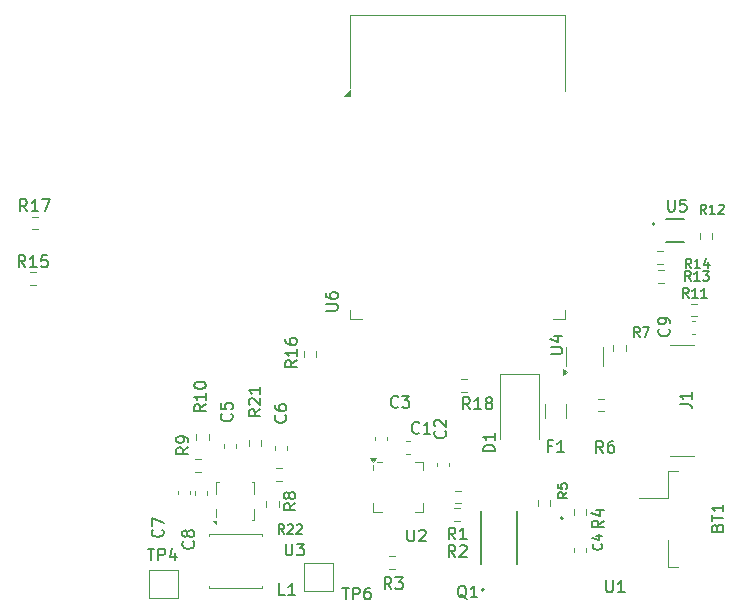
<source format=gto>
%TF.GenerationSoftware,KiCad,Pcbnew,9.0.7-9.0.7~ubuntu24.04.1*%
%TF.CreationDate,2026-02-19T10:10:56+00:00*%
%TF.ProjectId,v1,76312e6b-6963-4616-945f-706362585858,rev?*%
%TF.SameCoordinates,Original*%
%TF.FileFunction,Legend,Top*%
%TF.FilePolarity,Positive*%
%FSLAX46Y46*%
G04 Gerber Fmt 4.6, Leading zero omitted, Abs format (unit mm)*
G04 Created by KiCad (PCBNEW 9.0.7-9.0.7~ubuntu24.04.1) date 2026-02-19 10:10:56*
%MOMM*%
%LPD*%
G01*
G04 APERTURE LIST*
%ADD10C,0.150000*%
%ADD11C,0.120000*%
%ADD12C,0.200000*%
%ADD13C,0.127000*%
%ADD14C,0.152400*%
G04 APERTURE END LIST*
D10*
X90999642Y-66394819D02*
X90666309Y-65918628D01*
X90428214Y-66394819D02*
X90428214Y-65394819D01*
X90428214Y-65394819D02*
X90809166Y-65394819D01*
X90809166Y-65394819D02*
X90904404Y-65442438D01*
X90904404Y-65442438D02*
X90952023Y-65490057D01*
X90952023Y-65490057D02*
X90999642Y-65585295D01*
X90999642Y-65585295D02*
X90999642Y-65728152D01*
X90999642Y-65728152D02*
X90952023Y-65823390D01*
X90952023Y-65823390D02*
X90904404Y-65871009D01*
X90904404Y-65871009D02*
X90809166Y-65918628D01*
X90809166Y-65918628D02*
X90428214Y-65918628D01*
X91952023Y-66394819D02*
X91380595Y-66394819D01*
X91666309Y-66394819D02*
X91666309Y-65394819D01*
X91666309Y-65394819D02*
X91571071Y-65537676D01*
X91571071Y-65537676D02*
X91475833Y-65632914D01*
X91475833Y-65632914D02*
X91380595Y-65680533D01*
X92285357Y-65394819D02*
X92952023Y-65394819D01*
X92952023Y-65394819D02*
X92523452Y-66394819D01*
X126389580Y-84996666D02*
X126437200Y-85044285D01*
X126437200Y-85044285D02*
X126484819Y-85187142D01*
X126484819Y-85187142D02*
X126484819Y-85282380D01*
X126484819Y-85282380D02*
X126437200Y-85425237D01*
X126437200Y-85425237D02*
X126341961Y-85520475D01*
X126341961Y-85520475D02*
X126246723Y-85568094D01*
X126246723Y-85568094D02*
X126056247Y-85615713D01*
X126056247Y-85615713D02*
X125913390Y-85615713D01*
X125913390Y-85615713D02*
X125722914Y-85568094D01*
X125722914Y-85568094D02*
X125627676Y-85520475D01*
X125627676Y-85520475D02*
X125532438Y-85425237D01*
X125532438Y-85425237D02*
X125484819Y-85282380D01*
X125484819Y-85282380D02*
X125484819Y-85187142D01*
X125484819Y-85187142D02*
X125532438Y-85044285D01*
X125532438Y-85044285D02*
X125580057Y-84996666D01*
X125580057Y-84615713D02*
X125532438Y-84568094D01*
X125532438Y-84568094D02*
X125484819Y-84472856D01*
X125484819Y-84472856D02*
X125484819Y-84234761D01*
X125484819Y-84234761D02*
X125532438Y-84139523D01*
X125532438Y-84139523D02*
X125580057Y-84091904D01*
X125580057Y-84091904D02*
X125675295Y-84044285D01*
X125675295Y-84044285D02*
X125770533Y-84044285D01*
X125770533Y-84044285D02*
X125913390Y-84091904D01*
X125913390Y-84091904D02*
X126484819Y-84663332D01*
X126484819Y-84663332D02*
X126484819Y-84044285D01*
X110764819Y-83172857D02*
X110288628Y-83506190D01*
X110764819Y-83744285D02*
X109764819Y-83744285D01*
X109764819Y-83744285D02*
X109764819Y-83363333D01*
X109764819Y-83363333D02*
X109812438Y-83268095D01*
X109812438Y-83268095D02*
X109860057Y-83220476D01*
X109860057Y-83220476D02*
X109955295Y-83172857D01*
X109955295Y-83172857D02*
X110098152Y-83172857D01*
X110098152Y-83172857D02*
X110193390Y-83220476D01*
X110193390Y-83220476D02*
X110241009Y-83268095D01*
X110241009Y-83268095D02*
X110288628Y-83363333D01*
X110288628Y-83363333D02*
X110288628Y-83744285D01*
X109860057Y-82791904D02*
X109812438Y-82744285D01*
X109812438Y-82744285D02*
X109764819Y-82649047D01*
X109764819Y-82649047D02*
X109764819Y-82410952D01*
X109764819Y-82410952D02*
X109812438Y-82315714D01*
X109812438Y-82315714D02*
X109860057Y-82268095D01*
X109860057Y-82268095D02*
X109955295Y-82220476D01*
X109955295Y-82220476D02*
X110050533Y-82220476D01*
X110050533Y-82220476D02*
X110193390Y-82268095D01*
X110193390Y-82268095D02*
X110764819Y-82839523D01*
X110764819Y-82839523D02*
X110764819Y-82220476D01*
X110764819Y-81268095D02*
X110764819Y-81839523D01*
X110764819Y-81553809D02*
X109764819Y-81553809D01*
X109764819Y-81553809D02*
X109907676Y-81649047D01*
X109907676Y-81649047D02*
X110002914Y-81744285D01*
X110002914Y-81744285D02*
X110050533Y-81839523D01*
X112859580Y-83666666D02*
X112907200Y-83714285D01*
X112907200Y-83714285D02*
X112954819Y-83857142D01*
X112954819Y-83857142D02*
X112954819Y-83952380D01*
X112954819Y-83952380D02*
X112907200Y-84095237D01*
X112907200Y-84095237D02*
X112811961Y-84190475D01*
X112811961Y-84190475D02*
X112716723Y-84238094D01*
X112716723Y-84238094D02*
X112526247Y-84285713D01*
X112526247Y-84285713D02*
X112383390Y-84285713D01*
X112383390Y-84285713D02*
X112192914Y-84238094D01*
X112192914Y-84238094D02*
X112097676Y-84190475D01*
X112097676Y-84190475D02*
X112002438Y-84095237D01*
X112002438Y-84095237D02*
X111954819Y-83952380D01*
X111954819Y-83952380D02*
X111954819Y-83857142D01*
X111954819Y-83857142D02*
X112002438Y-83714285D01*
X112002438Y-83714285D02*
X112050057Y-83666666D01*
X111954819Y-82809523D02*
X111954819Y-82999999D01*
X111954819Y-82999999D02*
X112002438Y-83095237D01*
X112002438Y-83095237D02*
X112050057Y-83142856D01*
X112050057Y-83142856D02*
X112192914Y-83238094D01*
X112192914Y-83238094D02*
X112383390Y-83285713D01*
X112383390Y-83285713D02*
X112764342Y-83285713D01*
X112764342Y-83285713D02*
X112859580Y-83238094D01*
X112859580Y-83238094D02*
X112907200Y-83190475D01*
X112907200Y-83190475D02*
X112954819Y-83095237D01*
X112954819Y-83095237D02*
X112954819Y-82904761D01*
X112954819Y-82904761D02*
X112907200Y-82809523D01*
X112907200Y-82809523D02*
X112859580Y-82761904D01*
X112859580Y-82761904D02*
X112764342Y-82714285D01*
X112764342Y-82714285D02*
X112526247Y-82714285D01*
X112526247Y-82714285D02*
X112431009Y-82761904D01*
X112431009Y-82761904D02*
X112383390Y-82809523D01*
X112383390Y-82809523D02*
X112335771Y-82904761D01*
X112335771Y-82904761D02*
X112335771Y-83095237D01*
X112335771Y-83095237D02*
X112383390Y-83190475D01*
X112383390Y-83190475D02*
X112431009Y-83238094D01*
X112431009Y-83238094D02*
X112526247Y-83285713D01*
X139773333Y-86844819D02*
X139440000Y-86368628D01*
X139201905Y-86844819D02*
X139201905Y-85844819D01*
X139201905Y-85844819D02*
X139582857Y-85844819D01*
X139582857Y-85844819D02*
X139678095Y-85892438D01*
X139678095Y-85892438D02*
X139725714Y-85940057D01*
X139725714Y-85940057D02*
X139773333Y-86035295D01*
X139773333Y-86035295D02*
X139773333Y-86178152D01*
X139773333Y-86178152D02*
X139725714Y-86273390D01*
X139725714Y-86273390D02*
X139678095Y-86321009D01*
X139678095Y-86321009D02*
X139582857Y-86368628D01*
X139582857Y-86368628D02*
X139201905Y-86368628D01*
X140630476Y-85844819D02*
X140440000Y-85844819D01*
X140440000Y-85844819D02*
X140344762Y-85892438D01*
X140344762Y-85892438D02*
X140297143Y-85940057D01*
X140297143Y-85940057D02*
X140201905Y-86082914D01*
X140201905Y-86082914D02*
X140154286Y-86273390D01*
X140154286Y-86273390D02*
X140154286Y-86654342D01*
X140154286Y-86654342D02*
X140201905Y-86749580D01*
X140201905Y-86749580D02*
X140249524Y-86797200D01*
X140249524Y-86797200D02*
X140344762Y-86844819D01*
X140344762Y-86844819D02*
X140535238Y-86844819D01*
X140535238Y-86844819D02*
X140630476Y-86797200D01*
X140630476Y-86797200D02*
X140678095Y-86749580D01*
X140678095Y-86749580D02*
X140725714Y-86654342D01*
X140725714Y-86654342D02*
X140725714Y-86416247D01*
X140725714Y-86416247D02*
X140678095Y-86321009D01*
X140678095Y-86321009D02*
X140630476Y-86273390D01*
X140630476Y-86273390D02*
X140535238Y-86225771D01*
X140535238Y-86225771D02*
X140344762Y-86225771D01*
X140344762Y-86225771D02*
X140249524Y-86273390D01*
X140249524Y-86273390D02*
X140201905Y-86321009D01*
X140201905Y-86321009D02*
X140154286Y-86416247D01*
X106144819Y-82752857D02*
X105668628Y-83086190D01*
X106144819Y-83324285D02*
X105144819Y-83324285D01*
X105144819Y-83324285D02*
X105144819Y-82943333D01*
X105144819Y-82943333D02*
X105192438Y-82848095D01*
X105192438Y-82848095D02*
X105240057Y-82800476D01*
X105240057Y-82800476D02*
X105335295Y-82752857D01*
X105335295Y-82752857D02*
X105478152Y-82752857D01*
X105478152Y-82752857D02*
X105573390Y-82800476D01*
X105573390Y-82800476D02*
X105621009Y-82848095D01*
X105621009Y-82848095D02*
X105668628Y-82943333D01*
X105668628Y-82943333D02*
X105668628Y-83324285D01*
X106144819Y-81800476D02*
X106144819Y-82371904D01*
X106144819Y-82086190D02*
X105144819Y-82086190D01*
X105144819Y-82086190D02*
X105287676Y-82181428D01*
X105287676Y-82181428D02*
X105382914Y-82276666D01*
X105382914Y-82276666D02*
X105430533Y-82371904D01*
X105144819Y-81181428D02*
X105144819Y-81086190D01*
X105144819Y-81086190D02*
X105192438Y-80990952D01*
X105192438Y-80990952D02*
X105240057Y-80943333D01*
X105240057Y-80943333D02*
X105335295Y-80895714D01*
X105335295Y-80895714D02*
X105525771Y-80848095D01*
X105525771Y-80848095D02*
X105763866Y-80848095D01*
X105763866Y-80848095D02*
X105954342Y-80895714D01*
X105954342Y-80895714D02*
X106049580Y-80943333D01*
X106049580Y-80943333D02*
X106097200Y-80990952D01*
X106097200Y-80990952D02*
X106144819Y-81086190D01*
X106144819Y-81086190D02*
X106144819Y-81181428D01*
X106144819Y-81181428D02*
X106097200Y-81276666D01*
X106097200Y-81276666D02*
X106049580Y-81324285D01*
X106049580Y-81324285D02*
X105954342Y-81371904D01*
X105954342Y-81371904D02*
X105763866Y-81419523D01*
X105763866Y-81419523D02*
X105525771Y-81419523D01*
X105525771Y-81419523D02*
X105335295Y-81371904D01*
X105335295Y-81371904D02*
X105240057Y-81324285D01*
X105240057Y-81324285D02*
X105192438Y-81276666D01*
X105192438Y-81276666D02*
X105144819Y-81181428D01*
X147200840Y-72272547D02*
X146934173Y-71891594D01*
X146743697Y-72272547D02*
X146743697Y-71472547D01*
X146743697Y-71472547D02*
X147048459Y-71472547D01*
X147048459Y-71472547D02*
X147124649Y-71510642D01*
X147124649Y-71510642D02*
X147162744Y-71548737D01*
X147162744Y-71548737D02*
X147200840Y-71624928D01*
X147200840Y-71624928D02*
X147200840Y-71739213D01*
X147200840Y-71739213D02*
X147162744Y-71815404D01*
X147162744Y-71815404D02*
X147124649Y-71853499D01*
X147124649Y-71853499D02*
X147048459Y-71891594D01*
X147048459Y-71891594D02*
X146743697Y-71891594D01*
X147962744Y-72272547D02*
X147505601Y-72272547D01*
X147734173Y-72272547D02*
X147734173Y-71472547D01*
X147734173Y-71472547D02*
X147657982Y-71586832D01*
X147657982Y-71586832D02*
X147581792Y-71663023D01*
X147581792Y-71663023D02*
X147505601Y-71701118D01*
X148229411Y-71472547D02*
X148724649Y-71472547D01*
X148724649Y-71472547D02*
X148457983Y-71777309D01*
X148457983Y-71777309D02*
X148572268Y-71777309D01*
X148572268Y-71777309D02*
X148648459Y-71815404D01*
X148648459Y-71815404D02*
X148686554Y-71853499D01*
X148686554Y-71853499D02*
X148724649Y-71929690D01*
X148724649Y-71929690D02*
X148724649Y-72120166D01*
X148724649Y-72120166D02*
X148686554Y-72196356D01*
X148686554Y-72196356D02*
X148648459Y-72234452D01*
X148648459Y-72234452D02*
X148572268Y-72272547D01*
X148572268Y-72272547D02*
X148343697Y-72272547D01*
X148343697Y-72272547D02*
X148267506Y-72234452D01*
X148267506Y-72234452D02*
X148229411Y-72196356D01*
X105059580Y-94346666D02*
X105107200Y-94394285D01*
X105107200Y-94394285D02*
X105154819Y-94537142D01*
X105154819Y-94537142D02*
X105154819Y-94632380D01*
X105154819Y-94632380D02*
X105107200Y-94775237D01*
X105107200Y-94775237D02*
X105011961Y-94870475D01*
X105011961Y-94870475D02*
X104916723Y-94918094D01*
X104916723Y-94918094D02*
X104726247Y-94965713D01*
X104726247Y-94965713D02*
X104583390Y-94965713D01*
X104583390Y-94965713D02*
X104392914Y-94918094D01*
X104392914Y-94918094D02*
X104297676Y-94870475D01*
X104297676Y-94870475D02*
X104202438Y-94775237D01*
X104202438Y-94775237D02*
X104154819Y-94632380D01*
X104154819Y-94632380D02*
X104154819Y-94537142D01*
X104154819Y-94537142D02*
X104202438Y-94394285D01*
X104202438Y-94394285D02*
X104250057Y-94346666D01*
X104583390Y-93775237D02*
X104535771Y-93870475D01*
X104535771Y-93870475D02*
X104488152Y-93918094D01*
X104488152Y-93918094D02*
X104392914Y-93965713D01*
X104392914Y-93965713D02*
X104345295Y-93965713D01*
X104345295Y-93965713D02*
X104250057Y-93918094D01*
X104250057Y-93918094D02*
X104202438Y-93870475D01*
X104202438Y-93870475D02*
X104154819Y-93775237D01*
X104154819Y-93775237D02*
X104154819Y-93584761D01*
X104154819Y-93584761D02*
X104202438Y-93489523D01*
X104202438Y-93489523D02*
X104250057Y-93441904D01*
X104250057Y-93441904D02*
X104345295Y-93394285D01*
X104345295Y-93394285D02*
X104392914Y-93394285D01*
X104392914Y-93394285D02*
X104488152Y-93441904D01*
X104488152Y-93441904D02*
X104535771Y-93489523D01*
X104535771Y-93489523D02*
X104583390Y-93584761D01*
X104583390Y-93584761D02*
X104583390Y-93775237D01*
X104583390Y-93775237D02*
X104631009Y-93870475D01*
X104631009Y-93870475D02*
X104678628Y-93918094D01*
X104678628Y-93918094D02*
X104773866Y-93965713D01*
X104773866Y-93965713D02*
X104964342Y-93965713D01*
X104964342Y-93965713D02*
X105059580Y-93918094D01*
X105059580Y-93918094D02*
X105107200Y-93870475D01*
X105107200Y-93870475D02*
X105154819Y-93775237D01*
X105154819Y-93775237D02*
X105154819Y-93584761D01*
X105154819Y-93584761D02*
X105107200Y-93489523D01*
X105107200Y-93489523D02*
X105059580Y-93441904D01*
X105059580Y-93441904D02*
X104964342Y-93394285D01*
X104964342Y-93394285D02*
X104773866Y-93394285D01*
X104773866Y-93394285D02*
X104678628Y-93441904D01*
X104678628Y-93441904D02*
X104631009Y-93489523D01*
X104631009Y-93489523D02*
X104583390Y-93584761D01*
X113724819Y-91126666D02*
X113248628Y-91459999D01*
X113724819Y-91698094D02*
X112724819Y-91698094D01*
X112724819Y-91698094D02*
X112724819Y-91317142D01*
X112724819Y-91317142D02*
X112772438Y-91221904D01*
X112772438Y-91221904D02*
X112820057Y-91174285D01*
X112820057Y-91174285D02*
X112915295Y-91126666D01*
X112915295Y-91126666D02*
X113058152Y-91126666D01*
X113058152Y-91126666D02*
X113153390Y-91174285D01*
X113153390Y-91174285D02*
X113201009Y-91221904D01*
X113201009Y-91221904D02*
X113248628Y-91317142D01*
X113248628Y-91317142D02*
X113248628Y-91698094D01*
X113153390Y-90555237D02*
X113105771Y-90650475D01*
X113105771Y-90650475D02*
X113058152Y-90698094D01*
X113058152Y-90698094D02*
X112962914Y-90745713D01*
X112962914Y-90745713D02*
X112915295Y-90745713D01*
X112915295Y-90745713D02*
X112820057Y-90698094D01*
X112820057Y-90698094D02*
X112772438Y-90650475D01*
X112772438Y-90650475D02*
X112724819Y-90555237D01*
X112724819Y-90555237D02*
X112724819Y-90364761D01*
X112724819Y-90364761D02*
X112772438Y-90269523D01*
X112772438Y-90269523D02*
X112820057Y-90221904D01*
X112820057Y-90221904D02*
X112915295Y-90174285D01*
X112915295Y-90174285D02*
X112962914Y-90174285D01*
X112962914Y-90174285D02*
X113058152Y-90221904D01*
X113058152Y-90221904D02*
X113105771Y-90269523D01*
X113105771Y-90269523D02*
X113153390Y-90364761D01*
X113153390Y-90364761D02*
X113153390Y-90555237D01*
X113153390Y-90555237D02*
X113201009Y-90650475D01*
X113201009Y-90650475D02*
X113248628Y-90698094D01*
X113248628Y-90698094D02*
X113343866Y-90745713D01*
X113343866Y-90745713D02*
X113534342Y-90745713D01*
X113534342Y-90745713D02*
X113629580Y-90698094D01*
X113629580Y-90698094D02*
X113677200Y-90650475D01*
X113677200Y-90650475D02*
X113724819Y-90555237D01*
X113724819Y-90555237D02*
X113724819Y-90364761D01*
X113724819Y-90364761D02*
X113677200Y-90269523D01*
X113677200Y-90269523D02*
X113629580Y-90221904D01*
X113629580Y-90221904D02*
X113534342Y-90174285D01*
X113534342Y-90174285D02*
X113343866Y-90174285D01*
X113343866Y-90174285D02*
X113248628Y-90221904D01*
X113248628Y-90221904D02*
X113201009Y-90269523D01*
X113201009Y-90269523D02*
X113153390Y-90364761D01*
X104644819Y-86389166D02*
X104168628Y-86722499D01*
X104644819Y-86960594D02*
X103644819Y-86960594D01*
X103644819Y-86960594D02*
X103644819Y-86579642D01*
X103644819Y-86579642D02*
X103692438Y-86484404D01*
X103692438Y-86484404D02*
X103740057Y-86436785D01*
X103740057Y-86436785D02*
X103835295Y-86389166D01*
X103835295Y-86389166D02*
X103978152Y-86389166D01*
X103978152Y-86389166D02*
X104073390Y-86436785D01*
X104073390Y-86436785D02*
X104121009Y-86484404D01*
X104121009Y-86484404D02*
X104168628Y-86579642D01*
X104168628Y-86579642D02*
X104168628Y-86960594D01*
X104644819Y-85912975D02*
X104644819Y-85722499D01*
X104644819Y-85722499D02*
X104597200Y-85627261D01*
X104597200Y-85627261D02*
X104549580Y-85579642D01*
X104549580Y-85579642D02*
X104406723Y-85484404D01*
X104406723Y-85484404D02*
X104216247Y-85436785D01*
X104216247Y-85436785D02*
X103835295Y-85436785D01*
X103835295Y-85436785D02*
X103740057Y-85484404D01*
X103740057Y-85484404D02*
X103692438Y-85532023D01*
X103692438Y-85532023D02*
X103644819Y-85627261D01*
X103644819Y-85627261D02*
X103644819Y-85817737D01*
X103644819Y-85817737D02*
X103692438Y-85912975D01*
X103692438Y-85912975D02*
X103740057Y-85960594D01*
X103740057Y-85960594D02*
X103835295Y-86008213D01*
X103835295Y-86008213D02*
X104073390Y-86008213D01*
X104073390Y-86008213D02*
X104168628Y-85960594D01*
X104168628Y-85960594D02*
X104216247Y-85912975D01*
X104216247Y-85912975D02*
X104263866Y-85817737D01*
X104263866Y-85817737D02*
X104263866Y-85627261D01*
X104263866Y-85627261D02*
X104216247Y-85532023D01*
X104216247Y-85532023D02*
X104168628Y-85484404D01*
X104168628Y-85484404D02*
X104073390Y-85436785D01*
X124193333Y-85139580D02*
X124145714Y-85187200D01*
X124145714Y-85187200D02*
X124002857Y-85234819D01*
X124002857Y-85234819D02*
X123907619Y-85234819D01*
X123907619Y-85234819D02*
X123764762Y-85187200D01*
X123764762Y-85187200D02*
X123669524Y-85091961D01*
X123669524Y-85091961D02*
X123621905Y-84996723D01*
X123621905Y-84996723D02*
X123574286Y-84806247D01*
X123574286Y-84806247D02*
X123574286Y-84663390D01*
X123574286Y-84663390D02*
X123621905Y-84472914D01*
X123621905Y-84472914D02*
X123669524Y-84377676D01*
X123669524Y-84377676D02*
X123764762Y-84282438D01*
X123764762Y-84282438D02*
X123907619Y-84234819D01*
X123907619Y-84234819D02*
X124002857Y-84234819D01*
X124002857Y-84234819D02*
X124145714Y-84282438D01*
X124145714Y-84282438D02*
X124193333Y-84330057D01*
X125145714Y-85234819D02*
X124574286Y-85234819D01*
X124860000Y-85234819D02*
X124860000Y-84234819D01*
X124860000Y-84234819D02*
X124764762Y-84377676D01*
X124764762Y-84377676D02*
X124669524Y-84472914D01*
X124669524Y-84472914D02*
X124574286Y-84520533D01*
X123208095Y-93354819D02*
X123208095Y-94164342D01*
X123208095Y-94164342D02*
X123255714Y-94259580D01*
X123255714Y-94259580D02*
X123303333Y-94307200D01*
X123303333Y-94307200D02*
X123398571Y-94354819D01*
X123398571Y-94354819D02*
X123589047Y-94354819D01*
X123589047Y-94354819D02*
X123684285Y-94307200D01*
X123684285Y-94307200D02*
X123731904Y-94259580D01*
X123731904Y-94259580D02*
X123779523Y-94164342D01*
X123779523Y-94164342D02*
X123779523Y-93354819D01*
X124208095Y-93450057D02*
X124255714Y-93402438D01*
X124255714Y-93402438D02*
X124350952Y-93354819D01*
X124350952Y-93354819D02*
X124589047Y-93354819D01*
X124589047Y-93354819D02*
X124684285Y-93402438D01*
X124684285Y-93402438D02*
X124731904Y-93450057D01*
X124731904Y-93450057D02*
X124779523Y-93545295D01*
X124779523Y-93545295D02*
X124779523Y-93640533D01*
X124779523Y-93640533D02*
X124731904Y-93783390D01*
X124731904Y-93783390D02*
X124160476Y-94354819D01*
X124160476Y-94354819D02*
X124779523Y-94354819D01*
X102459580Y-93346666D02*
X102507200Y-93394285D01*
X102507200Y-93394285D02*
X102554819Y-93537142D01*
X102554819Y-93537142D02*
X102554819Y-93632380D01*
X102554819Y-93632380D02*
X102507200Y-93775237D01*
X102507200Y-93775237D02*
X102411961Y-93870475D01*
X102411961Y-93870475D02*
X102316723Y-93918094D01*
X102316723Y-93918094D02*
X102126247Y-93965713D01*
X102126247Y-93965713D02*
X101983390Y-93965713D01*
X101983390Y-93965713D02*
X101792914Y-93918094D01*
X101792914Y-93918094D02*
X101697676Y-93870475D01*
X101697676Y-93870475D02*
X101602438Y-93775237D01*
X101602438Y-93775237D02*
X101554819Y-93632380D01*
X101554819Y-93632380D02*
X101554819Y-93537142D01*
X101554819Y-93537142D02*
X101602438Y-93394285D01*
X101602438Y-93394285D02*
X101650057Y-93346666D01*
X101554819Y-93013332D02*
X101554819Y-92346666D01*
X101554819Y-92346666D02*
X102554819Y-92775237D01*
X90854642Y-71124819D02*
X90521309Y-70648628D01*
X90283214Y-71124819D02*
X90283214Y-70124819D01*
X90283214Y-70124819D02*
X90664166Y-70124819D01*
X90664166Y-70124819D02*
X90759404Y-70172438D01*
X90759404Y-70172438D02*
X90807023Y-70220057D01*
X90807023Y-70220057D02*
X90854642Y-70315295D01*
X90854642Y-70315295D02*
X90854642Y-70458152D01*
X90854642Y-70458152D02*
X90807023Y-70553390D01*
X90807023Y-70553390D02*
X90759404Y-70601009D01*
X90759404Y-70601009D02*
X90664166Y-70648628D01*
X90664166Y-70648628D02*
X90283214Y-70648628D01*
X91807023Y-71124819D02*
X91235595Y-71124819D01*
X91521309Y-71124819D02*
X91521309Y-70124819D01*
X91521309Y-70124819D02*
X91426071Y-70267676D01*
X91426071Y-70267676D02*
X91330833Y-70362914D01*
X91330833Y-70362914D02*
X91235595Y-70410533D01*
X92711785Y-70124819D02*
X92235595Y-70124819D01*
X92235595Y-70124819D02*
X92187976Y-70601009D01*
X92187976Y-70601009D02*
X92235595Y-70553390D01*
X92235595Y-70553390D02*
X92330833Y-70505771D01*
X92330833Y-70505771D02*
X92568928Y-70505771D01*
X92568928Y-70505771D02*
X92664166Y-70553390D01*
X92664166Y-70553390D02*
X92711785Y-70601009D01*
X92711785Y-70601009D02*
X92759404Y-70696247D01*
X92759404Y-70696247D02*
X92759404Y-70934342D01*
X92759404Y-70934342D02*
X92711785Y-71029580D01*
X92711785Y-71029580D02*
X92664166Y-71077200D01*
X92664166Y-71077200D02*
X92568928Y-71124819D01*
X92568928Y-71124819D02*
X92330833Y-71124819D01*
X92330833Y-71124819D02*
X92235595Y-71077200D01*
X92235595Y-71077200D02*
X92187976Y-71029580D01*
X139824819Y-92586666D02*
X139348628Y-92919999D01*
X139824819Y-93158094D02*
X138824819Y-93158094D01*
X138824819Y-93158094D02*
X138824819Y-92777142D01*
X138824819Y-92777142D02*
X138872438Y-92681904D01*
X138872438Y-92681904D02*
X138920057Y-92634285D01*
X138920057Y-92634285D02*
X139015295Y-92586666D01*
X139015295Y-92586666D02*
X139158152Y-92586666D01*
X139158152Y-92586666D02*
X139253390Y-92634285D01*
X139253390Y-92634285D02*
X139301009Y-92681904D01*
X139301009Y-92681904D02*
X139348628Y-92777142D01*
X139348628Y-92777142D02*
X139348628Y-93158094D01*
X139158152Y-91729523D02*
X139824819Y-91729523D01*
X138777200Y-91967618D02*
X139491485Y-92205713D01*
X139491485Y-92205713D02*
X139491485Y-91586666D01*
X127263333Y-95674819D02*
X126930000Y-95198628D01*
X126691905Y-95674819D02*
X126691905Y-94674819D01*
X126691905Y-94674819D02*
X127072857Y-94674819D01*
X127072857Y-94674819D02*
X127168095Y-94722438D01*
X127168095Y-94722438D02*
X127215714Y-94770057D01*
X127215714Y-94770057D02*
X127263333Y-94865295D01*
X127263333Y-94865295D02*
X127263333Y-95008152D01*
X127263333Y-95008152D02*
X127215714Y-95103390D01*
X127215714Y-95103390D02*
X127168095Y-95151009D01*
X127168095Y-95151009D02*
X127072857Y-95198628D01*
X127072857Y-95198628D02*
X126691905Y-95198628D01*
X127644286Y-94770057D02*
X127691905Y-94722438D01*
X127691905Y-94722438D02*
X127787143Y-94674819D01*
X127787143Y-94674819D02*
X128025238Y-94674819D01*
X128025238Y-94674819D02*
X128120476Y-94722438D01*
X128120476Y-94722438D02*
X128168095Y-94770057D01*
X128168095Y-94770057D02*
X128215714Y-94865295D01*
X128215714Y-94865295D02*
X128215714Y-94960533D01*
X128215714Y-94960533D02*
X128168095Y-95103390D01*
X128168095Y-95103390D02*
X127596667Y-95674819D01*
X127596667Y-95674819D02*
X128215714Y-95674819D01*
X127263333Y-94184819D02*
X126930000Y-93708628D01*
X126691905Y-94184819D02*
X126691905Y-93184819D01*
X126691905Y-93184819D02*
X127072857Y-93184819D01*
X127072857Y-93184819D02*
X127168095Y-93232438D01*
X127168095Y-93232438D02*
X127215714Y-93280057D01*
X127215714Y-93280057D02*
X127263333Y-93375295D01*
X127263333Y-93375295D02*
X127263333Y-93518152D01*
X127263333Y-93518152D02*
X127215714Y-93613390D01*
X127215714Y-93613390D02*
X127168095Y-93661009D01*
X127168095Y-93661009D02*
X127072857Y-93708628D01*
X127072857Y-93708628D02*
X126691905Y-93708628D01*
X128215714Y-94184819D02*
X127644286Y-94184819D01*
X127930000Y-94184819D02*
X127930000Y-93184819D01*
X127930000Y-93184819D02*
X127834762Y-93327676D01*
X127834762Y-93327676D02*
X127739524Y-93422914D01*
X127739524Y-93422914D02*
X127644286Y-93470533D01*
X130604819Y-86738094D02*
X129604819Y-86738094D01*
X129604819Y-86738094D02*
X129604819Y-86499999D01*
X129604819Y-86499999D02*
X129652438Y-86357142D01*
X129652438Y-86357142D02*
X129747676Y-86261904D01*
X129747676Y-86261904D02*
X129842914Y-86214285D01*
X129842914Y-86214285D02*
X130033390Y-86166666D01*
X130033390Y-86166666D02*
X130176247Y-86166666D01*
X130176247Y-86166666D02*
X130366723Y-86214285D01*
X130366723Y-86214285D02*
X130461961Y-86261904D01*
X130461961Y-86261904D02*
X130557200Y-86357142D01*
X130557200Y-86357142D02*
X130604819Y-86499999D01*
X130604819Y-86499999D02*
X130604819Y-86738094D01*
X130604819Y-85214285D02*
X130604819Y-85785713D01*
X130604819Y-85499999D02*
X129604819Y-85499999D01*
X129604819Y-85499999D02*
X129747676Y-85595237D01*
X129747676Y-85595237D02*
X129842914Y-85690475D01*
X129842914Y-85690475D02*
X129890533Y-85785713D01*
X140018095Y-97644819D02*
X140018095Y-98454342D01*
X140018095Y-98454342D02*
X140065714Y-98549580D01*
X140065714Y-98549580D02*
X140113333Y-98597200D01*
X140113333Y-98597200D02*
X140208571Y-98644819D01*
X140208571Y-98644819D02*
X140399047Y-98644819D01*
X140399047Y-98644819D02*
X140494285Y-98597200D01*
X140494285Y-98597200D02*
X140541904Y-98549580D01*
X140541904Y-98549580D02*
X140589523Y-98454342D01*
X140589523Y-98454342D02*
X140589523Y-97644819D01*
X141589523Y-98644819D02*
X141018095Y-98644819D01*
X141303809Y-98644819D02*
X141303809Y-97644819D01*
X141303809Y-97644819D02*
X141208571Y-97787676D01*
X141208571Y-97787676D02*
X141113333Y-97882914D01*
X141113333Y-97882914D02*
X141018095Y-97930533D01*
X112843333Y-98884819D02*
X112367143Y-98884819D01*
X112367143Y-98884819D02*
X112367143Y-97884819D01*
X113700476Y-98884819D02*
X113129048Y-98884819D01*
X113414762Y-98884819D02*
X113414762Y-97884819D01*
X113414762Y-97884819D02*
X113319524Y-98027676D01*
X113319524Y-98027676D02*
X113224286Y-98122914D01*
X113224286Y-98122914D02*
X113129048Y-98170533D01*
X145347080Y-76356666D02*
X145394700Y-76404285D01*
X145394700Y-76404285D02*
X145442319Y-76547142D01*
X145442319Y-76547142D02*
X145442319Y-76642380D01*
X145442319Y-76642380D02*
X145394700Y-76785237D01*
X145394700Y-76785237D02*
X145299461Y-76880475D01*
X145299461Y-76880475D02*
X145204223Y-76928094D01*
X145204223Y-76928094D02*
X145013747Y-76975713D01*
X145013747Y-76975713D02*
X144870890Y-76975713D01*
X144870890Y-76975713D02*
X144680414Y-76928094D01*
X144680414Y-76928094D02*
X144585176Y-76880475D01*
X144585176Y-76880475D02*
X144489938Y-76785237D01*
X144489938Y-76785237D02*
X144442319Y-76642380D01*
X144442319Y-76642380D02*
X144442319Y-76547142D01*
X144442319Y-76547142D02*
X144489938Y-76404285D01*
X144489938Y-76404285D02*
X144537557Y-76356666D01*
X145442319Y-75880475D02*
X145442319Y-75689999D01*
X145442319Y-75689999D02*
X145394700Y-75594761D01*
X145394700Y-75594761D02*
X145347080Y-75547142D01*
X145347080Y-75547142D02*
X145204223Y-75451904D01*
X145204223Y-75451904D02*
X145013747Y-75404285D01*
X145013747Y-75404285D02*
X144632795Y-75404285D01*
X144632795Y-75404285D02*
X144537557Y-75451904D01*
X144537557Y-75451904D02*
X144489938Y-75499523D01*
X144489938Y-75499523D02*
X144442319Y-75594761D01*
X144442319Y-75594761D02*
X144442319Y-75785237D01*
X144442319Y-75785237D02*
X144489938Y-75880475D01*
X144489938Y-75880475D02*
X144537557Y-75928094D01*
X144537557Y-75928094D02*
X144632795Y-75975713D01*
X144632795Y-75975713D02*
X144870890Y-75975713D01*
X144870890Y-75975713D02*
X144966128Y-75928094D01*
X144966128Y-75928094D02*
X145013747Y-75880475D01*
X145013747Y-75880475D02*
X145061366Y-75785237D01*
X145061366Y-75785237D02*
X145061366Y-75594761D01*
X145061366Y-75594761D02*
X145013747Y-75499523D01*
X145013747Y-75499523D02*
X144966128Y-75451904D01*
X144966128Y-75451904D02*
X144870890Y-75404285D01*
X147230840Y-71222547D02*
X146964173Y-70841594D01*
X146773697Y-71222547D02*
X146773697Y-70422547D01*
X146773697Y-70422547D02*
X147078459Y-70422547D01*
X147078459Y-70422547D02*
X147154649Y-70460642D01*
X147154649Y-70460642D02*
X147192744Y-70498737D01*
X147192744Y-70498737D02*
X147230840Y-70574928D01*
X147230840Y-70574928D02*
X147230840Y-70689213D01*
X147230840Y-70689213D02*
X147192744Y-70765404D01*
X147192744Y-70765404D02*
X147154649Y-70803499D01*
X147154649Y-70803499D02*
X147078459Y-70841594D01*
X147078459Y-70841594D02*
X146773697Y-70841594D01*
X147992744Y-71222547D02*
X147535601Y-71222547D01*
X147764173Y-71222547D02*
X147764173Y-70422547D01*
X147764173Y-70422547D02*
X147687982Y-70536832D01*
X147687982Y-70536832D02*
X147611792Y-70613023D01*
X147611792Y-70613023D02*
X147535601Y-70651118D01*
X148678459Y-70689213D02*
X148678459Y-71222547D01*
X148487983Y-70384452D02*
X148297506Y-70955880D01*
X148297506Y-70955880D02*
X148792745Y-70955880D01*
X128214761Y-99190057D02*
X128119523Y-99142438D01*
X128119523Y-99142438D02*
X128024285Y-99047200D01*
X128024285Y-99047200D02*
X127881428Y-98904342D01*
X127881428Y-98904342D02*
X127786190Y-98856723D01*
X127786190Y-98856723D02*
X127690952Y-98856723D01*
X127738571Y-99094819D02*
X127643333Y-99047200D01*
X127643333Y-99047200D02*
X127548095Y-98951961D01*
X127548095Y-98951961D02*
X127500476Y-98761485D01*
X127500476Y-98761485D02*
X127500476Y-98428152D01*
X127500476Y-98428152D02*
X127548095Y-98237676D01*
X127548095Y-98237676D02*
X127643333Y-98142438D01*
X127643333Y-98142438D02*
X127738571Y-98094819D01*
X127738571Y-98094819D02*
X127929047Y-98094819D01*
X127929047Y-98094819D02*
X128024285Y-98142438D01*
X128024285Y-98142438D02*
X128119523Y-98237676D01*
X128119523Y-98237676D02*
X128167142Y-98428152D01*
X128167142Y-98428152D02*
X128167142Y-98761485D01*
X128167142Y-98761485D02*
X128119523Y-98951961D01*
X128119523Y-98951961D02*
X128024285Y-99047200D01*
X128024285Y-99047200D02*
X127929047Y-99094819D01*
X127929047Y-99094819D02*
X127738571Y-99094819D01*
X129119523Y-99094819D02*
X128548095Y-99094819D01*
X128833809Y-99094819D02*
X128833809Y-98094819D01*
X128833809Y-98094819D02*
X128738571Y-98237676D01*
X128738571Y-98237676D02*
X128643333Y-98332914D01*
X128643333Y-98332914D02*
X128548095Y-98380533D01*
X112898095Y-94534819D02*
X112898095Y-95344342D01*
X112898095Y-95344342D02*
X112945714Y-95439580D01*
X112945714Y-95439580D02*
X112993333Y-95487200D01*
X112993333Y-95487200D02*
X113088571Y-95534819D01*
X113088571Y-95534819D02*
X113279047Y-95534819D01*
X113279047Y-95534819D02*
X113374285Y-95487200D01*
X113374285Y-95487200D02*
X113421904Y-95439580D01*
X113421904Y-95439580D02*
X113469523Y-95344342D01*
X113469523Y-95344342D02*
X113469523Y-94534819D01*
X113850476Y-94534819D02*
X114469523Y-94534819D01*
X114469523Y-94534819D02*
X114136190Y-94915771D01*
X114136190Y-94915771D02*
X114279047Y-94915771D01*
X114279047Y-94915771D02*
X114374285Y-94963390D01*
X114374285Y-94963390D02*
X114421904Y-95011009D01*
X114421904Y-95011009D02*
X114469523Y-95106247D01*
X114469523Y-95106247D02*
X114469523Y-95344342D01*
X114469523Y-95344342D02*
X114421904Y-95439580D01*
X114421904Y-95439580D02*
X114374285Y-95487200D01*
X114374285Y-95487200D02*
X114279047Y-95534819D01*
X114279047Y-95534819D02*
X113993333Y-95534819D01*
X113993333Y-95534819D02*
X113898095Y-95487200D01*
X113898095Y-95487200D02*
X113850476Y-95439580D01*
X135324819Y-78471904D02*
X136134342Y-78471904D01*
X136134342Y-78471904D02*
X136229580Y-78424285D01*
X136229580Y-78424285D02*
X136277200Y-78376666D01*
X136277200Y-78376666D02*
X136324819Y-78281428D01*
X136324819Y-78281428D02*
X136324819Y-78090952D01*
X136324819Y-78090952D02*
X136277200Y-77995714D01*
X136277200Y-77995714D02*
X136229580Y-77948095D01*
X136229580Y-77948095D02*
X136134342Y-77900476D01*
X136134342Y-77900476D02*
X135324819Y-77900476D01*
X135658152Y-76995714D02*
X136324819Y-76995714D01*
X135277200Y-77233809D02*
X135991485Y-77471904D01*
X135991485Y-77471904D02*
X135991485Y-76852857D01*
X148480840Y-66632547D02*
X148214173Y-66251594D01*
X148023697Y-66632547D02*
X148023697Y-65832547D01*
X148023697Y-65832547D02*
X148328459Y-65832547D01*
X148328459Y-65832547D02*
X148404649Y-65870642D01*
X148404649Y-65870642D02*
X148442744Y-65908737D01*
X148442744Y-65908737D02*
X148480840Y-65984928D01*
X148480840Y-65984928D02*
X148480840Y-66099213D01*
X148480840Y-66099213D02*
X148442744Y-66175404D01*
X148442744Y-66175404D02*
X148404649Y-66213499D01*
X148404649Y-66213499D02*
X148328459Y-66251594D01*
X148328459Y-66251594D02*
X148023697Y-66251594D01*
X149242744Y-66632547D02*
X148785601Y-66632547D01*
X149014173Y-66632547D02*
X149014173Y-65832547D01*
X149014173Y-65832547D02*
X148937982Y-65946832D01*
X148937982Y-65946832D02*
X148861792Y-66023023D01*
X148861792Y-66023023D02*
X148785601Y-66061118D01*
X149547506Y-65908737D02*
X149585602Y-65870642D01*
X149585602Y-65870642D02*
X149661792Y-65832547D01*
X149661792Y-65832547D02*
X149852268Y-65832547D01*
X149852268Y-65832547D02*
X149928459Y-65870642D01*
X149928459Y-65870642D02*
X149966554Y-65908737D01*
X149966554Y-65908737D02*
X150004649Y-65984928D01*
X150004649Y-65984928D02*
X150004649Y-66061118D01*
X150004649Y-66061118D02*
X149966554Y-66175404D01*
X149966554Y-66175404D02*
X149509411Y-66632547D01*
X149509411Y-66632547D02*
X150004649Y-66632547D01*
X139606104Y-94543332D02*
X139644200Y-94581428D01*
X139644200Y-94581428D02*
X139682295Y-94695713D01*
X139682295Y-94695713D02*
X139682295Y-94771904D01*
X139682295Y-94771904D02*
X139644200Y-94886190D01*
X139644200Y-94886190D02*
X139568009Y-94962380D01*
X139568009Y-94962380D02*
X139491819Y-95000475D01*
X139491819Y-95000475D02*
X139339438Y-95038571D01*
X139339438Y-95038571D02*
X139225152Y-95038571D01*
X139225152Y-95038571D02*
X139072771Y-95000475D01*
X139072771Y-95000475D02*
X138996580Y-94962380D01*
X138996580Y-94962380D02*
X138920390Y-94886190D01*
X138920390Y-94886190D02*
X138882295Y-94771904D01*
X138882295Y-94771904D02*
X138882295Y-94695713D01*
X138882295Y-94695713D02*
X138920390Y-94581428D01*
X138920390Y-94581428D02*
X138958485Y-94543332D01*
X139148961Y-93857618D02*
X139682295Y-93857618D01*
X138844200Y-94048094D02*
X139415628Y-94238571D01*
X139415628Y-94238571D02*
X139415628Y-93743332D01*
X113854819Y-79027857D02*
X113378628Y-79361190D01*
X113854819Y-79599285D02*
X112854819Y-79599285D01*
X112854819Y-79599285D02*
X112854819Y-79218333D01*
X112854819Y-79218333D02*
X112902438Y-79123095D01*
X112902438Y-79123095D02*
X112950057Y-79075476D01*
X112950057Y-79075476D02*
X113045295Y-79027857D01*
X113045295Y-79027857D02*
X113188152Y-79027857D01*
X113188152Y-79027857D02*
X113283390Y-79075476D01*
X113283390Y-79075476D02*
X113331009Y-79123095D01*
X113331009Y-79123095D02*
X113378628Y-79218333D01*
X113378628Y-79218333D02*
X113378628Y-79599285D01*
X113854819Y-78075476D02*
X113854819Y-78646904D01*
X113854819Y-78361190D02*
X112854819Y-78361190D01*
X112854819Y-78361190D02*
X112997676Y-78456428D01*
X112997676Y-78456428D02*
X113092914Y-78551666D01*
X113092914Y-78551666D02*
X113140533Y-78646904D01*
X112854819Y-77218333D02*
X112854819Y-77408809D01*
X112854819Y-77408809D02*
X112902438Y-77504047D01*
X112902438Y-77504047D02*
X112950057Y-77551666D01*
X112950057Y-77551666D02*
X113092914Y-77646904D01*
X113092914Y-77646904D02*
X113283390Y-77694523D01*
X113283390Y-77694523D02*
X113664342Y-77694523D01*
X113664342Y-77694523D02*
X113759580Y-77646904D01*
X113759580Y-77646904D02*
X113807200Y-77599285D01*
X113807200Y-77599285D02*
X113854819Y-77504047D01*
X113854819Y-77504047D02*
X113854819Y-77313571D01*
X113854819Y-77313571D02*
X113807200Y-77218333D01*
X113807200Y-77218333D02*
X113759580Y-77170714D01*
X113759580Y-77170714D02*
X113664342Y-77123095D01*
X113664342Y-77123095D02*
X113426247Y-77123095D01*
X113426247Y-77123095D02*
X113331009Y-77170714D01*
X113331009Y-77170714D02*
X113283390Y-77218333D01*
X113283390Y-77218333D02*
X113235771Y-77313571D01*
X113235771Y-77313571D02*
X113235771Y-77504047D01*
X113235771Y-77504047D02*
X113283390Y-77599285D01*
X113283390Y-77599285D02*
X113331009Y-77646904D01*
X113331009Y-77646904D02*
X113426247Y-77694523D01*
X122423333Y-82929580D02*
X122375714Y-82977200D01*
X122375714Y-82977200D02*
X122232857Y-83024819D01*
X122232857Y-83024819D02*
X122137619Y-83024819D01*
X122137619Y-83024819D02*
X121994762Y-82977200D01*
X121994762Y-82977200D02*
X121899524Y-82881961D01*
X121899524Y-82881961D02*
X121851905Y-82786723D01*
X121851905Y-82786723D02*
X121804286Y-82596247D01*
X121804286Y-82596247D02*
X121804286Y-82453390D01*
X121804286Y-82453390D02*
X121851905Y-82262914D01*
X121851905Y-82262914D02*
X121899524Y-82167676D01*
X121899524Y-82167676D02*
X121994762Y-82072438D01*
X121994762Y-82072438D02*
X122137619Y-82024819D01*
X122137619Y-82024819D02*
X122232857Y-82024819D01*
X122232857Y-82024819D02*
X122375714Y-82072438D01*
X122375714Y-82072438D02*
X122423333Y-82120057D01*
X122756667Y-82024819D02*
X123375714Y-82024819D01*
X123375714Y-82024819D02*
X123042381Y-82405771D01*
X123042381Y-82405771D02*
X123185238Y-82405771D01*
X123185238Y-82405771D02*
X123280476Y-82453390D01*
X123280476Y-82453390D02*
X123328095Y-82501009D01*
X123328095Y-82501009D02*
X123375714Y-82596247D01*
X123375714Y-82596247D02*
X123375714Y-82834342D01*
X123375714Y-82834342D02*
X123328095Y-82929580D01*
X123328095Y-82929580D02*
X123280476Y-82977200D01*
X123280476Y-82977200D02*
X123185238Y-83024819D01*
X123185238Y-83024819D02*
X122899524Y-83024819D01*
X122899524Y-83024819D02*
X122804286Y-82977200D01*
X122804286Y-82977200D02*
X122756667Y-82929580D01*
X116294819Y-74811904D02*
X117104342Y-74811904D01*
X117104342Y-74811904D02*
X117199580Y-74764285D01*
X117199580Y-74764285D02*
X117247200Y-74716666D01*
X117247200Y-74716666D02*
X117294819Y-74621428D01*
X117294819Y-74621428D02*
X117294819Y-74430952D01*
X117294819Y-74430952D02*
X117247200Y-74335714D01*
X117247200Y-74335714D02*
X117199580Y-74288095D01*
X117199580Y-74288095D02*
X117104342Y-74240476D01*
X117104342Y-74240476D02*
X116294819Y-74240476D01*
X116294819Y-73335714D02*
X116294819Y-73526190D01*
X116294819Y-73526190D02*
X116342438Y-73621428D01*
X116342438Y-73621428D02*
X116390057Y-73669047D01*
X116390057Y-73669047D02*
X116532914Y-73764285D01*
X116532914Y-73764285D02*
X116723390Y-73811904D01*
X116723390Y-73811904D02*
X117104342Y-73811904D01*
X117104342Y-73811904D02*
X117199580Y-73764285D01*
X117199580Y-73764285D02*
X117247200Y-73716666D01*
X117247200Y-73716666D02*
X117294819Y-73621428D01*
X117294819Y-73621428D02*
X117294819Y-73430952D01*
X117294819Y-73430952D02*
X117247200Y-73335714D01*
X117247200Y-73335714D02*
X117199580Y-73288095D01*
X117199580Y-73288095D02*
X117104342Y-73240476D01*
X117104342Y-73240476D02*
X116866247Y-73240476D01*
X116866247Y-73240476D02*
X116771009Y-73288095D01*
X116771009Y-73288095D02*
X116723390Y-73335714D01*
X116723390Y-73335714D02*
X116675771Y-73430952D01*
X116675771Y-73430952D02*
X116675771Y-73621428D01*
X116675771Y-73621428D02*
X116723390Y-73716666D01*
X116723390Y-73716666D02*
X116771009Y-73764285D01*
X116771009Y-73764285D02*
X116866247Y-73811904D01*
X142866667Y-77032295D02*
X142600000Y-76651342D01*
X142409524Y-77032295D02*
X142409524Y-76232295D01*
X142409524Y-76232295D02*
X142714286Y-76232295D01*
X142714286Y-76232295D02*
X142790476Y-76270390D01*
X142790476Y-76270390D02*
X142828571Y-76308485D01*
X142828571Y-76308485D02*
X142866667Y-76384676D01*
X142866667Y-76384676D02*
X142866667Y-76498961D01*
X142866667Y-76498961D02*
X142828571Y-76575152D01*
X142828571Y-76575152D02*
X142790476Y-76613247D01*
X142790476Y-76613247D02*
X142714286Y-76651342D01*
X142714286Y-76651342D02*
X142409524Y-76651342D01*
X143133333Y-76232295D02*
X143666667Y-76232295D01*
X143666667Y-76232295D02*
X143323809Y-77032295D01*
X108309580Y-83556666D02*
X108357200Y-83604285D01*
X108357200Y-83604285D02*
X108404819Y-83747142D01*
X108404819Y-83747142D02*
X108404819Y-83842380D01*
X108404819Y-83842380D02*
X108357200Y-83985237D01*
X108357200Y-83985237D02*
X108261961Y-84080475D01*
X108261961Y-84080475D02*
X108166723Y-84128094D01*
X108166723Y-84128094D02*
X107976247Y-84175713D01*
X107976247Y-84175713D02*
X107833390Y-84175713D01*
X107833390Y-84175713D02*
X107642914Y-84128094D01*
X107642914Y-84128094D02*
X107547676Y-84080475D01*
X107547676Y-84080475D02*
X107452438Y-83985237D01*
X107452438Y-83985237D02*
X107404819Y-83842380D01*
X107404819Y-83842380D02*
X107404819Y-83747142D01*
X107404819Y-83747142D02*
X107452438Y-83604285D01*
X107452438Y-83604285D02*
X107500057Y-83556666D01*
X107404819Y-82651904D02*
X107404819Y-83128094D01*
X107404819Y-83128094D02*
X107881009Y-83175713D01*
X107881009Y-83175713D02*
X107833390Y-83128094D01*
X107833390Y-83128094D02*
X107785771Y-83032856D01*
X107785771Y-83032856D02*
X107785771Y-82794761D01*
X107785771Y-82794761D02*
X107833390Y-82699523D01*
X107833390Y-82699523D02*
X107881009Y-82651904D01*
X107881009Y-82651904D02*
X107976247Y-82604285D01*
X107976247Y-82604285D02*
X108214342Y-82604285D01*
X108214342Y-82604285D02*
X108309580Y-82651904D01*
X108309580Y-82651904D02*
X108357200Y-82699523D01*
X108357200Y-82699523D02*
X108404819Y-82794761D01*
X108404819Y-82794761D02*
X108404819Y-83032856D01*
X108404819Y-83032856D02*
X108357200Y-83128094D01*
X108357200Y-83128094D02*
X108309580Y-83175713D01*
X149431009Y-93185714D02*
X149478628Y-93042857D01*
X149478628Y-93042857D02*
X149526247Y-92995238D01*
X149526247Y-92995238D02*
X149621485Y-92947619D01*
X149621485Y-92947619D02*
X149764342Y-92947619D01*
X149764342Y-92947619D02*
X149859580Y-92995238D01*
X149859580Y-92995238D02*
X149907200Y-93042857D01*
X149907200Y-93042857D02*
X149954819Y-93138095D01*
X149954819Y-93138095D02*
X149954819Y-93519047D01*
X149954819Y-93519047D02*
X148954819Y-93519047D01*
X148954819Y-93519047D02*
X148954819Y-93185714D01*
X148954819Y-93185714D02*
X149002438Y-93090476D01*
X149002438Y-93090476D02*
X149050057Y-93042857D01*
X149050057Y-93042857D02*
X149145295Y-92995238D01*
X149145295Y-92995238D02*
X149240533Y-92995238D01*
X149240533Y-92995238D02*
X149335771Y-93042857D01*
X149335771Y-93042857D02*
X149383390Y-93090476D01*
X149383390Y-93090476D02*
X149431009Y-93185714D01*
X149431009Y-93185714D02*
X149431009Y-93519047D01*
X148954819Y-92661904D02*
X148954819Y-92090476D01*
X149954819Y-92376190D02*
X148954819Y-92376190D01*
X149954819Y-91233333D02*
X149954819Y-91804761D01*
X149954819Y-91519047D02*
X148954819Y-91519047D01*
X148954819Y-91519047D02*
X149097676Y-91614285D01*
X149097676Y-91614285D02*
X149192914Y-91709523D01*
X149192914Y-91709523D02*
X149240533Y-91804761D01*
X147005714Y-73712295D02*
X146739047Y-73331342D01*
X146548571Y-73712295D02*
X146548571Y-72912295D01*
X146548571Y-72912295D02*
X146853333Y-72912295D01*
X146853333Y-72912295D02*
X146929523Y-72950390D01*
X146929523Y-72950390D02*
X146967618Y-72988485D01*
X146967618Y-72988485D02*
X147005714Y-73064676D01*
X147005714Y-73064676D02*
X147005714Y-73178961D01*
X147005714Y-73178961D02*
X146967618Y-73255152D01*
X146967618Y-73255152D02*
X146929523Y-73293247D01*
X146929523Y-73293247D02*
X146853333Y-73331342D01*
X146853333Y-73331342D02*
X146548571Y-73331342D01*
X147767618Y-73712295D02*
X147310475Y-73712295D01*
X147539047Y-73712295D02*
X147539047Y-72912295D01*
X147539047Y-72912295D02*
X147462856Y-73026580D01*
X147462856Y-73026580D02*
X147386666Y-73102771D01*
X147386666Y-73102771D02*
X147310475Y-73140866D01*
X148529523Y-73712295D02*
X148072380Y-73712295D01*
X148300952Y-73712295D02*
X148300952Y-72912295D01*
X148300952Y-72912295D02*
X148224761Y-73026580D01*
X148224761Y-73026580D02*
X148148571Y-73102771D01*
X148148571Y-73102771D02*
X148072380Y-73140866D01*
X112785714Y-93702295D02*
X112519047Y-93321342D01*
X112328571Y-93702295D02*
X112328571Y-92902295D01*
X112328571Y-92902295D02*
X112633333Y-92902295D01*
X112633333Y-92902295D02*
X112709523Y-92940390D01*
X112709523Y-92940390D02*
X112747618Y-92978485D01*
X112747618Y-92978485D02*
X112785714Y-93054676D01*
X112785714Y-93054676D02*
X112785714Y-93168961D01*
X112785714Y-93168961D02*
X112747618Y-93245152D01*
X112747618Y-93245152D02*
X112709523Y-93283247D01*
X112709523Y-93283247D02*
X112633333Y-93321342D01*
X112633333Y-93321342D02*
X112328571Y-93321342D01*
X113090475Y-92978485D02*
X113128571Y-92940390D01*
X113128571Y-92940390D02*
X113204761Y-92902295D01*
X113204761Y-92902295D02*
X113395237Y-92902295D01*
X113395237Y-92902295D02*
X113471428Y-92940390D01*
X113471428Y-92940390D02*
X113509523Y-92978485D01*
X113509523Y-92978485D02*
X113547618Y-93054676D01*
X113547618Y-93054676D02*
X113547618Y-93130866D01*
X113547618Y-93130866D02*
X113509523Y-93245152D01*
X113509523Y-93245152D02*
X113052380Y-93702295D01*
X113052380Y-93702295D02*
X113547618Y-93702295D01*
X113852380Y-92978485D02*
X113890476Y-92940390D01*
X113890476Y-92940390D02*
X113966666Y-92902295D01*
X113966666Y-92902295D02*
X114157142Y-92902295D01*
X114157142Y-92902295D02*
X114233333Y-92940390D01*
X114233333Y-92940390D02*
X114271428Y-92978485D01*
X114271428Y-92978485D02*
X114309523Y-93054676D01*
X114309523Y-93054676D02*
X114309523Y-93130866D01*
X114309523Y-93130866D02*
X114271428Y-93245152D01*
X114271428Y-93245152D02*
X113814285Y-93702295D01*
X113814285Y-93702295D02*
X114309523Y-93702295D01*
X135416666Y-86281009D02*
X135083333Y-86281009D01*
X135083333Y-86804819D02*
X135083333Y-85804819D01*
X135083333Y-85804819D02*
X135559523Y-85804819D01*
X136464285Y-86804819D02*
X135892857Y-86804819D01*
X136178571Y-86804819D02*
X136178571Y-85804819D01*
X136178571Y-85804819D02*
X136083333Y-85947676D01*
X136083333Y-85947676D02*
X135988095Y-86042914D01*
X135988095Y-86042914D02*
X135892857Y-86090533D01*
X121853333Y-98394819D02*
X121520000Y-97918628D01*
X121281905Y-98394819D02*
X121281905Y-97394819D01*
X121281905Y-97394819D02*
X121662857Y-97394819D01*
X121662857Y-97394819D02*
X121758095Y-97442438D01*
X121758095Y-97442438D02*
X121805714Y-97490057D01*
X121805714Y-97490057D02*
X121853333Y-97585295D01*
X121853333Y-97585295D02*
X121853333Y-97728152D01*
X121853333Y-97728152D02*
X121805714Y-97823390D01*
X121805714Y-97823390D02*
X121758095Y-97871009D01*
X121758095Y-97871009D02*
X121662857Y-97918628D01*
X121662857Y-97918628D02*
X121281905Y-97918628D01*
X122186667Y-97394819D02*
X122805714Y-97394819D01*
X122805714Y-97394819D02*
X122472381Y-97775771D01*
X122472381Y-97775771D02*
X122615238Y-97775771D01*
X122615238Y-97775771D02*
X122710476Y-97823390D01*
X122710476Y-97823390D02*
X122758095Y-97871009D01*
X122758095Y-97871009D02*
X122805714Y-97966247D01*
X122805714Y-97966247D02*
X122805714Y-98204342D01*
X122805714Y-98204342D02*
X122758095Y-98299580D01*
X122758095Y-98299580D02*
X122710476Y-98347200D01*
X122710476Y-98347200D02*
X122615238Y-98394819D01*
X122615238Y-98394819D02*
X122329524Y-98394819D01*
X122329524Y-98394819D02*
X122234286Y-98347200D01*
X122234286Y-98347200D02*
X122186667Y-98299580D01*
X136722295Y-90203332D02*
X136341342Y-90469999D01*
X136722295Y-90660475D02*
X135922295Y-90660475D01*
X135922295Y-90660475D02*
X135922295Y-90355713D01*
X135922295Y-90355713D02*
X135960390Y-90279523D01*
X135960390Y-90279523D02*
X135998485Y-90241428D01*
X135998485Y-90241428D02*
X136074676Y-90203332D01*
X136074676Y-90203332D02*
X136188961Y-90203332D01*
X136188961Y-90203332D02*
X136265152Y-90241428D01*
X136265152Y-90241428D02*
X136303247Y-90279523D01*
X136303247Y-90279523D02*
X136341342Y-90355713D01*
X136341342Y-90355713D02*
X136341342Y-90660475D01*
X135922295Y-89479523D02*
X135922295Y-89860475D01*
X135922295Y-89860475D02*
X136303247Y-89898571D01*
X136303247Y-89898571D02*
X136265152Y-89860475D01*
X136265152Y-89860475D02*
X136227057Y-89784285D01*
X136227057Y-89784285D02*
X136227057Y-89593809D01*
X136227057Y-89593809D02*
X136265152Y-89517618D01*
X136265152Y-89517618D02*
X136303247Y-89479523D01*
X136303247Y-89479523D02*
X136379438Y-89441428D01*
X136379438Y-89441428D02*
X136569914Y-89441428D01*
X136569914Y-89441428D02*
X136646104Y-89479523D01*
X136646104Y-89479523D02*
X136684200Y-89517618D01*
X136684200Y-89517618D02*
X136722295Y-89593809D01*
X136722295Y-89593809D02*
X136722295Y-89784285D01*
X136722295Y-89784285D02*
X136684200Y-89860475D01*
X136684200Y-89860475D02*
X136646104Y-89898571D01*
X117698095Y-98264819D02*
X118269523Y-98264819D01*
X117983809Y-99264819D02*
X117983809Y-98264819D01*
X118602857Y-99264819D02*
X118602857Y-98264819D01*
X118602857Y-98264819D02*
X118983809Y-98264819D01*
X118983809Y-98264819D02*
X119079047Y-98312438D01*
X119079047Y-98312438D02*
X119126666Y-98360057D01*
X119126666Y-98360057D02*
X119174285Y-98455295D01*
X119174285Y-98455295D02*
X119174285Y-98598152D01*
X119174285Y-98598152D02*
X119126666Y-98693390D01*
X119126666Y-98693390D02*
X119079047Y-98741009D01*
X119079047Y-98741009D02*
X118983809Y-98788628D01*
X118983809Y-98788628D02*
X118602857Y-98788628D01*
X120031428Y-98264819D02*
X119840952Y-98264819D01*
X119840952Y-98264819D02*
X119745714Y-98312438D01*
X119745714Y-98312438D02*
X119698095Y-98360057D01*
X119698095Y-98360057D02*
X119602857Y-98502914D01*
X119602857Y-98502914D02*
X119555238Y-98693390D01*
X119555238Y-98693390D02*
X119555238Y-99074342D01*
X119555238Y-99074342D02*
X119602857Y-99169580D01*
X119602857Y-99169580D02*
X119650476Y-99217200D01*
X119650476Y-99217200D02*
X119745714Y-99264819D01*
X119745714Y-99264819D02*
X119936190Y-99264819D01*
X119936190Y-99264819D02*
X120031428Y-99217200D01*
X120031428Y-99217200D02*
X120079047Y-99169580D01*
X120079047Y-99169580D02*
X120126666Y-99074342D01*
X120126666Y-99074342D02*
X120126666Y-98836247D01*
X120126666Y-98836247D02*
X120079047Y-98741009D01*
X120079047Y-98741009D02*
X120031428Y-98693390D01*
X120031428Y-98693390D02*
X119936190Y-98645771D01*
X119936190Y-98645771D02*
X119745714Y-98645771D01*
X119745714Y-98645771D02*
X119650476Y-98693390D01*
X119650476Y-98693390D02*
X119602857Y-98741009D01*
X119602857Y-98741009D02*
X119555238Y-98836247D01*
X145263221Y-65425071D02*
X145263221Y-66234594D01*
X145263221Y-66234594D02*
X145310840Y-66329832D01*
X145310840Y-66329832D02*
X145358459Y-66377452D01*
X145358459Y-66377452D02*
X145453697Y-66425071D01*
X145453697Y-66425071D02*
X145644173Y-66425071D01*
X145644173Y-66425071D02*
X145739411Y-66377452D01*
X145739411Y-66377452D02*
X145787030Y-66329832D01*
X145787030Y-66329832D02*
X145834649Y-66234594D01*
X145834649Y-66234594D02*
X145834649Y-65425071D01*
X146787030Y-65425071D02*
X146310840Y-65425071D01*
X146310840Y-65425071D02*
X146263221Y-65901261D01*
X146263221Y-65901261D02*
X146310840Y-65853642D01*
X146310840Y-65853642D02*
X146406078Y-65806023D01*
X146406078Y-65806023D02*
X146644173Y-65806023D01*
X146644173Y-65806023D02*
X146739411Y-65853642D01*
X146739411Y-65853642D02*
X146787030Y-65901261D01*
X146787030Y-65901261D02*
X146834649Y-65996499D01*
X146834649Y-65996499D02*
X146834649Y-66234594D01*
X146834649Y-66234594D02*
X146787030Y-66329832D01*
X146787030Y-66329832D02*
X146739411Y-66377452D01*
X146739411Y-66377452D02*
X146644173Y-66425071D01*
X146644173Y-66425071D02*
X146406078Y-66425071D01*
X146406078Y-66425071D02*
X146310840Y-66377452D01*
X146310840Y-66377452D02*
X146263221Y-66329832D01*
X101218095Y-94964819D02*
X101789523Y-94964819D01*
X101503809Y-95964819D02*
X101503809Y-94964819D01*
X102122857Y-95964819D02*
X102122857Y-94964819D01*
X102122857Y-94964819D02*
X102503809Y-94964819D01*
X102503809Y-94964819D02*
X102599047Y-95012438D01*
X102599047Y-95012438D02*
X102646666Y-95060057D01*
X102646666Y-95060057D02*
X102694285Y-95155295D01*
X102694285Y-95155295D02*
X102694285Y-95298152D01*
X102694285Y-95298152D02*
X102646666Y-95393390D01*
X102646666Y-95393390D02*
X102599047Y-95441009D01*
X102599047Y-95441009D02*
X102503809Y-95488628D01*
X102503809Y-95488628D02*
X102122857Y-95488628D01*
X103551428Y-95298152D02*
X103551428Y-95964819D01*
X103313333Y-94917200D02*
X103075238Y-95631485D01*
X103075238Y-95631485D02*
X103694285Y-95631485D01*
X146264819Y-82713333D02*
X146979104Y-82713333D01*
X146979104Y-82713333D02*
X147121961Y-82760952D01*
X147121961Y-82760952D02*
X147217200Y-82856190D01*
X147217200Y-82856190D02*
X147264819Y-82999047D01*
X147264819Y-82999047D02*
X147264819Y-83094285D01*
X147264819Y-81713333D02*
X147264819Y-82284761D01*
X147264819Y-81999047D02*
X146264819Y-81999047D01*
X146264819Y-81999047D02*
X146407676Y-82094285D01*
X146407676Y-82094285D02*
X146502914Y-82189523D01*
X146502914Y-82189523D02*
X146550533Y-82284761D01*
X128497142Y-83164819D02*
X128163809Y-82688628D01*
X127925714Y-83164819D02*
X127925714Y-82164819D01*
X127925714Y-82164819D02*
X128306666Y-82164819D01*
X128306666Y-82164819D02*
X128401904Y-82212438D01*
X128401904Y-82212438D02*
X128449523Y-82260057D01*
X128449523Y-82260057D02*
X128497142Y-82355295D01*
X128497142Y-82355295D02*
X128497142Y-82498152D01*
X128497142Y-82498152D02*
X128449523Y-82593390D01*
X128449523Y-82593390D02*
X128401904Y-82641009D01*
X128401904Y-82641009D02*
X128306666Y-82688628D01*
X128306666Y-82688628D02*
X127925714Y-82688628D01*
X129449523Y-83164819D02*
X128878095Y-83164819D01*
X129163809Y-83164819D02*
X129163809Y-82164819D01*
X129163809Y-82164819D02*
X129068571Y-82307676D01*
X129068571Y-82307676D02*
X128973333Y-82402914D01*
X128973333Y-82402914D02*
X128878095Y-82450533D01*
X130020952Y-82593390D02*
X129925714Y-82545771D01*
X129925714Y-82545771D02*
X129878095Y-82498152D01*
X129878095Y-82498152D02*
X129830476Y-82402914D01*
X129830476Y-82402914D02*
X129830476Y-82355295D01*
X129830476Y-82355295D02*
X129878095Y-82260057D01*
X129878095Y-82260057D02*
X129925714Y-82212438D01*
X129925714Y-82212438D02*
X130020952Y-82164819D01*
X130020952Y-82164819D02*
X130211428Y-82164819D01*
X130211428Y-82164819D02*
X130306666Y-82212438D01*
X130306666Y-82212438D02*
X130354285Y-82260057D01*
X130354285Y-82260057D02*
X130401904Y-82355295D01*
X130401904Y-82355295D02*
X130401904Y-82402914D01*
X130401904Y-82402914D02*
X130354285Y-82498152D01*
X130354285Y-82498152D02*
X130306666Y-82545771D01*
X130306666Y-82545771D02*
X130211428Y-82593390D01*
X130211428Y-82593390D02*
X130020952Y-82593390D01*
X130020952Y-82593390D02*
X129925714Y-82641009D01*
X129925714Y-82641009D02*
X129878095Y-82688628D01*
X129878095Y-82688628D02*
X129830476Y-82783866D01*
X129830476Y-82783866D02*
X129830476Y-82974342D01*
X129830476Y-82974342D02*
X129878095Y-83069580D01*
X129878095Y-83069580D02*
X129925714Y-83117200D01*
X129925714Y-83117200D02*
X130020952Y-83164819D01*
X130020952Y-83164819D02*
X130211428Y-83164819D01*
X130211428Y-83164819D02*
X130306666Y-83117200D01*
X130306666Y-83117200D02*
X130354285Y-83069580D01*
X130354285Y-83069580D02*
X130401904Y-82974342D01*
X130401904Y-82974342D02*
X130401904Y-82783866D01*
X130401904Y-82783866D02*
X130354285Y-82688628D01*
X130354285Y-82688628D02*
X130306666Y-82641009D01*
X130306666Y-82641009D02*
X130211428Y-82593390D01*
D11*
%TO.C,R17*%
X91387776Y-66847500D02*
X91897224Y-66847500D01*
X91387776Y-67892500D02*
X91897224Y-67892500D01*
%TO.C,C2*%
X125672588Y-87975308D02*
X125672588Y-87694148D01*
X126692588Y-87975308D02*
X126692588Y-87694148D01*
%TO.C,R21*%
X109797500Y-85775276D02*
X109797500Y-86284724D01*
X110842500Y-85775276D02*
X110842500Y-86284724D01*
%TO.C,C6*%
X111990000Y-86590580D02*
X111990000Y-86309420D01*
X113010000Y-86590580D02*
X113010000Y-86309420D01*
%TO.C,R6*%
X139834724Y-82257500D02*
X139325276Y-82257500D01*
X139834724Y-83302500D02*
X139325276Y-83302500D01*
%TO.C,R10*%
X105327500Y-85275276D02*
X105327500Y-85784724D01*
X106372500Y-85275276D02*
X106372500Y-85784724D01*
%TO.C,R13*%
X144400402Y-71407500D02*
X144909850Y-71407500D01*
X144400402Y-72452500D02*
X144909850Y-72452500D01*
%TO.C,C8*%
X105220000Y-90390580D02*
X105220000Y-90109420D01*
X106240000Y-90390580D02*
X106240000Y-90109420D01*
%TO.C,R8*%
X112554724Y-88177500D02*
X112045276Y-88177500D01*
X112554724Y-89222500D02*
X112045276Y-89222500D01*
%TO.C,R9*%
X105744724Y-87400000D02*
X105235276Y-87400000D01*
X105744724Y-88445000D02*
X105235276Y-88445000D01*
%TO.C,C1*%
X123109420Y-85890000D02*
X123390580Y-85890000D01*
X123109420Y-86910000D02*
X123390580Y-86910000D01*
%TO.C,U2*%
X120315000Y-88340000D02*
X120315000Y-87855000D01*
X120315000Y-91835000D02*
X120315000Y-91110000D01*
X121040000Y-87615000D02*
X120615000Y-87615000D01*
X121040000Y-91835000D02*
X120315000Y-91835000D01*
X123810000Y-87615000D02*
X124535000Y-87615000D01*
X123810000Y-91835000D02*
X124535000Y-91835000D01*
X124535000Y-87615000D02*
X124535000Y-88340000D01*
X124535000Y-91835000D02*
X124535000Y-91110000D01*
X120315000Y-87615000D02*
X120075000Y-87285000D01*
X120555000Y-87285000D01*
X120315000Y-87615000D01*
G36*
X120315000Y-87615000D02*
G01*
X120075000Y-87285000D01*
X120555000Y-87285000D01*
X120315000Y-87615000D01*
G37*
%TO.C,C7*%
X103765088Y-90375308D02*
X103765088Y-90094148D01*
X104785088Y-90375308D02*
X104785088Y-90094148D01*
%TO.C,R15*%
X91242776Y-71577500D02*
X91752224Y-71577500D01*
X91242776Y-72622500D02*
X91752224Y-72622500D01*
%TO.C,R4*%
X137267500Y-91635276D02*
X137267500Y-92144724D01*
X138312500Y-91635276D02*
X138312500Y-92144724D01*
%TO.C,R2*%
X127654724Y-91552500D02*
X127145276Y-91552500D01*
X127654724Y-92597500D02*
X127145276Y-92597500D01*
%TO.C,R1*%
X127729724Y-90077500D02*
X127220276Y-90077500D01*
X127729724Y-91122500D02*
X127220276Y-91122500D01*
%TO.C,D1*%
X131050000Y-80190000D02*
X131050000Y-85700000D01*
X134350000Y-80190000D02*
X131050000Y-80190000D01*
X134350000Y-80190000D02*
X134350000Y-85700000D01*
D12*
%TO.C,U1*%
X136380000Y-92385000D02*
G75*
G02*
X136180000Y-92385000I-100000J0D01*
G01*
X136180000Y-92385000D02*
G75*
G02*
X136380000Y-92385000I100000J0D01*
G01*
D11*
%TO.C,L1*%
X106370000Y-93740000D02*
X106370000Y-93890000D01*
X106370000Y-98260000D02*
X106370000Y-98110000D01*
X110890000Y-93740000D02*
X106370000Y-93740000D01*
X110890000Y-93740000D02*
X110890000Y-93890000D01*
X110890000Y-98260000D02*
X106370000Y-98260000D01*
X110890000Y-98260000D02*
X110890000Y-98110000D01*
%TO.C,C9*%
X147596267Y-75730000D02*
X147303733Y-75730000D01*
X147596267Y-76750000D02*
X147303733Y-76750000D01*
%TO.C,R14*%
X144849850Y-69777500D02*
X144340402Y-69777500D01*
X144849850Y-70822500D02*
X144340402Y-70822500D01*
D13*
%TO.C,Q1*%
X129435000Y-96250000D02*
X129435000Y-91750000D01*
X132465000Y-96250000D02*
X132465000Y-91750000D01*
D12*
X129675000Y-98440000D02*
G75*
G02*
X129475000Y-98440000I-100000J0D01*
G01*
X129475000Y-98440000D02*
G75*
G02*
X129675000Y-98440000I100000J0D01*
G01*
D11*
%TO.C,U3*%
X107020000Y-89340000D02*
X107250000Y-89340000D01*
X107020000Y-90315000D02*
X107020000Y-89340000D01*
X107020000Y-92270000D02*
X107020000Y-91585000D01*
X110010000Y-89340000D02*
X110240000Y-89340000D01*
X110010000Y-92560000D02*
X110240000Y-92560000D01*
X110240000Y-90315000D02*
X110240000Y-89340000D01*
X110240000Y-92560000D02*
X110240000Y-91585000D01*
X107020000Y-92870000D02*
X106740000Y-92590000D01*
X107020000Y-92590000D01*
X107020000Y-92870000D01*
G36*
X107020000Y-92870000D02*
G01*
X106740000Y-92590000D01*
X107020000Y-92590000D01*
X107020000Y-92870000D01*
G37*
%TO.C,U4*%
X136650000Y-78732500D02*
X136650000Y-77932500D01*
X136650000Y-78732500D02*
X136650000Y-79532500D01*
X139770000Y-78732500D02*
X139770000Y-77932500D01*
X139770000Y-78732500D02*
X139770000Y-79532500D01*
X136700000Y-80032500D02*
X136370000Y-80272500D01*
X136370000Y-79792500D01*
X136700000Y-80032500D01*
G36*
X136700000Y-80032500D02*
G01*
X136370000Y-80272500D01*
X136370000Y-79792500D01*
X136700000Y-80032500D01*
G37*
%TO.C,R12*%
X147952626Y-68732224D02*
X147952626Y-68222776D01*
X148997626Y-68732224D02*
X148997626Y-68222776D01*
%TO.C,C4*%
X137280000Y-95210580D02*
X137280000Y-94929420D01*
X138300000Y-95210580D02*
X138300000Y-94929420D01*
%TO.C,R16*%
X114437500Y-78767224D02*
X114437500Y-78257776D01*
X115482500Y-78767224D02*
X115482500Y-78257776D01*
%TO.C,C3*%
X120440000Y-85765580D02*
X120440000Y-85484420D01*
X121460000Y-85765580D02*
X121460000Y-85484420D01*
%TO.C,U6*%
X118330000Y-49760000D02*
X118330000Y-55920000D01*
X118330000Y-49760000D02*
X136570000Y-49760000D01*
X118330000Y-74720000D02*
X118330000Y-75500000D01*
X118330000Y-75500000D02*
X119330000Y-75500000D01*
X136570000Y-49760000D02*
X136570000Y-56175000D01*
X136570000Y-74720000D02*
X136570000Y-75500000D01*
X136570000Y-75500000D02*
X135570000Y-75500000D01*
X118325000Y-56645000D02*
X117825000Y-56645000D01*
X118325000Y-56145000D01*
X118325000Y-56645000D01*
G36*
X118325000Y-56645000D02*
G01*
X117825000Y-56645000D01*
X118325000Y-56145000D01*
X118325000Y-56645000D01*
G37*
%TO.C,R7*%
X140637500Y-78197224D02*
X140637500Y-77687776D01*
X141682500Y-78197224D02*
X141682500Y-77687776D01*
%TO.C,C5*%
X107665088Y-86400308D02*
X107665088Y-86119148D01*
X108685088Y-86400308D02*
X108685088Y-86119148D01*
%TO.C,BT1*%
X145240000Y-88365000D02*
X145240000Y-90690000D01*
X145240000Y-90690000D02*
X142850000Y-90690000D01*
X145240000Y-96535000D02*
X145240000Y-94210000D01*
X146090000Y-88365000D02*
X145240000Y-88365000D01*
X146090000Y-96535000D02*
X145240000Y-96535000D01*
%TO.C,R11*%
X147255276Y-74237500D02*
X147764724Y-74237500D01*
X147255276Y-75282500D02*
X147764724Y-75282500D01*
%TO.C,R22*%
X111257500Y-90895276D02*
X111257500Y-91404724D01*
X112302500Y-90895276D02*
X112302500Y-91404724D01*
%TO.C,F1*%
X134840000Y-83902064D02*
X134840000Y-82697936D01*
X136660000Y-83902064D02*
X136660000Y-82697936D01*
%TO.C,R3*%
X122152224Y-95627500D02*
X121642776Y-95627500D01*
X122152224Y-96672500D02*
X121642776Y-96672500D01*
%TO.C,R5*%
X134237500Y-90815276D02*
X134237500Y-91324724D01*
X135282500Y-90815276D02*
X135282500Y-91324724D01*
%TO.C,TP6*%
X114490000Y-96180000D02*
X116890000Y-96180000D01*
X114490000Y-98580000D02*
X114490000Y-96180000D01*
X116890000Y-96180000D02*
X116890000Y-98580000D01*
X116890000Y-98580000D02*
X114490000Y-98580000D01*
D14*
%TO.C,U5*%
X145095726Y-68968026D02*
X146594326Y-68968026D01*
X146594326Y-67012226D02*
X145095726Y-67012226D01*
X144138400Y-67490000D02*
G75*
G02*
X143935200Y-67490000I-101600J0D01*
G01*
X143935200Y-67490000D02*
G75*
G02*
X144138400Y-67490000I101600J0D01*
G01*
D11*
%TO.C,TP4*%
X101360000Y-96760000D02*
X103760000Y-96760000D01*
X101360000Y-99160000D02*
X101360000Y-96760000D01*
X103760000Y-96760000D02*
X103760000Y-99160000D01*
X103760000Y-99160000D02*
X101360000Y-99160000D01*
%TO.C,J1*%
X145470000Y-77680000D02*
X147470000Y-77680000D01*
X145470000Y-87080000D02*
X147470000Y-87080000D01*
%TO.C,R18*%
X128292224Y-80627500D02*
X127782776Y-80627500D01*
X128292224Y-81672500D02*
X127782776Y-81672500D01*
%TD*%
%LPC*%
G36*
X103579134Y-96913806D02*
G01*
X103595355Y-96924645D01*
X103606194Y-96940866D01*
X103610000Y-96960000D01*
X103610000Y-98960000D01*
X103606194Y-98979134D01*
X103595355Y-98995355D01*
X103579134Y-99006194D01*
X103560000Y-99010000D01*
X101560000Y-99010000D01*
X101540866Y-99006194D01*
X101524645Y-98995355D01*
X101513806Y-98979134D01*
X101510000Y-98960000D01*
X101510000Y-96960000D01*
X101513806Y-96940866D01*
X101524645Y-96924645D01*
X101540866Y-96913806D01*
X101560000Y-96910000D01*
X103560000Y-96910000D01*
X103579134Y-96913806D01*
G37*
G36*
X116709134Y-96333806D02*
G01*
X116725355Y-96344645D01*
X116736194Y-96360866D01*
X116740000Y-96380000D01*
X116740000Y-98380000D01*
X116736194Y-98399134D01*
X116725355Y-98415355D01*
X116709134Y-98426194D01*
X116690000Y-98430000D01*
X114690000Y-98430000D01*
X114670866Y-98426194D01*
X114654645Y-98415355D01*
X114643806Y-98399134D01*
X114640000Y-98380000D01*
X114640000Y-96380000D01*
X114643806Y-96360866D01*
X114654645Y-96344645D01*
X114670866Y-96333806D01*
X114690000Y-96330000D01*
X116690000Y-96330000D01*
X116709134Y-96333806D01*
G37*
G36*
X107699134Y-94103806D02*
G01*
X107715355Y-94114645D01*
X107726194Y-94130866D01*
X107730000Y-94150000D01*
X107730000Y-97850000D01*
X107726194Y-97869134D01*
X107715355Y-97885355D01*
X107699134Y-97896194D01*
X107680000Y-97900000D01*
X106580000Y-97900000D01*
X106560866Y-97896194D01*
X106544645Y-97885355D01*
X106533806Y-97869134D01*
X106530000Y-97850000D01*
X106530000Y-94150000D01*
X106533806Y-94130866D01*
X106544645Y-94114645D01*
X106560866Y-94103806D01*
X106580000Y-94100000D01*
X107680000Y-94100000D01*
X107699134Y-94103806D01*
G37*
G36*
X110699134Y-94103806D02*
G01*
X110715355Y-94114645D01*
X110726194Y-94130866D01*
X110730000Y-94150000D01*
X110730000Y-97850000D01*
X110726194Y-97869134D01*
X110715355Y-97885355D01*
X110699134Y-97896194D01*
X110680000Y-97900000D01*
X109580000Y-97900000D01*
X109560866Y-97896194D01*
X109544645Y-97885355D01*
X109533806Y-97869134D01*
X109530000Y-97850000D01*
X109530000Y-94150000D01*
X109533806Y-94130866D01*
X109544645Y-94114645D01*
X109560866Y-94103806D01*
X109580000Y-94100000D01*
X110680000Y-94100000D01*
X110699134Y-94103806D01*
G37*
G36*
X130163268Y-96057612D02*
G01*
X130195711Y-96079289D01*
X130217388Y-96111732D01*
X130225000Y-96150000D01*
X130225000Y-97610000D01*
X130217388Y-97648268D01*
X130195711Y-97680711D01*
X130163268Y-97702388D01*
X130125000Y-97710000D01*
X129825000Y-97710000D01*
X129786732Y-97702388D01*
X129754289Y-97680711D01*
X129732612Y-97648268D01*
X129725000Y-97610000D01*
X129725000Y-96150000D01*
X129732612Y-96111732D01*
X129754289Y-96079289D01*
X129786732Y-96057612D01*
X129825000Y-96050000D01*
X130125000Y-96050000D01*
X130163268Y-96057612D01*
G37*
G36*
X130813268Y-96057612D02*
G01*
X130845711Y-96079289D01*
X130867388Y-96111732D01*
X130875000Y-96150000D01*
X130875000Y-97610000D01*
X130867388Y-97648268D01*
X130845711Y-97680711D01*
X130813268Y-97702388D01*
X130775000Y-97710000D01*
X130475000Y-97710000D01*
X130436732Y-97702388D01*
X130404289Y-97680711D01*
X130382612Y-97648268D01*
X130375000Y-97610000D01*
X130375000Y-96150000D01*
X130382612Y-96111732D01*
X130404289Y-96079289D01*
X130436732Y-96057612D01*
X130475000Y-96050000D01*
X130775000Y-96050000D01*
X130813268Y-96057612D01*
G37*
G36*
X131463268Y-96057612D02*
G01*
X131495711Y-96079289D01*
X131517388Y-96111732D01*
X131525000Y-96150000D01*
X131525000Y-97610000D01*
X131517388Y-97648268D01*
X131495711Y-97680711D01*
X131463268Y-97702388D01*
X131425000Y-97710000D01*
X131125000Y-97710000D01*
X131086732Y-97702388D01*
X131054289Y-97680711D01*
X131032612Y-97648268D01*
X131025000Y-97610000D01*
X131025000Y-96150000D01*
X131032612Y-96111732D01*
X131054289Y-96079289D01*
X131086732Y-96057612D01*
X131125000Y-96050000D01*
X131425000Y-96050000D01*
X131463268Y-96057612D01*
G37*
G36*
X132113268Y-96057612D02*
G01*
X132145711Y-96079289D01*
X132167388Y-96111732D01*
X132175000Y-96150000D01*
X132175000Y-97610000D01*
X132167388Y-97648268D01*
X132145711Y-97680711D01*
X132113268Y-97702388D01*
X132075000Y-97710000D01*
X131775000Y-97710000D01*
X131736732Y-97702388D01*
X131704289Y-97680711D01*
X131682612Y-97648268D01*
X131675000Y-97610000D01*
X131675000Y-96150000D01*
X131682612Y-96111732D01*
X131704289Y-96079289D01*
X131736732Y-96057612D01*
X131775000Y-96050000D01*
X132075000Y-96050000D01*
X132113268Y-96057612D01*
G37*
G36*
X134694134Y-95543806D02*
G01*
X134710355Y-95554645D01*
X134721194Y-95570866D01*
X134725000Y-95590000D01*
X134725000Y-96800000D01*
X134721194Y-96819134D01*
X134710355Y-96835355D01*
X134694134Y-96846194D01*
X134675000Y-96850000D01*
X134085000Y-96850000D01*
X134065866Y-96846194D01*
X134049645Y-96835355D01*
X134038806Y-96819134D01*
X134035000Y-96800000D01*
X134035000Y-95590000D01*
X134038806Y-95570866D01*
X134049645Y-95554645D01*
X134065866Y-95543806D01*
X134085000Y-95540000D01*
X134675000Y-95540000D01*
X134694134Y-95543806D01*
G37*
G36*
X135644134Y-95543806D02*
G01*
X135660355Y-95554645D01*
X135671194Y-95570866D01*
X135675000Y-95590000D01*
X135675000Y-96800000D01*
X135671194Y-96819134D01*
X135660355Y-96835355D01*
X135644134Y-96846194D01*
X135625000Y-96850000D01*
X135035000Y-96850000D01*
X135015866Y-96846194D01*
X134999645Y-96835355D01*
X134988806Y-96819134D01*
X134985000Y-96800000D01*
X134985000Y-95590000D01*
X134988806Y-95570866D01*
X134999645Y-95554645D01*
X135015866Y-95543806D01*
X135035000Y-95540000D01*
X135625000Y-95540000D01*
X135644134Y-95543806D01*
G37*
G36*
X136594134Y-95543806D02*
G01*
X136610355Y-95554645D01*
X136621194Y-95570866D01*
X136625000Y-95590000D01*
X136625000Y-96800000D01*
X136621194Y-96819134D01*
X136610355Y-96835355D01*
X136594134Y-96846194D01*
X136575000Y-96850000D01*
X135985000Y-96850000D01*
X135965866Y-96846194D01*
X135949645Y-96835355D01*
X135938806Y-96819134D01*
X135935000Y-96800000D01*
X135935000Y-95590000D01*
X135938806Y-95570866D01*
X135949645Y-95554645D01*
X135965866Y-95543806D01*
X135985000Y-95540000D01*
X136575000Y-95540000D01*
X136594134Y-95543806D01*
G37*
G36*
X149168685Y-95007969D02*
G01*
X149178249Y-95012192D01*
X149184590Y-95013116D01*
X149224220Y-95032490D01*
X149269541Y-95052501D01*
X149347499Y-95130459D01*
X149367512Y-95175784D01*
X149386882Y-95215406D01*
X149387805Y-95221745D01*
X149392031Y-95231315D01*
X149400000Y-95300000D01*
X149400000Y-96400000D01*
X149392031Y-96468685D01*
X149387806Y-96478253D01*
X149386883Y-96484590D01*
X149367519Y-96524199D01*
X149347499Y-96569541D01*
X149269541Y-96647499D01*
X149224204Y-96667516D01*
X149184593Y-96686882D01*
X149178255Y-96687805D01*
X149168685Y-96692031D01*
X149100000Y-96700000D01*
X146600000Y-96700000D01*
X146531315Y-96692031D01*
X146521747Y-96687806D01*
X146515409Y-96686883D01*
X146475790Y-96667514D01*
X146430459Y-96647499D01*
X146352501Y-96569541D01*
X146332492Y-96524225D01*
X146313117Y-96484593D01*
X146312193Y-96478251D01*
X146307969Y-96468685D01*
X146300000Y-96400000D01*
X146300000Y-95300000D01*
X146307969Y-95231315D01*
X146312192Y-95221750D01*
X146313116Y-95215409D01*
X146332494Y-95175769D01*
X146352501Y-95130459D01*
X146430459Y-95052501D01*
X146475763Y-95032497D01*
X146515406Y-95013117D01*
X146521748Y-95012192D01*
X146531315Y-95007969D01*
X146600000Y-95000000D01*
X149100000Y-95000000D01*
X149168685Y-95007969D01*
G37*
G36*
X121300823Y-95632637D02*
G01*
X121310099Y-95636732D01*
X121316024Y-95637596D01*
X121353048Y-95655696D01*
X121397477Y-95675313D01*
X121472187Y-95750023D01*
X121491808Y-95794462D01*
X121509902Y-95831473D01*
X121510764Y-95837395D01*
X121514863Y-95846677D01*
X121522500Y-95912500D01*
X121522500Y-96387500D01*
X121514863Y-96453323D01*
X121510765Y-96462602D01*
X121509903Y-96468524D01*
X121491813Y-96505527D01*
X121472187Y-96549977D01*
X121397477Y-96624687D01*
X121353026Y-96644313D01*
X121316026Y-96662402D01*
X121310105Y-96663264D01*
X121300823Y-96667363D01*
X121235000Y-96675000D01*
X120735000Y-96675000D01*
X120669177Y-96667363D01*
X120659897Y-96663265D01*
X120653975Y-96662403D01*
X120616962Y-96644308D01*
X120572523Y-96624687D01*
X120497813Y-96549977D01*
X120478196Y-96505548D01*
X120460097Y-96468526D01*
X120459233Y-96462601D01*
X120455137Y-96453323D01*
X120447500Y-96387500D01*
X120447500Y-95912500D01*
X120455137Y-95846677D01*
X120459232Y-95837401D01*
X120460096Y-95831475D01*
X120478200Y-95794441D01*
X120497813Y-95750023D01*
X120572523Y-95675313D01*
X120616941Y-95655700D01*
X120653973Y-95637597D01*
X120659898Y-95636733D01*
X120669177Y-95632637D01*
X120735000Y-95625000D01*
X121235000Y-95625000D01*
X121300823Y-95632637D01*
G37*
G36*
X123125823Y-95632637D02*
G01*
X123135099Y-95636732D01*
X123141024Y-95637596D01*
X123178048Y-95655696D01*
X123222477Y-95675313D01*
X123297187Y-95750023D01*
X123316808Y-95794462D01*
X123334902Y-95831473D01*
X123335764Y-95837395D01*
X123339863Y-95846677D01*
X123347500Y-95912500D01*
X123347500Y-96387500D01*
X123339863Y-96453323D01*
X123335765Y-96462602D01*
X123334903Y-96468524D01*
X123316813Y-96505527D01*
X123297187Y-96549977D01*
X123222477Y-96624687D01*
X123178026Y-96644313D01*
X123141026Y-96662402D01*
X123135105Y-96663264D01*
X123125823Y-96667363D01*
X123060000Y-96675000D01*
X122560000Y-96675000D01*
X122494177Y-96667363D01*
X122484897Y-96663265D01*
X122478975Y-96662403D01*
X122441962Y-96644308D01*
X122397523Y-96624687D01*
X122322813Y-96549977D01*
X122303196Y-96505548D01*
X122285097Y-96468526D01*
X122284233Y-96462601D01*
X122280137Y-96453323D01*
X122272500Y-96387500D01*
X122272500Y-95912500D01*
X122280137Y-95846677D01*
X122284232Y-95837401D01*
X122285096Y-95831475D01*
X122303200Y-95794441D01*
X122322813Y-95750023D01*
X122397523Y-95675313D01*
X122441941Y-95655700D01*
X122478973Y-95637597D01*
X122484898Y-95636733D01*
X122494177Y-95632637D01*
X122560000Y-95625000D01*
X123060000Y-95625000D01*
X123125823Y-95632637D01*
G37*
G36*
X138054870Y-95347957D02*
G01*
X138117455Y-95357076D01*
X138128941Y-95362691D01*
X138145238Y-95365933D01*
X138171590Y-95383541D01*
X138199194Y-95397036D01*
X138214111Y-95411953D01*
X138234454Y-95425546D01*
X138248046Y-95445888D01*
X138262963Y-95460805D01*
X138276457Y-95488407D01*
X138294067Y-95514762D01*
X138297308Y-95531058D01*
X138302922Y-95542541D01*
X138312035Y-95605096D01*
X138315000Y-95620000D01*
X138315000Y-96070000D01*
X138312038Y-96084889D01*
X138302923Y-96147455D01*
X138297309Y-96158938D01*
X138294067Y-96175238D01*
X138276454Y-96201595D01*
X138262963Y-96229194D01*
X138248048Y-96244108D01*
X138234454Y-96264454D01*
X138214108Y-96278048D01*
X138199194Y-96292963D01*
X138171595Y-96306455D01*
X138145238Y-96324067D01*
X138128939Y-96327308D01*
X138117458Y-96332922D01*
X138054906Y-96342034D01*
X138040000Y-96345000D01*
X137540000Y-96345000D01*
X137525113Y-96342038D01*
X137462544Y-96332923D01*
X137451060Y-96327308D01*
X137434762Y-96324067D01*
X137408406Y-96306456D01*
X137380805Y-96292963D01*
X137365888Y-96278046D01*
X137345546Y-96264454D01*
X137331953Y-96244111D01*
X137317036Y-96229194D01*
X137303540Y-96201589D01*
X137285933Y-96175238D01*
X137282691Y-96158942D01*
X137277077Y-96147458D01*
X137267961Y-96084887D01*
X137265000Y-96070000D01*
X137265000Y-95620000D01*
X137267957Y-95605132D01*
X137277076Y-95542544D01*
X137282691Y-95531056D01*
X137285933Y-95514762D01*
X137303539Y-95488412D01*
X137317036Y-95460805D01*
X137331955Y-95445885D01*
X137345546Y-95425546D01*
X137365885Y-95411955D01*
X137380805Y-95397036D01*
X137408413Y-95383538D01*
X137434762Y-95365933D01*
X137451055Y-95362692D01*
X137462541Y-95357077D01*
X137525114Y-95347960D01*
X137540000Y-95345000D01*
X138040000Y-95345000D01*
X138054870Y-95347957D01*
G37*
G36*
X138054870Y-93797957D02*
G01*
X138117455Y-93807076D01*
X138128941Y-93812691D01*
X138145238Y-93815933D01*
X138171590Y-93833541D01*
X138199194Y-93847036D01*
X138214111Y-93861953D01*
X138234454Y-93875546D01*
X138248046Y-93895888D01*
X138262963Y-93910805D01*
X138276457Y-93938407D01*
X138294067Y-93964762D01*
X138297308Y-93981058D01*
X138302922Y-93992541D01*
X138312035Y-94055096D01*
X138315000Y-94070000D01*
X138315000Y-94520000D01*
X138312038Y-94534889D01*
X138302923Y-94597455D01*
X138297309Y-94608938D01*
X138294067Y-94625238D01*
X138276454Y-94651595D01*
X138262963Y-94679194D01*
X138248048Y-94694108D01*
X138234454Y-94714454D01*
X138214108Y-94728048D01*
X138199194Y-94742963D01*
X138171595Y-94756455D01*
X138145238Y-94774067D01*
X138128939Y-94777308D01*
X138117458Y-94782922D01*
X138054906Y-94792034D01*
X138040000Y-94795000D01*
X137540000Y-94795000D01*
X137525113Y-94792038D01*
X137462544Y-94782923D01*
X137451060Y-94777308D01*
X137434762Y-94774067D01*
X137408406Y-94756456D01*
X137380805Y-94742963D01*
X137365888Y-94728046D01*
X137345546Y-94714454D01*
X137331953Y-94694111D01*
X137317036Y-94679194D01*
X137303540Y-94651589D01*
X137285933Y-94625238D01*
X137282691Y-94608942D01*
X137277077Y-94597458D01*
X137267961Y-94534887D01*
X137265000Y-94520000D01*
X137265000Y-94070000D01*
X137267957Y-94055132D01*
X137277076Y-93992544D01*
X137282691Y-93981056D01*
X137285933Y-93964762D01*
X137303539Y-93938412D01*
X137317036Y-93910805D01*
X137331955Y-93895885D01*
X137345546Y-93875546D01*
X137365885Y-93861955D01*
X137380805Y-93847036D01*
X137408413Y-93833538D01*
X137434762Y-93815933D01*
X137451055Y-93812692D01*
X137462541Y-93807077D01*
X137525114Y-93797960D01*
X137540000Y-93795000D01*
X138040000Y-93795000D01*
X138054870Y-93797957D01*
G37*
G36*
X134694134Y-93033806D02*
G01*
X134710355Y-93044645D01*
X134721194Y-93060866D01*
X134725000Y-93080000D01*
X134725000Y-94290000D01*
X134721194Y-94309134D01*
X134710355Y-94325355D01*
X134694134Y-94336194D01*
X134675000Y-94340000D01*
X134085000Y-94340000D01*
X134065866Y-94336194D01*
X134049645Y-94325355D01*
X134038806Y-94309134D01*
X134035000Y-94290000D01*
X134035000Y-93080000D01*
X134038806Y-93060866D01*
X134049645Y-93044645D01*
X134065866Y-93033806D01*
X134085000Y-93030000D01*
X134675000Y-93030000D01*
X134694134Y-93033806D01*
G37*
G36*
X135644134Y-93033806D02*
G01*
X135660355Y-93044645D01*
X135671194Y-93060866D01*
X135675000Y-93080000D01*
X135675000Y-94290000D01*
X135671194Y-94309134D01*
X135660355Y-94325355D01*
X135644134Y-94336194D01*
X135625000Y-94340000D01*
X135035000Y-94340000D01*
X135015866Y-94336194D01*
X134999645Y-94325355D01*
X134988806Y-94309134D01*
X134985000Y-94290000D01*
X134985000Y-93080000D01*
X134988806Y-93060866D01*
X134999645Y-93044645D01*
X135015866Y-93033806D01*
X135035000Y-93030000D01*
X135625000Y-93030000D01*
X135644134Y-93033806D01*
G37*
G36*
X136594134Y-93033806D02*
G01*
X136610355Y-93044645D01*
X136621194Y-93060866D01*
X136625000Y-93080000D01*
X136625000Y-94290000D01*
X136621194Y-94309134D01*
X136610355Y-94325355D01*
X136594134Y-94336194D01*
X136575000Y-94340000D01*
X135985000Y-94340000D01*
X135965866Y-94336194D01*
X135949645Y-94325355D01*
X135938806Y-94309134D01*
X135935000Y-94290000D01*
X135935000Y-93080000D01*
X135938806Y-93060866D01*
X135949645Y-93044645D01*
X135965866Y-93033806D01*
X135985000Y-93030000D01*
X136575000Y-93030000D01*
X136594134Y-93033806D01*
G37*
G36*
X148168685Y-92907969D02*
G01*
X148178249Y-92912192D01*
X148184590Y-92913116D01*
X148224220Y-92932490D01*
X148269541Y-92952501D01*
X148347499Y-93030459D01*
X148367512Y-93075784D01*
X148386882Y-93115406D01*
X148387805Y-93121745D01*
X148392031Y-93131315D01*
X148400000Y-93200000D01*
X148400000Y-93700000D01*
X148392031Y-93768685D01*
X148387806Y-93778253D01*
X148386883Y-93784590D01*
X148367519Y-93824199D01*
X148347499Y-93869541D01*
X148269541Y-93947499D01*
X148224204Y-93967516D01*
X148184593Y-93986882D01*
X148178255Y-93987805D01*
X148168685Y-93992031D01*
X148100000Y-94000000D01*
X143100000Y-94000000D01*
X143031315Y-93992031D01*
X143021747Y-93987806D01*
X143015409Y-93986883D01*
X142975790Y-93967514D01*
X142930459Y-93947499D01*
X142852501Y-93869541D01*
X142832492Y-93824225D01*
X142813117Y-93784593D01*
X142812193Y-93778251D01*
X142807969Y-93768685D01*
X142800000Y-93700000D01*
X142800000Y-93200000D01*
X142807969Y-93131315D01*
X142812192Y-93121750D01*
X142813116Y-93115409D01*
X142832494Y-93075769D01*
X142852501Y-93030459D01*
X142930459Y-92952501D01*
X142975763Y-92932497D01*
X143015406Y-92913117D01*
X143021748Y-92912192D01*
X143031315Y-92907969D01*
X143100000Y-92900000D01*
X148100000Y-92900000D01*
X148168685Y-92907969D01*
G37*
G36*
X138093323Y-92272637D02*
G01*
X138102599Y-92276732D01*
X138108524Y-92277596D01*
X138145548Y-92295696D01*
X138189977Y-92315313D01*
X138264687Y-92390023D01*
X138284308Y-92434462D01*
X138302402Y-92471473D01*
X138303264Y-92477395D01*
X138307363Y-92486677D01*
X138315000Y-92552500D01*
X138315000Y-93052500D01*
X138307363Y-93118323D01*
X138303265Y-93127602D01*
X138302403Y-93133524D01*
X138284313Y-93170527D01*
X138264687Y-93214977D01*
X138189977Y-93289687D01*
X138145526Y-93309313D01*
X138108526Y-93327402D01*
X138102605Y-93328264D01*
X138093323Y-93332363D01*
X138027500Y-93340000D01*
X137552500Y-93340000D01*
X137486677Y-93332363D01*
X137477397Y-93328265D01*
X137471475Y-93327403D01*
X137434462Y-93309308D01*
X137390023Y-93289687D01*
X137315313Y-93214977D01*
X137295696Y-93170548D01*
X137277597Y-93133526D01*
X137276733Y-93127601D01*
X137272637Y-93118323D01*
X137265000Y-93052500D01*
X137265000Y-92552500D01*
X137272637Y-92486677D01*
X137276732Y-92477401D01*
X137277596Y-92471475D01*
X137295700Y-92434441D01*
X137315313Y-92390023D01*
X137390023Y-92315313D01*
X137434441Y-92295700D01*
X137471473Y-92277597D01*
X137477398Y-92276733D01*
X137486677Y-92272637D01*
X137552500Y-92265000D01*
X138027500Y-92265000D01*
X138093323Y-92272637D01*
G37*
G36*
X107732095Y-92008373D02*
G01*
X107767782Y-92032218D01*
X107791627Y-92067905D01*
X107800000Y-92110000D01*
X107800000Y-92590000D01*
X107791627Y-92632095D01*
X107767782Y-92667782D01*
X107732095Y-92691627D01*
X107690000Y-92700000D01*
X107570000Y-92700000D01*
X107527905Y-92691627D01*
X107492218Y-92667782D01*
X107468373Y-92632095D01*
X107460000Y-92590000D01*
X107460000Y-92110000D01*
X107468373Y-92067905D01*
X107492218Y-92032218D01*
X107527905Y-92008373D01*
X107570000Y-92000000D01*
X107690000Y-92000000D01*
X107732095Y-92008373D01*
G37*
G36*
X108232095Y-92008373D02*
G01*
X108267782Y-92032218D01*
X108291627Y-92067905D01*
X108300000Y-92110000D01*
X108300000Y-92590000D01*
X108291627Y-92632095D01*
X108267782Y-92667782D01*
X108232095Y-92691627D01*
X108190000Y-92700000D01*
X108070000Y-92700000D01*
X108027905Y-92691627D01*
X107992218Y-92667782D01*
X107968373Y-92632095D01*
X107960000Y-92590000D01*
X107960000Y-92110000D01*
X107968373Y-92067905D01*
X107992218Y-92032218D01*
X108027905Y-92008373D01*
X108070000Y-92000000D01*
X108190000Y-92000000D01*
X108232095Y-92008373D01*
G37*
G36*
X108732095Y-92008373D02*
G01*
X108767782Y-92032218D01*
X108791627Y-92067905D01*
X108800000Y-92110000D01*
X108800000Y-92590000D01*
X108791627Y-92632095D01*
X108767782Y-92667782D01*
X108732095Y-92691627D01*
X108690000Y-92700000D01*
X108570000Y-92700000D01*
X108527905Y-92691627D01*
X108492218Y-92667782D01*
X108468373Y-92632095D01*
X108460000Y-92590000D01*
X108460000Y-92110000D01*
X108468373Y-92067905D01*
X108492218Y-92032218D01*
X108527905Y-92008373D01*
X108570000Y-92000000D01*
X108690000Y-92000000D01*
X108732095Y-92008373D01*
G37*
G36*
X109232095Y-92008373D02*
G01*
X109267782Y-92032218D01*
X109291627Y-92067905D01*
X109300000Y-92110000D01*
X109300000Y-92590000D01*
X109291627Y-92632095D01*
X109267782Y-92667782D01*
X109232095Y-92691627D01*
X109190000Y-92700000D01*
X109070000Y-92700000D01*
X109027905Y-92691627D01*
X108992218Y-92667782D01*
X108968373Y-92632095D01*
X108960000Y-92590000D01*
X108960000Y-92110000D01*
X108968373Y-92067905D01*
X108992218Y-92032218D01*
X109027905Y-92008373D01*
X109070000Y-92000000D01*
X109190000Y-92000000D01*
X109232095Y-92008373D01*
G37*
G36*
X109732095Y-92008373D02*
G01*
X109767782Y-92032218D01*
X109791627Y-92067905D01*
X109800000Y-92110000D01*
X109800000Y-92590000D01*
X109791627Y-92632095D01*
X109767782Y-92667782D01*
X109732095Y-92691627D01*
X109690000Y-92700000D01*
X109570000Y-92700000D01*
X109527905Y-92691627D01*
X109492218Y-92667782D01*
X109468373Y-92632095D01*
X109460000Y-92590000D01*
X109460000Y-92110000D01*
X109468373Y-92067905D01*
X109492218Y-92032218D01*
X109527905Y-92008373D01*
X109570000Y-92000000D01*
X109690000Y-92000000D01*
X109732095Y-92008373D01*
G37*
G36*
X112083323Y-91532637D02*
G01*
X112092599Y-91536732D01*
X112098524Y-91537596D01*
X112135548Y-91555696D01*
X112179977Y-91575313D01*
X112254687Y-91650023D01*
X112274308Y-91694462D01*
X112292402Y-91731473D01*
X112293264Y-91737395D01*
X112297363Y-91746677D01*
X112305000Y-91812500D01*
X112305000Y-92312500D01*
X112297363Y-92378323D01*
X112293265Y-92387602D01*
X112292403Y-92393524D01*
X112274313Y-92430527D01*
X112254687Y-92474977D01*
X112179977Y-92549687D01*
X112135526Y-92569313D01*
X112098526Y-92587402D01*
X112092605Y-92588264D01*
X112083323Y-92592363D01*
X112017500Y-92600000D01*
X111542500Y-92600000D01*
X111476677Y-92592363D01*
X111467397Y-92588265D01*
X111461475Y-92587403D01*
X111424462Y-92569308D01*
X111380023Y-92549687D01*
X111305313Y-92474977D01*
X111285696Y-92430548D01*
X111267597Y-92393526D01*
X111266733Y-92387601D01*
X111262637Y-92378323D01*
X111255000Y-92312500D01*
X111255000Y-91812500D01*
X111262637Y-91746677D01*
X111266732Y-91737401D01*
X111267596Y-91731475D01*
X111285700Y-91694441D01*
X111305313Y-91650023D01*
X111380023Y-91575313D01*
X111424441Y-91555700D01*
X111461473Y-91537597D01*
X111467398Y-91536733D01*
X111476677Y-91532637D01*
X111542500Y-91525000D01*
X112017500Y-91525000D01*
X112083323Y-91532637D01*
G37*
G36*
X126803323Y-91557637D02*
G01*
X126812599Y-91561732D01*
X126818524Y-91562596D01*
X126855548Y-91580696D01*
X126899977Y-91600313D01*
X126974687Y-91675023D01*
X126994308Y-91719462D01*
X127012402Y-91756473D01*
X127013264Y-91762395D01*
X127017363Y-91771677D01*
X127025000Y-91837500D01*
X127025000Y-92312500D01*
X127017363Y-92378323D01*
X127013265Y-92387602D01*
X127012403Y-92393524D01*
X126994313Y-92430527D01*
X126974687Y-92474977D01*
X126899977Y-92549687D01*
X126855526Y-92569313D01*
X126818526Y-92587402D01*
X126812605Y-92588264D01*
X126803323Y-92592363D01*
X126737500Y-92600000D01*
X126237500Y-92600000D01*
X126171677Y-92592363D01*
X126162397Y-92588265D01*
X126156475Y-92587403D01*
X126119462Y-92569308D01*
X126075023Y-92549687D01*
X126000313Y-92474977D01*
X125980696Y-92430548D01*
X125962597Y-92393526D01*
X125961733Y-92387601D01*
X125957637Y-92378323D01*
X125950000Y-92312500D01*
X125950000Y-91837500D01*
X125957637Y-91771677D01*
X125961732Y-91762401D01*
X125962596Y-91756475D01*
X125980700Y-91719441D01*
X126000313Y-91675023D01*
X126075023Y-91600313D01*
X126119441Y-91580700D01*
X126156473Y-91562597D01*
X126162398Y-91561733D01*
X126171677Y-91557637D01*
X126237500Y-91550000D01*
X126737500Y-91550000D01*
X126803323Y-91557637D01*
G37*
G36*
X128628323Y-91557637D02*
G01*
X128637599Y-91561732D01*
X128643524Y-91562596D01*
X128680548Y-91580696D01*
X128724977Y-91600313D01*
X128799687Y-91675023D01*
X128819308Y-91719462D01*
X128837402Y-91756473D01*
X128838264Y-91762395D01*
X128842363Y-91771677D01*
X128850000Y-91837500D01*
X128850000Y-92312500D01*
X128842363Y-92378323D01*
X128838265Y-92387602D01*
X128837403Y-92393524D01*
X128819313Y-92430527D01*
X128799687Y-92474977D01*
X128724977Y-92549687D01*
X128680526Y-92569313D01*
X128643526Y-92587402D01*
X128637605Y-92588264D01*
X128628323Y-92592363D01*
X128562500Y-92600000D01*
X128062500Y-92600000D01*
X127996677Y-92592363D01*
X127987397Y-92588265D01*
X127981475Y-92587403D01*
X127944462Y-92569308D01*
X127900023Y-92549687D01*
X127825313Y-92474977D01*
X127805696Y-92430548D01*
X127787597Y-92393526D01*
X127786733Y-92387601D01*
X127782637Y-92378323D01*
X127775000Y-92312500D01*
X127775000Y-91837500D01*
X127782637Y-91771677D01*
X127786732Y-91762401D01*
X127787596Y-91756475D01*
X127805700Y-91719441D01*
X127825313Y-91675023D01*
X127900023Y-91600313D01*
X127944441Y-91580700D01*
X127981473Y-91562597D01*
X127987398Y-91561733D01*
X127996677Y-91557637D01*
X128062500Y-91550000D01*
X128562500Y-91550000D01*
X128628323Y-91557637D01*
G37*
G36*
X135063323Y-91452637D02*
G01*
X135072599Y-91456732D01*
X135078524Y-91457596D01*
X135115548Y-91475696D01*
X135159977Y-91495313D01*
X135234687Y-91570023D01*
X135254308Y-91614462D01*
X135272402Y-91651473D01*
X135273264Y-91657395D01*
X135277363Y-91666677D01*
X135285000Y-91732500D01*
X135285000Y-92232500D01*
X135277363Y-92298323D01*
X135273265Y-92307602D01*
X135272403Y-92313524D01*
X135254313Y-92350527D01*
X135234687Y-92394977D01*
X135159977Y-92469687D01*
X135115526Y-92489313D01*
X135078526Y-92507402D01*
X135072605Y-92508264D01*
X135063323Y-92512363D01*
X134997500Y-92520000D01*
X134522500Y-92520000D01*
X134456677Y-92512363D01*
X134447397Y-92508265D01*
X134441475Y-92507403D01*
X134404462Y-92489308D01*
X134360023Y-92469687D01*
X134285313Y-92394977D01*
X134265696Y-92350548D01*
X134247597Y-92313526D01*
X134246733Y-92307601D01*
X134242637Y-92298323D01*
X134235000Y-92232500D01*
X134235000Y-91732500D01*
X134242637Y-91666677D01*
X134246732Y-91657401D01*
X134247596Y-91651475D01*
X134265700Y-91614441D01*
X134285313Y-91570023D01*
X134360023Y-91495313D01*
X134404441Y-91475700D01*
X134441473Y-91457597D01*
X134447398Y-91456733D01*
X134456677Y-91452637D01*
X134522500Y-91445000D01*
X134997500Y-91445000D01*
X135063323Y-91452637D01*
G37*
G36*
X121530552Y-91208564D02*
G01*
X121567050Y-91232950D01*
X121591436Y-91269448D01*
X121600000Y-91312500D01*
X121600000Y-92012500D01*
X121591436Y-92055552D01*
X121567050Y-92092050D01*
X121530552Y-92116436D01*
X121487500Y-92125000D01*
X121362500Y-92125000D01*
X121319448Y-92116436D01*
X121282950Y-92092050D01*
X121258564Y-92055552D01*
X121250000Y-92012500D01*
X121250000Y-91312500D01*
X121258564Y-91269448D01*
X121282950Y-91232950D01*
X121319448Y-91208564D01*
X121362500Y-91200000D01*
X121487500Y-91200000D01*
X121530552Y-91208564D01*
G37*
G36*
X122030552Y-91208564D02*
G01*
X122067050Y-91232950D01*
X122091436Y-91269448D01*
X122100000Y-91312500D01*
X122100000Y-92012500D01*
X122091436Y-92055552D01*
X122067050Y-92092050D01*
X122030552Y-92116436D01*
X121987500Y-92125000D01*
X121862500Y-92125000D01*
X121819448Y-92116436D01*
X121782950Y-92092050D01*
X121758564Y-92055552D01*
X121750000Y-92012500D01*
X121750000Y-91312500D01*
X121758564Y-91269448D01*
X121782950Y-91232950D01*
X121819448Y-91208564D01*
X121862500Y-91200000D01*
X121987500Y-91200000D01*
X122030552Y-91208564D01*
G37*
G36*
X122530552Y-91208564D02*
G01*
X122567050Y-91232950D01*
X122591436Y-91269448D01*
X122600000Y-91312500D01*
X122600000Y-92012500D01*
X122591436Y-92055552D01*
X122567050Y-92092050D01*
X122530552Y-92116436D01*
X122487500Y-92125000D01*
X122362500Y-92125000D01*
X122319448Y-92116436D01*
X122282950Y-92092050D01*
X122258564Y-92055552D01*
X122250000Y-92012500D01*
X122250000Y-91312500D01*
X122258564Y-91269448D01*
X122282950Y-91232950D01*
X122319448Y-91208564D01*
X122362500Y-91200000D01*
X122487500Y-91200000D01*
X122530552Y-91208564D01*
G37*
G36*
X123030552Y-91208564D02*
G01*
X123067050Y-91232950D01*
X123091436Y-91269448D01*
X123100000Y-91312500D01*
X123100000Y-92012500D01*
X123091436Y-92055552D01*
X123067050Y-92092050D01*
X123030552Y-92116436D01*
X122987500Y-92125000D01*
X122862500Y-92125000D01*
X122819448Y-92116436D01*
X122782950Y-92092050D01*
X122758564Y-92055552D01*
X122750000Y-92012500D01*
X122750000Y-91312500D01*
X122758564Y-91269448D01*
X122782950Y-91232950D01*
X122819448Y-91208564D01*
X122862500Y-91200000D01*
X122987500Y-91200000D01*
X123030552Y-91208564D01*
G37*
G36*
X123530552Y-91208564D02*
G01*
X123567050Y-91232950D01*
X123591436Y-91269448D01*
X123600000Y-91312500D01*
X123600000Y-92012500D01*
X123591436Y-92055552D01*
X123567050Y-92092050D01*
X123530552Y-92116436D01*
X123487500Y-92125000D01*
X123362500Y-92125000D01*
X123319448Y-92116436D01*
X123282950Y-92092050D01*
X123258564Y-92055552D01*
X123250000Y-92012500D01*
X123250000Y-91312500D01*
X123258564Y-91269448D01*
X123282950Y-91232950D01*
X123319448Y-91208564D01*
X123362500Y-91200000D01*
X123487500Y-91200000D01*
X123530552Y-91208564D01*
G37*
G36*
X148168685Y-90907969D02*
G01*
X148178249Y-90912192D01*
X148184590Y-90913116D01*
X148224220Y-90932490D01*
X148269541Y-90952501D01*
X148347499Y-91030459D01*
X148367512Y-91075784D01*
X148386882Y-91115406D01*
X148387805Y-91121745D01*
X148392031Y-91131315D01*
X148400000Y-91200000D01*
X148400000Y-91700000D01*
X148392031Y-91768685D01*
X148387806Y-91778253D01*
X148386883Y-91784590D01*
X148367519Y-91824199D01*
X148347499Y-91869541D01*
X148269541Y-91947499D01*
X148224204Y-91967516D01*
X148184593Y-91986882D01*
X148178255Y-91987805D01*
X148168685Y-91992031D01*
X148100000Y-92000000D01*
X143100000Y-92000000D01*
X143031315Y-91992031D01*
X143021747Y-91987806D01*
X143015409Y-91986883D01*
X142975790Y-91967514D01*
X142930459Y-91947499D01*
X142852501Y-91869541D01*
X142832492Y-91824225D01*
X142813117Y-91784593D01*
X142812193Y-91778251D01*
X142807969Y-91768685D01*
X142800000Y-91700000D01*
X142800000Y-91200000D01*
X142807969Y-91131315D01*
X142812192Y-91121750D01*
X142813116Y-91115409D01*
X142832494Y-91075769D01*
X142852501Y-91030459D01*
X142930459Y-90952501D01*
X142975763Y-90932497D01*
X143015406Y-90913117D01*
X143021748Y-90912192D01*
X143031315Y-90907969D01*
X143100000Y-90900000D01*
X148100000Y-90900000D01*
X148168685Y-90907969D01*
G37*
G36*
X130163268Y-90297612D02*
G01*
X130195711Y-90319289D01*
X130217388Y-90351732D01*
X130225000Y-90390000D01*
X130225000Y-91850000D01*
X130217388Y-91888268D01*
X130195711Y-91920711D01*
X130163268Y-91942388D01*
X130125000Y-91950000D01*
X129825000Y-91950000D01*
X129786732Y-91942388D01*
X129754289Y-91920711D01*
X129732612Y-91888268D01*
X129725000Y-91850000D01*
X129725000Y-90390000D01*
X129732612Y-90351732D01*
X129754289Y-90319289D01*
X129786732Y-90297612D01*
X129825000Y-90290000D01*
X130125000Y-90290000D01*
X130163268Y-90297612D01*
G37*
G36*
X130813268Y-90297612D02*
G01*
X130845711Y-90319289D01*
X130867388Y-90351732D01*
X130875000Y-90390000D01*
X130875000Y-91850000D01*
X130867388Y-91888268D01*
X130845711Y-91920711D01*
X130813268Y-91942388D01*
X130775000Y-91950000D01*
X130475000Y-91950000D01*
X130436732Y-91942388D01*
X130404289Y-91920711D01*
X130382612Y-91888268D01*
X130375000Y-91850000D01*
X130375000Y-90390000D01*
X130382612Y-90351732D01*
X130404289Y-90319289D01*
X130436732Y-90297612D01*
X130475000Y-90290000D01*
X130775000Y-90290000D01*
X130813268Y-90297612D01*
G37*
G36*
X131463268Y-90297612D02*
G01*
X131495711Y-90319289D01*
X131517388Y-90351732D01*
X131525000Y-90390000D01*
X131525000Y-91850000D01*
X131517388Y-91888268D01*
X131495711Y-91920711D01*
X131463268Y-91942388D01*
X131425000Y-91950000D01*
X131125000Y-91950000D01*
X131086732Y-91942388D01*
X131054289Y-91920711D01*
X131032612Y-91888268D01*
X131025000Y-91850000D01*
X131025000Y-90390000D01*
X131032612Y-90351732D01*
X131054289Y-90319289D01*
X131086732Y-90297612D01*
X131125000Y-90290000D01*
X131425000Y-90290000D01*
X131463268Y-90297612D01*
G37*
G36*
X132113268Y-90297612D02*
G01*
X132145711Y-90319289D01*
X132167388Y-90351732D01*
X132175000Y-90390000D01*
X132175000Y-91850000D01*
X132167388Y-91888268D01*
X132145711Y-91920711D01*
X132113268Y-91942388D01*
X132075000Y-91950000D01*
X131775000Y-91950000D01*
X131736732Y-91942388D01*
X131704289Y-91920711D01*
X131682612Y-91888268D01*
X131675000Y-91850000D01*
X131675000Y-90390000D01*
X131682612Y-90351732D01*
X131704289Y-90319289D01*
X131736732Y-90297612D01*
X131775000Y-90290000D01*
X132075000Y-90290000D01*
X132113268Y-90297612D01*
G37*
G36*
X109856259Y-90080876D02*
G01*
X109858024Y-90081395D01*
X109858311Y-90081726D01*
X109868891Y-90086109D01*
X109875101Y-90101102D01*
X109879035Y-90105642D01*
X109881306Y-90116082D01*
X109885000Y-90125000D01*
X109885000Y-90133062D01*
X109885000Y-90476067D01*
X109928933Y-90520000D01*
X110319216Y-90520000D01*
X110330000Y-90520000D01*
X110356259Y-90530876D01*
X110358024Y-90531395D01*
X110358311Y-90531726D01*
X110368891Y-90536109D01*
X110375101Y-90551102D01*
X110379035Y-90555642D01*
X110381306Y-90566082D01*
X110385000Y-90575000D01*
X110385000Y-90825000D01*
X110374119Y-90851267D01*
X110373604Y-90853024D01*
X110373273Y-90853310D01*
X110368891Y-90863891D01*
X110353893Y-90870103D01*
X110349357Y-90874034D01*
X110338923Y-90876303D01*
X110330000Y-90880000D01*
X110321933Y-90880000D01*
X110276687Y-90889843D01*
X110272528Y-91006291D01*
X110319216Y-91020000D01*
X110330000Y-91020000D01*
X110356259Y-91030876D01*
X110358024Y-91031395D01*
X110358311Y-91031726D01*
X110368891Y-91036109D01*
X110375101Y-91051102D01*
X110379035Y-91055642D01*
X110381306Y-91066082D01*
X110385000Y-91075000D01*
X110385000Y-91325000D01*
X110374119Y-91351267D01*
X110373604Y-91353024D01*
X110373273Y-91353310D01*
X110368891Y-91363891D01*
X110353895Y-91370102D01*
X110349357Y-91374035D01*
X110338918Y-91376305D01*
X110330000Y-91380000D01*
X110321937Y-91380000D01*
X109928933Y-91380000D01*
X109885000Y-91423933D01*
X109885000Y-91775000D01*
X109874119Y-91801267D01*
X109873604Y-91803024D01*
X109873273Y-91803310D01*
X109868891Y-91813891D01*
X109853895Y-91820102D01*
X109849357Y-91824035D01*
X109838918Y-91826305D01*
X109830000Y-91830000D01*
X109821937Y-91830000D01*
X107440784Y-91830000D01*
X107430000Y-91830000D01*
X107403735Y-91819120D01*
X107401975Y-91818604D01*
X107401688Y-91818272D01*
X107391109Y-91813891D01*
X107384898Y-91798897D01*
X107380964Y-91794357D01*
X107378692Y-91783915D01*
X107375000Y-91775000D01*
X107375000Y-91423933D01*
X107331067Y-91380000D01*
X106930000Y-91380000D01*
X106903735Y-91369120D01*
X106901975Y-91368604D01*
X106901688Y-91368272D01*
X106891109Y-91363891D01*
X106884898Y-91348897D01*
X106880964Y-91344357D01*
X106878692Y-91333915D01*
X106875000Y-91325000D01*
X106875000Y-91075000D01*
X106885875Y-91048743D01*
X106886395Y-91046975D01*
X106886727Y-91046686D01*
X106891109Y-91036109D01*
X106906102Y-91029898D01*
X106910642Y-91025965D01*
X106921083Y-91023693D01*
X106930000Y-91020000D01*
X106938059Y-91020000D01*
X106983313Y-91010154D01*
X106987469Y-90893707D01*
X106940787Y-90880000D01*
X106930000Y-90880000D01*
X106903734Y-90869120D01*
X106901975Y-90868604D01*
X106901688Y-90868272D01*
X106891109Y-90863891D01*
X106884898Y-90848897D01*
X106880964Y-90844357D01*
X106878692Y-90833915D01*
X106875000Y-90825000D01*
X106875000Y-90575000D01*
X106885875Y-90548743D01*
X106886395Y-90546975D01*
X106886727Y-90546686D01*
X106891109Y-90536109D01*
X106906100Y-90529899D01*
X106910642Y-90525964D01*
X106921084Y-90523692D01*
X106930000Y-90520000D01*
X107331067Y-90520000D01*
X107375000Y-90476067D01*
X107375000Y-90135783D01*
X107375000Y-90125000D01*
X107385875Y-90098743D01*
X107386395Y-90096975D01*
X107386727Y-90096686D01*
X107391109Y-90086109D01*
X107406100Y-90079899D01*
X107410642Y-90075964D01*
X107421084Y-90073692D01*
X107430000Y-90070000D01*
X109830000Y-90070000D01*
X109856259Y-90080876D01*
G37*
G36*
X105994870Y-90527957D02*
G01*
X106057455Y-90537076D01*
X106068941Y-90542691D01*
X106085238Y-90545933D01*
X106111590Y-90563541D01*
X106139194Y-90577036D01*
X106154111Y-90591953D01*
X106174454Y-90605546D01*
X106188046Y-90625888D01*
X106202963Y-90640805D01*
X106216457Y-90668407D01*
X106234067Y-90694762D01*
X106237308Y-90711058D01*
X106242922Y-90722541D01*
X106252035Y-90785096D01*
X106255000Y-90800000D01*
X106255000Y-91250000D01*
X106252038Y-91264889D01*
X106242923Y-91327455D01*
X106237309Y-91338938D01*
X106234067Y-91355238D01*
X106216454Y-91381595D01*
X106202963Y-91409194D01*
X106188048Y-91424108D01*
X106174454Y-91444454D01*
X106154108Y-91458048D01*
X106139194Y-91472963D01*
X106111595Y-91486455D01*
X106085238Y-91504067D01*
X106068939Y-91507308D01*
X106057458Y-91512922D01*
X105994906Y-91522034D01*
X105980000Y-91525000D01*
X105480000Y-91525000D01*
X105465113Y-91522038D01*
X105402544Y-91512923D01*
X105391060Y-91507308D01*
X105374762Y-91504067D01*
X105348406Y-91486456D01*
X105320805Y-91472963D01*
X105305888Y-91458046D01*
X105285546Y-91444454D01*
X105271953Y-91424111D01*
X105257036Y-91409194D01*
X105243540Y-91381589D01*
X105225933Y-91355238D01*
X105222691Y-91338942D01*
X105217077Y-91327458D01*
X105207961Y-91264887D01*
X105205000Y-91250000D01*
X105205000Y-90800000D01*
X105207957Y-90785132D01*
X105217076Y-90722544D01*
X105222691Y-90711056D01*
X105225933Y-90694762D01*
X105243539Y-90668412D01*
X105257036Y-90640805D01*
X105271955Y-90625885D01*
X105285546Y-90605546D01*
X105305885Y-90591955D01*
X105320805Y-90577036D01*
X105348413Y-90563538D01*
X105374762Y-90545933D01*
X105391055Y-90542692D01*
X105402541Y-90537077D01*
X105465114Y-90527960D01*
X105480000Y-90525000D01*
X105980000Y-90525000D01*
X105994870Y-90527957D01*
G37*
G36*
X138093323Y-90447637D02*
G01*
X138102599Y-90451732D01*
X138108524Y-90452596D01*
X138145548Y-90470696D01*
X138189977Y-90490313D01*
X138264687Y-90565023D01*
X138284308Y-90609462D01*
X138302402Y-90646473D01*
X138303264Y-90652395D01*
X138307363Y-90661677D01*
X138315000Y-90727500D01*
X138315000Y-91227500D01*
X138307363Y-91293323D01*
X138303265Y-91302602D01*
X138302403Y-91308524D01*
X138284313Y-91345527D01*
X138264687Y-91389977D01*
X138189977Y-91464687D01*
X138145526Y-91484313D01*
X138108526Y-91502402D01*
X138102605Y-91503264D01*
X138093323Y-91507363D01*
X138027500Y-91515000D01*
X137552500Y-91515000D01*
X137486677Y-91507363D01*
X137477397Y-91503265D01*
X137471475Y-91502403D01*
X137434462Y-91484308D01*
X137390023Y-91464687D01*
X137315313Y-91389977D01*
X137295696Y-91345548D01*
X137277597Y-91308526D01*
X137276733Y-91302601D01*
X137272637Y-91293323D01*
X137265000Y-91227500D01*
X137265000Y-90727500D01*
X137272637Y-90661677D01*
X137276732Y-90652401D01*
X137277596Y-90646475D01*
X137295700Y-90609441D01*
X137315313Y-90565023D01*
X137390023Y-90490313D01*
X137434441Y-90470700D01*
X137471473Y-90452597D01*
X137477398Y-90451733D01*
X137486677Y-90447637D01*
X137552500Y-90440000D01*
X138027500Y-90440000D01*
X138093323Y-90447637D01*
G37*
G36*
X104539958Y-90512685D02*
G01*
X104602543Y-90521804D01*
X104614029Y-90527419D01*
X104630326Y-90530661D01*
X104656678Y-90548269D01*
X104684282Y-90561764D01*
X104699199Y-90576681D01*
X104719542Y-90590274D01*
X104733134Y-90610616D01*
X104748051Y-90625533D01*
X104761545Y-90653135D01*
X104779155Y-90679490D01*
X104782396Y-90695786D01*
X104788010Y-90707269D01*
X104797123Y-90769824D01*
X104800088Y-90784728D01*
X104800088Y-91234728D01*
X104797126Y-91249617D01*
X104788011Y-91312183D01*
X104782397Y-91323666D01*
X104779155Y-91339966D01*
X104761542Y-91366323D01*
X104748051Y-91393922D01*
X104733136Y-91408836D01*
X104719542Y-91429182D01*
X104699196Y-91442776D01*
X104684282Y-91457691D01*
X104656683Y-91471183D01*
X104630326Y-91488795D01*
X104614027Y-91492036D01*
X104602546Y-91497650D01*
X104539994Y-91506762D01*
X104525088Y-91509728D01*
X104025088Y-91509728D01*
X104010201Y-91506766D01*
X103947632Y-91497651D01*
X103936148Y-91492036D01*
X103919850Y-91488795D01*
X103893494Y-91471184D01*
X103865893Y-91457691D01*
X103850976Y-91442774D01*
X103830634Y-91429182D01*
X103817041Y-91408839D01*
X103802124Y-91393922D01*
X103788628Y-91366317D01*
X103771021Y-91339966D01*
X103767779Y-91323670D01*
X103762165Y-91312186D01*
X103753049Y-91249615D01*
X103750088Y-91234728D01*
X103750088Y-90784728D01*
X103753045Y-90769860D01*
X103762164Y-90707272D01*
X103767779Y-90695784D01*
X103771021Y-90679490D01*
X103788627Y-90653140D01*
X103802124Y-90625533D01*
X103817043Y-90610613D01*
X103830634Y-90590274D01*
X103850973Y-90576683D01*
X103865893Y-90561764D01*
X103893501Y-90548266D01*
X103919850Y-90530661D01*
X103936143Y-90527420D01*
X103947629Y-90521805D01*
X104010202Y-90512688D01*
X104025088Y-90509728D01*
X104525088Y-90509728D01*
X104539958Y-90512685D01*
G37*
G36*
X126878323Y-90082637D02*
G01*
X126887599Y-90086732D01*
X126893524Y-90087596D01*
X126930548Y-90105696D01*
X126974977Y-90125313D01*
X127049687Y-90200023D01*
X127069308Y-90244462D01*
X127087402Y-90281473D01*
X127088264Y-90287395D01*
X127092363Y-90296677D01*
X127100000Y-90362500D01*
X127100000Y-90837500D01*
X127092363Y-90903323D01*
X127088265Y-90912602D01*
X127087403Y-90918524D01*
X127069313Y-90955527D01*
X127049687Y-90999977D01*
X126974977Y-91074687D01*
X126930526Y-91094313D01*
X126893526Y-91112402D01*
X126887605Y-91113264D01*
X126878323Y-91117363D01*
X126812500Y-91125000D01*
X126312500Y-91125000D01*
X126246677Y-91117363D01*
X126237397Y-91113265D01*
X126231475Y-91112403D01*
X126194462Y-91094308D01*
X126150023Y-91074687D01*
X126075313Y-90999977D01*
X126055696Y-90955548D01*
X126037597Y-90918526D01*
X126036733Y-90912601D01*
X126032637Y-90903323D01*
X126025000Y-90837500D01*
X126025000Y-90362500D01*
X126032637Y-90296677D01*
X126036732Y-90287401D01*
X126037596Y-90281475D01*
X126055700Y-90244441D01*
X126075313Y-90200023D01*
X126150023Y-90125313D01*
X126194441Y-90105700D01*
X126231473Y-90087597D01*
X126237398Y-90086733D01*
X126246677Y-90082637D01*
X126312500Y-90075000D01*
X126812500Y-90075000D01*
X126878323Y-90082637D01*
G37*
G36*
X128703323Y-90082637D02*
G01*
X128712599Y-90086732D01*
X128718524Y-90087596D01*
X128755548Y-90105696D01*
X128799977Y-90125313D01*
X128874687Y-90200023D01*
X128894308Y-90244462D01*
X128912402Y-90281473D01*
X128913264Y-90287395D01*
X128917363Y-90296677D01*
X128925000Y-90362500D01*
X128925000Y-90837500D01*
X128917363Y-90903323D01*
X128913265Y-90912602D01*
X128912403Y-90918524D01*
X128894313Y-90955527D01*
X128874687Y-90999977D01*
X128799977Y-91074687D01*
X128755526Y-91094313D01*
X128718526Y-91112402D01*
X128712605Y-91113264D01*
X128703323Y-91117363D01*
X128637500Y-91125000D01*
X128137500Y-91125000D01*
X128071677Y-91117363D01*
X128062397Y-91113265D01*
X128056475Y-91112403D01*
X128019462Y-91094308D01*
X127975023Y-91074687D01*
X127900313Y-90999977D01*
X127880696Y-90955548D01*
X127862597Y-90918526D01*
X127861733Y-90912601D01*
X127857637Y-90903323D01*
X127850000Y-90837500D01*
X127850000Y-90362500D01*
X127857637Y-90296677D01*
X127861732Y-90287401D01*
X127862596Y-90281475D01*
X127880700Y-90244441D01*
X127900313Y-90200023D01*
X127975023Y-90125313D01*
X128019441Y-90105700D01*
X128056473Y-90087597D01*
X128062398Y-90086733D01*
X128071677Y-90082637D01*
X128137500Y-90075000D01*
X128637500Y-90075000D01*
X128703323Y-90082637D01*
G37*
G36*
X123694134Y-88428806D02*
G01*
X123710355Y-88439645D01*
X123721194Y-88455866D01*
X123725000Y-88475000D01*
X123725000Y-90975000D01*
X123721194Y-90994134D01*
X123710355Y-91010355D01*
X123694134Y-91021194D01*
X123675000Y-91025000D01*
X121175000Y-91025000D01*
X121155866Y-91021194D01*
X121139645Y-91010355D01*
X121128806Y-90994134D01*
X121125000Y-90975000D01*
X121125000Y-88475000D01*
X121128806Y-88455866D01*
X121139645Y-88439645D01*
X121155866Y-88428806D01*
X121175000Y-88425000D01*
X123675000Y-88425000D01*
X123694134Y-88428806D01*
G37*
G36*
X120880552Y-90558564D02*
G01*
X120917050Y-90582950D01*
X120941436Y-90619448D01*
X120950000Y-90662500D01*
X120950000Y-90787500D01*
X120941436Y-90830552D01*
X120917050Y-90867050D01*
X120880552Y-90891436D01*
X120837500Y-90900000D01*
X120137500Y-90900000D01*
X120094448Y-90891436D01*
X120057950Y-90867050D01*
X120033564Y-90830552D01*
X120025000Y-90787500D01*
X120025000Y-90662500D01*
X120033564Y-90619448D01*
X120057950Y-90582950D01*
X120094448Y-90558564D01*
X120137500Y-90550000D01*
X120837500Y-90550000D01*
X120880552Y-90558564D01*
G37*
G36*
X124755552Y-90558564D02*
G01*
X124792050Y-90582950D01*
X124816436Y-90619448D01*
X124825000Y-90662500D01*
X124825000Y-90787500D01*
X124816436Y-90830552D01*
X124792050Y-90867050D01*
X124755552Y-90891436D01*
X124712500Y-90900000D01*
X124012500Y-90900000D01*
X123969448Y-90891436D01*
X123932950Y-90867050D01*
X123908564Y-90830552D01*
X123900000Y-90787500D01*
X123900000Y-90662500D01*
X123908564Y-90619448D01*
X123932950Y-90582950D01*
X123969448Y-90558564D01*
X124012500Y-90550000D01*
X124712500Y-90550000D01*
X124755552Y-90558564D01*
G37*
G36*
X112083323Y-89707637D02*
G01*
X112092599Y-89711732D01*
X112098524Y-89712596D01*
X112135548Y-89730696D01*
X112179977Y-89750313D01*
X112254687Y-89825023D01*
X112274308Y-89869462D01*
X112292402Y-89906473D01*
X112293264Y-89912395D01*
X112297363Y-89921677D01*
X112305000Y-89987500D01*
X112305000Y-90487500D01*
X112297363Y-90553323D01*
X112293265Y-90562602D01*
X112292403Y-90568524D01*
X112274313Y-90605527D01*
X112254687Y-90649977D01*
X112179977Y-90724687D01*
X112135526Y-90744313D01*
X112098526Y-90762402D01*
X112092605Y-90763264D01*
X112083323Y-90767363D01*
X112017500Y-90775000D01*
X111542500Y-90775000D01*
X111476677Y-90767363D01*
X111467397Y-90763265D01*
X111461475Y-90762403D01*
X111424462Y-90744308D01*
X111380023Y-90724687D01*
X111305313Y-90649977D01*
X111285695Y-90605546D01*
X111267597Y-90568526D01*
X111266733Y-90562601D01*
X111262637Y-90553323D01*
X111255000Y-90487500D01*
X111255000Y-89987500D01*
X111262637Y-89921677D01*
X111266732Y-89912401D01*
X111267596Y-89906475D01*
X111285700Y-89869441D01*
X111305313Y-89825023D01*
X111380023Y-89750313D01*
X111424441Y-89730700D01*
X111461473Y-89712597D01*
X111467398Y-89711733D01*
X111476677Y-89707637D01*
X111542500Y-89700000D01*
X112017500Y-89700000D01*
X112083323Y-89707637D01*
G37*
G36*
X135063323Y-89627637D02*
G01*
X135072599Y-89631732D01*
X135078524Y-89632596D01*
X135115548Y-89650696D01*
X135159977Y-89670313D01*
X135234687Y-89745023D01*
X135254308Y-89789462D01*
X135272402Y-89826473D01*
X135273264Y-89832395D01*
X135277363Y-89841677D01*
X135285000Y-89907500D01*
X135285000Y-90407500D01*
X135277363Y-90473323D01*
X135273265Y-90482602D01*
X135272403Y-90488524D01*
X135254313Y-90525527D01*
X135234687Y-90569977D01*
X135159977Y-90644687D01*
X135115526Y-90664313D01*
X135078526Y-90682402D01*
X135072605Y-90683264D01*
X135063323Y-90687363D01*
X134997500Y-90695000D01*
X134522500Y-90695000D01*
X134456677Y-90687363D01*
X134447397Y-90683265D01*
X134441475Y-90682403D01*
X134404462Y-90664308D01*
X134360023Y-90644687D01*
X134285313Y-90569977D01*
X134265696Y-90525548D01*
X134247597Y-90488526D01*
X134246733Y-90482601D01*
X134242637Y-90473323D01*
X134235000Y-90407500D01*
X134235000Y-89907500D01*
X134242637Y-89841677D01*
X134246732Y-89832401D01*
X134247596Y-89826475D01*
X134265700Y-89789441D01*
X134285313Y-89745023D01*
X134360023Y-89670313D01*
X134404441Y-89650700D01*
X134441473Y-89632597D01*
X134447398Y-89631733D01*
X134456677Y-89627637D01*
X134522500Y-89620000D01*
X134997500Y-89620000D01*
X135063323Y-89627637D01*
G37*
G36*
X120880552Y-90058564D02*
G01*
X120917050Y-90082950D01*
X120941436Y-90119448D01*
X120950000Y-90162500D01*
X120950000Y-90287500D01*
X120941436Y-90330552D01*
X120917050Y-90367050D01*
X120880552Y-90391436D01*
X120837500Y-90400000D01*
X120137500Y-90400000D01*
X120094448Y-90391436D01*
X120057950Y-90367050D01*
X120033564Y-90330552D01*
X120025000Y-90287500D01*
X120025000Y-90162500D01*
X120033564Y-90119448D01*
X120057950Y-90082950D01*
X120094448Y-90058564D01*
X120137500Y-90050000D01*
X120837500Y-90050000D01*
X120880552Y-90058564D01*
G37*
G36*
X124755552Y-90058564D02*
G01*
X124792050Y-90082950D01*
X124816436Y-90119448D01*
X124825000Y-90162500D01*
X124825000Y-90287500D01*
X124816436Y-90330552D01*
X124792050Y-90367050D01*
X124755552Y-90391436D01*
X124712500Y-90400000D01*
X124012500Y-90400000D01*
X123969448Y-90391436D01*
X123932950Y-90367050D01*
X123908564Y-90330552D01*
X123900000Y-90287500D01*
X123900000Y-90162500D01*
X123908564Y-90119448D01*
X123932950Y-90082950D01*
X123969448Y-90058564D01*
X124012500Y-90050000D01*
X124712500Y-90050000D01*
X124755552Y-90058564D01*
G37*
G36*
X105994870Y-88977957D02*
G01*
X106057455Y-88987076D01*
X106068941Y-88992691D01*
X106085238Y-88995933D01*
X106111590Y-89013541D01*
X106139194Y-89027036D01*
X106154111Y-89041953D01*
X106174454Y-89055546D01*
X106188046Y-89075888D01*
X106202963Y-89090805D01*
X106216457Y-89118407D01*
X106234067Y-89144762D01*
X106237308Y-89161058D01*
X106242922Y-89172541D01*
X106252035Y-89235096D01*
X106255000Y-89250000D01*
X106255000Y-89700000D01*
X106252038Y-89714889D01*
X106242923Y-89777455D01*
X106237309Y-89788938D01*
X106234067Y-89805238D01*
X106216454Y-89831595D01*
X106202963Y-89859194D01*
X106188048Y-89874108D01*
X106174454Y-89894454D01*
X106154108Y-89908048D01*
X106139194Y-89922963D01*
X106111595Y-89936455D01*
X106085238Y-89954067D01*
X106068939Y-89957308D01*
X106057458Y-89962922D01*
X105994906Y-89972034D01*
X105980000Y-89975000D01*
X105480000Y-89975000D01*
X105465113Y-89972038D01*
X105402544Y-89962923D01*
X105391060Y-89957308D01*
X105374762Y-89954067D01*
X105348406Y-89936456D01*
X105320805Y-89922963D01*
X105305888Y-89908046D01*
X105285546Y-89894454D01*
X105271953Y-89874111D01*
X105257036Y-89859194D01*
X105243540Y-89831589D01*
X105225933Y-89805238D01*
X105222691Y-89788942D01*
X105217077Y-89777458D01*
X105207961Y-89714887D01*
X105205000Y-89700000D01*
X105205000Y-89250000D01*
X105207957Y-89235132D01*
X105217076Y-89172544D01*
X105222691Y-89161056D01*
X105225933Y-89144762D01*
X105243539Y-89118412D01*
X105257036Y-89090805D01*
X105271955Y-89075885D01*
X105285546Y-89055546D01*
X105305885Y-89041955D01*
X105320805Y-89027036D01*
X105348413Y-89013538D01*
X105374762Y-88995933D01*
X105391055Y-88992692D01*
X105402541Y-88987077D01*
X105465114Y-88977960D01*
X105480000Y-88975000D01*
X105980000Y-88975000D01*
X105994870Y-88977957D01*
G37*
G36*
X104539958Y-88962685D02*
G01*
X104602543Y-88971804D01*
X104614029Y-88977419D01*
X104630326Y-88980661D01*
X104656678Y-88998269D01*
X104684282Y-89011764D01*
X104699199Y-89026681D01*
X104719542Y-89040274D01*
X104733134Y-89060616D01*
X104748051Y-89075533D01*
X104761545Y-89103135D01*
X104779155Y-89129490D01*
X104782396Y-89145786D01*
X104788010Y-89157269D01*
X104797123Y-89219824D01*
X104800088Y-89234728D01*
X104800088Y-89684728D01*
X104797126Y-89699617D01*
X104788011Y-89762183D01*
X104782397Y-89773666D01*
X104779155Y-89789966D01*
X104761542Y-89816323D01*
X104748051Y-89843922D01*
X104733136Y-89858836D01*
X104719542Y-89879182D01*
X104699196Y-89892776D01*
X104684282Y-89907691D01*
X104656683Y-89921183D01*
X104630326Y-89938795D01*
X104614027Y-89942036D01*
X104602546Y-89947650D01*
X104539994Y-89956762D01*
X104525088Y-89959728D01*
X104025088Y-89959728D01*
X104010201Y-89956766D01*
X103947632Y-89947651D01*
X103936148Y-89942036D01*
X103919850Y-89938795D01*
X103893494Y-89921184D01*
X103865893Y-89907691D01*
X103850976Y-89892774D01*
X103830634Y-89879182D01*
X103817041Y-89858839D01*
X103802124Y-89843922D01*
X103788628Y-89816317D01*
X103771021Y-89789966D01*
X103767779Y-89773670D01*
X103762165Y-89762186D01*
X103753049Y-89699615D01*
X103750088Y-89684728D01*
X103750088Y-89234728D01*
X103753045Y-89219860D01*
X103762164Y-89157272D01*
X103767779Y-89145784D01*
X103771021Y-89129490D01*
X103788627Y-89103140D01*
X103802124Y-89075533D01*
X103817043Y-89060613D01*
X103830634Y-89040274D01*
X103850973Y-89026683D01*
X103865893Y-89011764D01*
X103893501Y-88998266D01*
X103919850Y-88980661D01*
X103936143Y-88977420D01*
X103947629Y-88971805D01*
X104010202Y-88962688D01*
X104025088Y-88959728D01*
X104525088Y-88959728D01*
X104539958Y-88962685D01*
G37*
G36*
X107732095Y-89208373D02*
G01*
X107767782Y-89232218D01*
X107791627Y-89267905D01*
X107800000Y-89310000D01*
X107800000Y-89790000D01*
X107791627Y-89832095D01*
X107767782Y-89867782D01*
X107732095Y-89891627D01*
X107690000Y-89900000D01*
X107570000Y-89900000D01*
X107527905Y-89891627D01*
X107492218Y-89867782D01*
X107468373Y-89832095D01*
X107460000Y-89790000D01*
X107460000Y-89310000D01*
X107468373Y-89267905D01*
X107492218Y-89232218D01*
X107527905Y-89208373D01*
X107570000Y-89200000D01*
X107690000Y-89200000D01*
X107732095Y-89208373D01*
G37*
G36*
X108232095Y-89208373D02*
G01*
X108267782Y-89232218D01*
X108291627Y-89267905D01*
X108300000Y-89310000D01*
X108300000Y-89790000D01*
X108291627Y-89832095D01*
X108267782Y-89867782D01*
X108232095Y-89891627D01*
X108190000Y-89900000D01*
X108070000Y-89900000D01*
X108027905Y-89891627D01*
X107992218Y-89867782D01*
X107968373Y-89832095D01*
X107960000Y-89790000D01*
X107960000Y-89310000D01*
X107968373Y-89267905D01*
X107992218Y-89232218D01*
X108027905Y-89208373D01*
X108070000Y-89200000D01*
X108190000Y-89200000D01*
X108232095Y-89208373D01*
G37*
G36*
X108732095Y-89208373D02*
G01*
X108767782Y-89232218D01*
X108791627Y-89267905D01*
X108800000Y-89310000D01*
X108800000Y-89790000D01*
X108791627Y-89832095D01*
X108767782Y-89867782D01*
X108732095Y-89891627D01*
X108690000Y-89900000D01*
X108570000Y-89900000D01*
X108527905Y-89891627D01*
X108492218Y-89867782D01*
X108468373Y-89832095D01*
X108460000Y-89790000D01*
X108460000Y-89310000D01*
X108468373Y-89267905D01*
X108492218Y-89232218D01*
X108527905Y-89208373D01*
X108570000Y-89200000D01*
X108690000Y-89200000D01*
X108732095Y-89208373D01*
G37*
G36*
X109232095Y-89208373D02*
G01*
X109267782Y-89232218D01*
X109291627Y-89267905D01*
X109300000Y-89310000D01*
X109300000Y-89790000D01*
X109291627Y-89832095D01*
X109267782Y-89867782D01*
X109232095Y-89891627D01*
X109190000Y-89900000D01*
X109070000Y-89900000D01*
X109027905Y-89891627D01*
X108992218Y-89867782D01*
X108968373Y-89832095D01*
X108960000Y-89790000D01*
X108960000Y-89310000D01*
X108968373Y-89267905D01*
X108992218Y-89232218D01*
X109027905Y-89208373D01*
X109070000Y-89200000D01*
X109190000Y-89200000D01*
X109232095Y-89208373D01*
G37*
G36*
X109732095Y-89208373D02*
G01*
X109767782Y-89232218D01*
X109791627Y-89267905D01*
X109800000Y-89310000D01*
X109800000Y-89790000D01*
X109791627Y-89832095D01*
X109767782Y-89867782D01*
X109732095Y-89891627D01*
X109690000Y-89900000D01*
X109570000Y-89900000D01*
X109527905Y-89891627D01*
X109492218Y-89867782D01*
X109468373Y-89832095D01*
X109460000Y-89790000D01*
X109460000Y-89310000D01*
X109468373Y-89267905D01*
X109492218Y-89232218D01*
X109527905Y-89208373D01*
X109570000Y-89200000D01*
X109690000Y-89200000D01*
X109732095Y-89208373D01*
G37*
G36*
X120880552Y-89558564D02*
G01*
X120917050Y-89582950D01*
X120941436Y-89619448D01*
X120950000Y-89662500D01*
X120950000Y-89787500D01*
X120941436Y-89830552D01*
X120917050Y-89867050D01*
X120880552Y-89891436D01*
X120837500Y-89900000D01*
X120137500Y-89900000D01*
X120094448Y-89891436D01*
X120057950Y-89867050D01*
X120033564Y-89830552D01*
X120025000Y-89787500D01*
X120025000Y-89662500D01*
X120033564Y-89619448D01*
X120057950Y-89582950D01*
X120094448Y-89558564D01*
X120137500Y-89550000D01*
X120837500Y-89550000D01*
X120880552Y-89558564D01*
G37*
G36*
X124755552Y-89558564D02*
G01*
X124792050Y-89582950D01*
X124816436Y-89619448D01*
X124825000Y-89662500D01*
X124825000Y-89787500D01*
X124816436Y-89830552D01*
X124792050Y-89867050D01*
X124755552Y-89891436D01*
X124712500Y-89900000D01*
X124012500Y-89900000D01*
X123969448Y-89891436D01*
X123932950Y-89867050D01*
X123908564Y-89830552D01*
X123900000Y-89787500D01*
X123900000Y-89662500D01*
X123908564Y-89619448D01*
X123932950Y-89582950D01*
X123969448Y-89558564D01*
X124012500Y-89550000D01*
X124712500Y-89550000D01*
X124755552Y-89558564D01*
G37*
G36*
X149168685Y-88207969D02*
G01*
X149178249Y-88212192D01*
X149184590Y-88213116D01*
X149224220Y-88232490D01*
X149269541Y-88252501D01*
X149347499Y-88330459D01*
X149367512Y-88375784D01*
X149386882Y-88415406D01*
X149387805Y-88421745D01*
X149392031Y-88431315D01*
X149400000Y-88500000D01*
X149400000Y-89600000D01*
X149392031Y-89668685D01*
X149387806Y-89678253D01*
X149386883Y-89684590D01*
X149367519Y-89724199D01*
X149347499Y-89769541D01*
X149269541Y-89847499D01*
X149224204Y-89867516D01*
X149184593Y-89886882D01*
X149178255Y-89887805D01*
X149168685Y-89892031D01*
X149100000Y-89900000D01*
X146600000Y-89900000D01*
X146531315Y-89892031D01*
X146521747Y-89887806D01*
X146515409Y-89886883D01*
X146475790Y-89867514D01*
X146430459Y-89847499D01*
X146352501Y-89769541D01*
X146332492Y-89724225D01*
X146313117Y-89684593D01*
X146312193Y-89678251D01*
X146307969Y-89668685D01*
X146300000Y-89600000D01*
X146300000Y-88500000D01*
X146307969Y-88431315D01*
X146312192Y-88421750D01*
X146313116Y-88415409D01*
X146332494Y-88375769D01*
X146352501Y-88330459D01*
X146430459Y-88252501D01*
X146475763Y-88232497D01*
X146515406Y-88213117D01*
X146521748Y-88212192D01*
X146531315Y-88207969D01*
X146600000Y-88200000D01*
X149100000Y-88200000D01*
X149168685Y-88207969D01*
G37*
G36*
X120880552Y-89058564D02*
G01*
X120917050Y-89082950D01*
X120941436Y-89119448D01*
X120950000Y-89162500D01*
X120950000Y-89287500D01*
X120941436Y-89330552D01*
X120917050Y-89367050D01*
X120880552Y-89391436D01*
X120837500Y-89400000D01*
X120137500Y-89400000D01*
X120094448Y-89391436D01*
X120057950Y-89367050D01*
X120033564Y-89330552D01*
X120025000Y-89287500D01*
X120025000Y-89162500D01*
X120033564Y-89119448D01*
X120057950Y-89082950D01*
X120094448Y-89058564D01*
X120137500Y-89050000D01*
X120837500Y-89050000D01*
X120880552Y-89058564D01*
G37*
G36*
X124755552Y-89058564D02*
G01*
X124792050Y-89082950D01*
X124816436Y-89119448D01*
X124825000Y-89162500D01*
X124825000Y-89287500D01*
X124816436Y-89330552D01*
X124792050Y-89367050D01*
X124755552Y-89391436D01*
X124712500Y-89400000D01*
X124012500Y-89400000D01*
X123969448Y-89391436D01*
X123932950Y-89367050D01*
X123908564Y-89330552D01*
X123900000Y-89287500D01*
X123900000Y-89162500D01*
X123908564Y-89119448D01*
X123932950Y-89082950D01*
X123969448Y-89058564D01*
X124012500Y-89050000D01*
X124712500Y-89050000D01*
X124755552Y-89058564D01*
G37*
G36*
X111703323Y-88182637D02*
G01*
X111712599Y-88186732D01*
X111718524Y-88187596D01*
X111755548Y-88205696D01*
X111799977Y-88225313D01*
X111874687Y-88300023D01*
X111894308Y-88344462D01*
X111912402Y-88381473D01*
X111913264Y-88387395D01*
X111917363Y-88396677D01*
X111925000Y-88462500D01*
X111925000Y-88937500D01*
X111917363Y-89003323D01*
X111913265Y-89012602D01*
X111912403Y-89018524D01*
X111894313Y-89055527D01*
X111874687Y-89099977D01*
X111799977Y-89174687D01*
X111755526Y-89194313D01*
X111718526Y-89212402D01*
X111712605Y-89213264D01*
X111703323Y-89217363D01*
X111637500Y-89225000D01*
X111137500Y-89225000D01*
X111071677Y-89217363D01*
X111062397Y-89213265D01*
X111056475Y-89212403D01*
X111019462Y-89194308D01*
X110975023Y-89174687D01*
X110900313Y-89099977D01*
X110880695Y-89055546D01*
X110862597Y-89018526D01*
X110861733Y-89012601D01*
X110857637Y-89003323D01*
X110850000Y-88937500D01*
X110850000Y-88462500D01*
X110857637Y-88396677D01*
X110861732Y-88387401D01*
X110862596Y-88381475D01*
X110880700Y-88344441D01*
X110900313Y-88300023D01*
X110975023Y-88225313D01*
X111019441Y-88205700D01*
X111056473Y-88187597D01*
X111062398Y-88186733D01*
X111071677Y-88182637D01*
X111137500Y-88175000D01*
X111637500Y-88175000D01*
X111703323Y-88182637D01*
G37*
G36*
X113528323Y-88182637D02*
G01*
X113537599Y-88186732D01*
X113543524Y-88187596D01*
X113580548Y-88205696D01*
X113624977Y-88225313D01*
X113699687Y-88300023D01*
X113719308Y-88344462D01*
X113737402Y-88381473D01*
X113738264Y-88387395D01*
X113742363Y-88396677D01*
X113750000Y-88462500D01*
X113750000Y-88937500D01*
X113742363Y-89003323D01*
X113738265Y-89012602D01*
X113737403Y-89018524D01*
X113719313Y-89055527D01*
X113699687Y-89099977D01*
X113624977Y-89174687D01*
X113580526Y-89194313D01*
X113543526Y-89212402D01*
X113537605Y-89213264D01*
X113528323Y-89217363D01*
X113462500Y-89225000D01*
X112962500Y-89225000D01*
X112896677Y-89217363D01*
X112887397Y-89213265D01*
X112881475Y-89212403D01*
X112844462Y-89194308D01*
X112800023Y-89174687D01*
X112725313Y-89099977D01*
X112705695Y-89055546D01*
X112687597Y-89018526D01*
X112686733Y-89012601D01*
X112682637Y-89003323D01*
X112675000Y-88937500D01*
X112675000Y-88462500D01*
X112682637Y-88396677D01*
X112686732Y-88387401D01*
X112687596Y-88381475D01*
X112705700Y-88344441D01*
X112725313Y-88300023D01*
X112800023Y-88225313D01*
X112844441Y-88205700D01*
X112881473Y-88187597D01*
X112887398Y-88186733D01*
X112896677Y-88182637D01*
X112962500Y-88175000D01*
X113462500Y-88175000D01*
X113528323Y-88182637D01*
G37*
G36*
X126447458Y-88112685D02*
G01*
X126510043Y-88121804D01*
X126521529Y-88127419D01*
X126537826Y-88130661D01*
X126564178Y-88148269D01*
X126591782Y-88161764D01*
X126606699Y-88176681D01*
X126627042Y-88190274D01*
X126640634Y-88210616D01*
X126655551Y-88225533D01*
X126669045Y-88253135D01*
X126686655Y-88279490D01*
X126689896Y-88295786D01*
X126695510Y-88307269D01*
X126704623Y-88369824D01*
X126707588Y-88384728D01*
X126707588Y-88834728D01*
X126704626Y-88849617D01*
X126695511Y-88912183D01*
X126689897Y-88923666D01*
X126686655Y-88939966D01*
X126669042Y-88966323D01*
X126655551Y-88993922D01*
X126640636Y-89008836D01*
X126627042Y-89029182D01*
X126606696Y-89042776D01*
X126591782Y-89057691D01*
X126564183Y-89071183D01*
X126537826Y-89088795D01*
X126521527Y-89092036D01*
X126510046Y-89097650D01*
X126447494Y-89106762D01*
X126432588Y-89109728D01*
X125932588Y-89109728D01*
X125917701Y-89106766D01*
X125855132Y-89097651D01*
X125843648Y-89092036D01*
X125827350Y-89088795D01*
X125800994Y-89071184D01*
X125773393Y-89057691D01*
X125758476Y-89042774D01*
X125738134Y-89029182D01*
X125724541Y-89008839D01*
X125709624Y-88993922D01*
X125696128Y-88966317D01*
X125678521Y-88939966D01*
X125675279Y-88923670D01*
X125669665Y-88912186D01*
X125660549Y-88849615D01*
X125657588Y-88834728D01*
X125657588Y-88384728D01*
X125660545Y-88369860D01*
X125669664Y-88307272D01*
X125675279Y-88295784D01*
X125678521Y-88279490D01*
X125696127Y-88253140D01*
X125709624Y-88225533D01*
X125724543Y-88210613D01*
X125738134Y-88190274D01*
X125758473Y-88176683D01*
X125773393Y-88161764D01*
X125801001Y-88148266D01*
X125827350Y-88130661D01*
X125843643Y-88127420D01*
X125855129Y-88121805D01*
X125917702Y-88112688D01*
X125932588Y-88109728D01*
X126432588Y-88109728D01*
X126447458Y-88112685D01*
G37*
G36*
X120880552Y-88558564D02*
G01*
X120917050Y-88582950D01*
X120941436Y-88619448D01*
X120950000Y-88662500D01*
X120950000Y-88787500D01*
X120941436Y-88830552D01*
X120917050Y-88867050D01*
X120880552Y-88891436D01*
X120837500Y-88900000D01*
X120137500Y-88900000D01*
X120094448Y-88891436D01*
X120057950Y-88867050D01*
X120033564Y-88830552D01*
X120025000Y-88787500D01*
X120025000Y-88662500D01*
X120033564Y-88619448D01*
X120057950Y-88582950D01*
X120094448Y-88558564D01*
X120137500Y-88550000D01*
X120837500Y-88550000D01*
X120880552Y-88558564D01*
G37*
G36*
X124755552Y-88558564D02*
G01*
X124792050Y-88582950D01*
X124816436Y-88619448D01*
X124825000Y-88662500D01*
X124825000Y-88787500D01*
X124816436Y-88830552D01*
X124792050Y-88867050D01*
X124755552Y-88891436D01*
X124712500Y-88900000D01*
X124012500Y-88900000D01*
X123969448Y-88891436D01*
X123932950Y-88867050D01*
X123908564Y-88830552D01*
X123900000Y-88787500D01*
X123900000Y-88662500D01*
X123908564Y-88619448D01*
X123932950Y-88582950D01*
X123969448Y-88558564D01*
X124012500Y-88550000D01*
X124712500Y-88550000D01*
X124755552Y-88558564D01*
G37*
G36*
X104893323Y-87405137D02*
G01*
X104902599Y-87409232D01*
X104908524Y-87410096D01*
X104945548Y-87428196D01*
X104989977Y-87447813D01*
X105064687Y-87522523D01*
X105084308Y-87566962D01*
X105102402Y-87603973D01*
X105103264Y-87609895D01*
X105107363Y-87619177D01*
X105115000Y-87685000D01*
X105115000Y-88160000D01*
X105107363Y-88225823D01*
X105103265Y-88235102D01*
X105102403Y-88241024D01*
X105084313Y-88278027D01*
X105064687Y-88322477D01*
X104989977Y-88397187D01*
X104945526Y-88416813D01*
X104908526Y-88434902D01*
X104902605Y-88435764D01*
X104893323Y-88439863D01*
X104827500Y-88447500D01*
X104327500Y-88447500D01*
X104261677Y-88439863D01*
X104252397Y-88435765D01*
X104246475Y-88434903D01*
X104209462Y-88416808D01*
X104165023Y-88397187D01*
X104090313Y-88322477D01*
X104070696Y-88278048D01*
X104052597Y-88241026D01*
X104051733Y-88235101D01*
X104047637Y-88225823D01*
X104040000Y-88160000D01*
X104040000Y-87685000D01*
X104047637Y-87619177D01*
X104051732Y-87609901D01*
X104052596Y-87603975D01*
X104070700Y-87566941D01*
X104090313Y-87522523D01*
X104165023Y-87447813D01*
X104209441Y-87428200D01*
X104246473Y-87410097D01*
X104252398Y-87409233D01*
X104261677Y-87405137D01*
X104327500Y-87397500D01*
X104827500Y-87397500D01*
X104893323Y-87405137D01*
G37*
G36*
X106718323Y-87405137D02*
G01*
X106727599Y-87409232D01*
X106733524Y-87410096D01*
X106770548Y-87428196D01*
X106814977Y-87447813D01*
X106889687Y-87522523D01*
X106909308Y-87566962D01*
X106927402Y-87603973D01*
X106928264Y-87609895D01*
X106932363Y-87619177D01*
X106940000Y-87685000D01*
X106940000Y-88160000D01*
X106932363Y-88225823D01*
X106928265Y-88235102D01*
X106927403Y-88241024D01*
X106909313Y-88278027D01*
X106889687Y-88322477D01*
X106814977Y-88397187D01*
X106770526Y-88416813D01*
X106733526Y-88434902D01*
X106727605Y-88435764D01*
X106718323Y-88439863D01*
X106652500Y-88447500D01*
X106152500Y-88447500D01*
X106086677Y-88439863D01*
X106077397Y-88435765D01*
X106071475Y-88434903D01*
X106034462Y-88416808D01*
X105990023Y-88397187D01*
X105915313Y-88322477D01*
X105895696Y-88278048D01*
X105877597Y-88241026D01*
X105876733Y-88235101D01*
X105872637Y-88225823D01*
X105865000Y-88160000D01*
X105865000Y-87685000D01*
X105872637Y-87619177D01*
X105876732Y-87609901D01*
X105877596Y-87603975D01*
X105895700Y-87566941D01*
X105915313Y-87522523D01*
X105990023Y-87447813D01*
X106034441Y-87428200D01*
X106071473Y-87410097D01*
X106077398Y-87409233D01*
X106086677Y-87405137D01*
X106152500Y-87397500D01*
X106652500Y-87397500D01*
X106718323Y-87405137D01*
G37*
G36*
X121530552Y-87333564D02*
G01*
X121567050Y-87357950D01*
X121591436Y-87394448D01*
X121600000Y-87437500D01*
X121600000Y-88137500D01*
X121591436Y-88180552D01*
X121567050Y-88217050D01*
X121530552Y-88241436D01*
X121487500Y-88250000D01*
X121362500Y-88250000D01*
X121319448Y-88241436D01*
X121282950Y-88217050D01*
X121258564Y-88180552D01*
X121250000Y-88137500D01*
X121250000Y-87437500D01*
X121258564Y-87394448D01*
X121282950Y-87357950D01*
X121319448Y-87333564D01*
X121362500Y-87325000D01*
X121487500Y-87325000D01*
X121530552Y-87333564D01*
G37*
G36*
X122030552Y-87333564D02*
G01*
X122067050Y-87357950D01*
X122091436Y-87394448D01*
X122100000Y-87437500D01*
X122100000Y-88137500D01*
X122091436Y-88180552D01*
X122067050Y-88217050D01*
X122030552Y-88241436D01*
X121987500Y-88250000D01*
X121862500Y-88250000D01*
X121819448Y-88241436D01*
X121782950Y-88217050D01*
X121758564Y-88180552D01*
X121750000Y-88137500D01*
X121750000Y-87437500D01*
X121758564Y-87394448D01*
X121782950Y-87357950D01*
X121819448Y-87333564D01*
X121862500Y-87325000D01*
X121987500Y-87325000D01*
X122030552Y-87333564D01*
G37*
G36*
X122530552Y-87333564D02*
G01*
X122567050Y-87357950D01*
X122591436Y-87394448D01*
X122600000Y-87437500D01*
X122600000Y-88137500D01*
X122591436Y-88180552D01*
X122567050Y-88217050D01*
X122530552Y-88241436D01*
X122487500Y-88250000D01*
X122362500Y-88250000D01*
X122319448Y-88241436D01*
X122282950Y-88217050D01*
X122258564Y-88180552D01*
X122250000Y-88137500D01*
X122250000Y-87437500D01*
X122258564Y-87394448D01*
X122282950Y-87357950D01*
X122319448Y-87333564D01*
X122362500Y-87325000D01*
X122487500Y-87325000D01*
X122530552Y-87333564D01*
G37*
G36*
X123030552Y-87333564D02*
G01*
X123067050Y-87357950D01*
X123091436Y-87394448D01*
X123100000Y-87437500D01*
X123100000Y-88137500D01*
X123091436Y-88180552D01*
X123067050Y-88217050D01*
X123030552Y-88241436D01*
X122987500Y-88250000D01*
X122862500Y-88250000D01*
X122819448Y-88241436D01*
X122782950Y-88217050D01*
X122758564Y-88180552D01*
X122750000Y-88137500D01*
X122750000Y-87437500D01*
X122758564Y-87394448D01*
X122782950Y-87357950D01*
X122819448Y-87333564D01*
X122862500Y-87325000D01*
X122987500Y-87325000D01*
X123030552Y-87333564D01*
G37*
G36*
X123530552Y-87333564D02*
G01*
X123567050Y-87357950D01*
X123591436Y-87394448D01*
X123600000Y-87437500D01*
X123600000Y-88137500D01*
X123591436Y-88180552D01*
X123567050Y-88217050D01*
X123530552Y-88241436D01*
X123487500Y-88250000D01*
X123362500Y-88250000D01*
X123319448Y-88241436D01*
X123282950Y-88217050D01*
X123258564Y-88180552D01*
X123250000Y-88137500D01*
X123250000Y-87437500D01*
X123258564Y-87394448D01*
X123282950Y-87357950D01*
X123319448Y-87333564D01*
X123362500Y-87325000D01*
X123487500Y-87325000D01*
X123530552Y-87333564D01*
G37*
G36*
X112764870Y-86727957D02*
G01*
X112827455Y-86737076D01*
X112838941Y-86742691D01*
X112855238Y-86745933D01*
X112881590Y-86763541D01*
X112909194Y-86777036D01*
X112924111Y-86791953D01*
X112944454Y-86805546D01*
X112958046Y-86825888D01*
X112972963Y-86840805D01*
X112986457Y-86868407D01*
X113004067Y-86894762D01*
X113007308Y-86911058D01*
X113012922Y-86922541D01*
X113022035Y-86985096D01*
X113025000Y-87000000D01*
X113025000Y-87450000D01*
X113022038Y-87464889D01*
X113012923Y-87527455D01*
X113007309Y-87538938D01*
X113004067Y-87555238D01*
X112986454Y-87581595D01*
X112972963Y-87609194D01*
X112958048Y-87624108D01*
X112944454Y-87644454D01*
X112924108Y-87658048D01*
X112909194Y-87672963D01*
X112881595Y-87686455D01*
X112855238Y-87704067D01*
X112838939Y-87707308D01*
X112827458Y-87712922D01*
X112764906Y-87722034D01*
X112750000Y-87725000D01*
X112250000Y-87725000D01*
X112235113Y-87722038D01*
X112172544Y-87712923D01*
X112161060Y-87707308D01*
X112144762Y-87704067D01*
X112118406Y-87686456D01*
X112090805Y-87672963D01*
X112075888Y-87658046D01*
X112055546Y-87644454D01*
X112041953Y-87624111D01*
X112027036Y-87609194D01*
X112013540Y-87581589D01*
X111995933Y-87555238D01*
X111992691Y-87538942D01*
X111987077Y-87527458D01*
X111977961Y-87464887D01*
X111975000Y-87450000D01*
X111975000Y-87000000D01*
X111977957Y-86985132D01*
X111987076Y-86922544D01*
X111992691Y-86911056D01*
X111995933Y-86894762D01*
X112013539Y-86868412D01*
X112027036Y-86840805D01*
X112041955Y-86825885D01*
X112055546Y-86805546D01*
X112075885Y-86791955D01*
X112090805Y-86777036D01*
X112118413Y-86763538D01*
X112144762Y-86745933D01*
X112161055Y-86742692D01*
X112172541Y-86737077D01*
X112235114Y-86727960D01*
X112250000Y-86725000D01*
X112750000Y-86725000D01*
X112764870Y-86727957D01*
G37*
G36*
X126447458Y-86562685D02*
G01*
X126510043Y-86571804D01*
X126521529Y-86577419D01*
X126537826Y-86580661D01*
X126564178Y-86598269D01*
X126591782Y-86611764D01*
X126606699Y-86626681D01*
X126627042Y-86640274D01*
X126640634Y-86660616D01*
X126655551Y-86675533D01*
X126669045Y-86703135D01*
X126686655Y-86729490D01*
X126689896Y-86745786D01*
X126695510Y-86757269D01*
X126704623Y-86819824D01*
X126707588Y-86834728D01*
X126707588Y-87284728D01*
X126704626Y-87299617D01*
X126695511Y-87362183D01*
X126689897Y-87373666D01*
X126686655Y-87389966D01*
X126669042Y-87416323D01*
X126655551Y-87443922D01*
X126640636Y-87458836D01*
X126627042Y-87479182D01*
X126606696Y-87492776D01*
X126591782Y-87507691D01*
X126564183Y-87521183D01*
X126537826Y-87538795D01*
X126521527Y-87542036D01*
X126510046Y-87547650D01*
X126447494Y-87556762D01*
X126432588Y-87559728D01*
X125932588Y-87559728D01*
X125917701Y-87556766D01*
X125855132Y-87547651D01*
X125843648Y-87542036D01*
X125827350Y-87538795D01*
X125800994Y-87521184D01*
X125773393Y-87507691D01*
X125758476Y-87492774D01*
X125738134Y-87479182D01*
X125724541Y-87458839D01*
X125709624Y-87443922D01*
X125696128Y-87416317D01*
X125678521Y-87389966D01*
X125675279Y-87373670D01*
X125669665Y-87362186D01*
X125660549Y-87299615D01*
X125657588Y-87284728D01*
X125657588Y-86834728D01*
X125660545Y-86819860D01*
X125669664Y-86757272D01*
X125675279Y-86745784D01*
X125678521Y-86729490D01*
X125696127Y-86703140D01*
X125709624Y-86675533D01*
X125724543Y-86660613D01*
X125738134Y-86640274D01*
X125758473Y-86626683D01*
X125773393Y-86611764D01*
X125801001Y-86598266D01*
X125827350Y-86580661D01*
X125843643Y-86577420D01*
X125855129Y-86571805D01*
X125917702Y-86562688D01*
X125932588Y-86559728D01*
X126432588Y-86559728D01*
X126447458Y-86562685D01*
G37*
G36*
X108439958Y-86537685D02*
G01*
X108502543Y-86546804D01*
X108514029Y-86552419D01*
X108530326Y-86555661D01*
X108556678Y-86573269D01*
X108584282Y-86586764D01*
X108599199Y-86601681D01*
X108619542Y-86615274D01*
X108633134Y-86635616D01*
X108648051Y-86650533D01*
X108661545Y-86678135D01*
X108679155Y-86704490D01*
X108682396Y-86720786D01*
X108688010Y-86732269D01*
X108697123Y-86794824D01*
X108700088Y-86809728D01*
X108700088Y-87259728D01*
X108697126Y-87274617D01*
X108688011Y-87337183D01*
X108682397Y-87348666D01*
X108679155Y-87364966D01*
X108661542Y-87391323D01*
X108648051Y-87418922D01*
X108633136Y-87433836D01*
X108619542Y-87454182D01*
X108599196Y-87467776D01*
X108584282Y-87482691D01*
X108556683Y-87496183D01*
X108530326Y-87513795D01*
X108514027Y-87517036D01*
X108502546Y-87522650D01*
X108439994Y-87531762D01*
X108425088Y-87534728D01*
X107925088Y-87534728D01*
X107910201Y-87531766D01*
X107847632Y-87522651D01*
X107836148Y-87517036D01*
X107819850Y-87513795D01*
X107793494Y-87496184D01*
X107765893Y-87482691D01*
X107750976Y-87467774D01*
X107730634Y-87454182D01*
X107717041Y-87433839D01*
X107702124Y-87418922D01*
X107688628Y-87391317D01*
X107671021Y-87364966D01*
X107667779Y-87348670D01*
X107662165Y-87337186D01*
X107653049Y-87274615D01*
X107650088Y-87259728D01*
X107650088Y-86809728D01*
X107653045Y-86794860D01*
X107662164Y-86732272D01*
X107667779Y-86720784D01*
X107671021Y-86704490D01*
X107688627Y-86678140D01*
X107702124Y-86650533D01*
X107717043Y-86635613D01*
X107730634Y-86615274D01*
X107750973Y-86601683D01*
X107765893Y-86586764D01*
X107793501Y-86573266D01*
X107819850Y-86555661D01*
X107836143Y-86552420D01*
X107847629Y-86546805D01*
X107910202Y-86537688D01*
X107925088Y-86534728D01*
X108425088Y-86534728D01*
X108439958Y-86537685D01*
G37*
G36*
X110623323Y-86412637D02*
G01*
X110632599Y-86416732D01*
X110638524Y-86417596D01*
X110675548Y-86435696D01*
X110719977Y-86455313D01*
X110794687Y-86530023D01*
X110814308Y-86574462D01*
X110832402Y-86611473D01*
X110833264Y-86617395D01*
X110837363Y-86626677D01*
X110845000Y-86692500D01*
X110845000Y-87192500D01*
X110837363Y-87258323D01*
X110833265Y-87267602D01*
X110832403Y-87273524D01*
X110814313Y-87310527D01*
X110794687Y-87354977D01*
X110719977Y-87429687D01*
X110675526Y-87449313D01*
X110638526Y-87467402D01*
X110632605Y-87468264D01*
X110623323Y-87472363D01*
X110557500Y-87480000D01*
X110082500Y-87480000D01*
X110016677Y-87472363D01*
X110007397Y-87468265D01*
X110001475Y-87467403D01*
X109964462Y-87449308D01*
X109920023Y-87429687D01*
X109845313Y-87354977D01*
X109825696Y-87310548D01*
X109807597Y-87273526D01*
X109806733Y-87267601D01*
X109802637Y-87258323D01*
X109795000Y-87192500D01*
X109795000Y-86692500D01*
X109802637Y-86626677D01*
X109806732Y-86617401D01*
X109807596Y-86611475D01*
X109825700Y-86574441D01*
X109845313Y-86530023D01*
X109920023Y-86455313D01*
X109964441Y-86435700D01*
X110001473Y-86417597D01*
X110007398Y-86416733D01*
X110016677Y-86412637D01*
X110082500Y-86405000D01*
X110557500Y-86405000D01*
X110623323Y-86412637D01*
G37*
G36*
X144855263Y-86204278D02*
G01*
X144981342Y-86238060D01*
X145094381Y-86303323D01*
X145186677Y-86395619D01*
X145251940Y-86508658D01*
X145285722Y-86634737D01*
X145285722Y-86765263D01*
X145251940Y-86891342D01*
X145186677Y-87004381D01*
X145094381Y-87096677D01*
X144981342Y-87161940D01*
X144855263Y-87195722D01*
X144790000Y-87200000D01*
X144787551Y-87200000D01*
X143692449Y-87200000D01*
X143690000Y-87200000D01*
X143624737Y-87195722D01*
X143498658Y-87161940D01*
X143385619Y-87096677D01*
X143293323Y-87004381D01*
X143228060Y-86891342D01*
X143194278Y-86765263D01*
X143194278Y-86634737D01*
X143228060Y-86508658D01*
X143293323Y-86395619D01*
X143385619Y-86303323D01*
X143498658Y-86238060D01*
X143624737Y-86204278D01*
X143690000Y-86200000D01*
X144790000Y-86200000D01*
X144855263Y-86204278D01*
G37*
G36*
X148785263Y-86204278D02*
G01*
X148911342Y-86238060D01*
X149024381Y-86303323D01*
X149116677Y-86395619D01*
X149181940Y-86508658D01*
X149215722Y-86634737D01*
X149215722Y-86765263D01*
X149181940Y-86891342D01*
X149116677Y-87004381D01*
X149024381Y-87096677D01*
X148911342Y-87161940D01*
X148785263Y-87195722D01*
X148720000Y-87200000D01*
X148717551Y-87200000D01*
X148122449Y-87200000D01*
X148120000Y-87200000D01*
X148054737Y-87195722D01*
X147928658Y-87161940D01*
X147815619Y-87096677D01*
X147723323Y-87004381D01*
X147658060Y-86891342D01*
X147624278Y-86765263D01*
X147624278Y-86634737D01*
X147658060Y-86508658D01*
X147723323Y-86395619D01*
X147815619Y-86303323D01*
X147928658Y-86238060D01*
X148054737Y-86204278D01*
X148120000Y-86200000D01*
X148720000Y-86200000D01*
X148785263Y-86204278D01*
G37*
G36*
X133418685Y-84407969D02*
G01*
X133428249Y-84412192D01*
X133434590Y-84413116D01*
X133474220Y-84432490D01*
X133519541Y-84452501D01*
X133597499Y-84530459D01*
X133617512Y-84575784D01*
X133636882Y-84615406D01*
X133637805Y-84621745D01*
X133642031Y-84631315D01*
X133650000Y-84700000D01*
X133650000Y-86700000D01*
X133642031Y-86768685D01*
X133637806Y-86778253D01*
X133636883Y-86784590D01*
X133617519Y-86824199D01*
X133597499Y-86869541D01*
X133519541Y-86947499D01*
X133474204Y-86967516D01*
X133434593Y-86986882D01*
X133428255Y-86987805D01*
X133418685Y-86992031D01*
X133350000Y-87000000D01*
X132050000Y-87000000D01*
X131981315Y-86992031D01*
X131971747Y-86987806D01*
X131965409Y-86986883D01*
X131925790Y-86967514D01*
X131880459Y-86947499D01*
X131802501Y-86869541D01*
X131782492Y-86824225D01*
X131763117Y-86784593D01*
X131762193Y-86778251D01*
X131757969Y-86768685D01*
X131750000Y-86700000D01*
X131750000Y-84700000D01*
X131757969Y-84631315D01*
X131762192Y-84621750D01*
X131763116Y-84615409D01*
X131782494Y-84575769D01*
X131802501Y-84530459D01*
X131880459Y-84452501D01*
X131925763Y-84432497D01*
X131965406Y-84413117D01*
X131971748Y-84412192D01*
X131981315Y-84407969D01*
X132050000Y-84400000D01*
X133350000Y-84400000D01*
X133418685Y-84407969D01*
G37*
G36*
X106153323Y-85912637D02*
G01*
X106162599Y-85916732D01*
X106168524Y-85917596D01*
X106205548Y-85935696D01*
X106249977Y-85955313D01*
X106324687Y-86030023D01*
X106344308Y-86074462D01*
X106362402Y-86111473D01*
X106363264Y-86117395D01*
X106367363Y-86126677D01*
X106375000Y-86192500D01*
X106375000Y-86692500D01*
X106367363Y-86758323D01*
X106363265Y-86767602D01*
X106362403Y-86773524D01*
X106344313Y-86810527D01*
X106324687Y-86854977D01*
X106249977Y-86929687D01*
X106205526Y-86949313D01*
X106168526Y-86967402D01*
X106162605Y-86968264D01*
X106153323Y-86972363D01*
X106087500Y-86980000D01*
X105612500Y-86980000D01*
X105546677Y-86972363D01*
X105537397Y-86968265D01*
X105531475Y-86967403D01*
X105494462Y-86949308D01*
X105450023Y-86929687D01*
X105375313Y-86854977D01*
X105355696Y-86810548D01*
X105337597Y-86773526D01*
X105336733Y-86767601D01*
X105332637Y-86758323D01*
X105325000Y-86692500D01*
X105325000Y-86192500D01*
X105332637Y-86126677D01*
X105336732Y-86117401D01*
X105337596Y-86111475D01*
X105355700Y-86074441D01*
X105375313Y-86030023D01*
X105450023Y-85955313D01*
X105494441Y-85935700D01*
X105531473Y-85917597D01*
X105537398Y-85916733D01*
X105546677Y-85912637D01*
X105612500Y-85905000D01*
X106087500Y-85905000D01*
X106153323Y-85912637D01*
G37*
G36*
X122714870Y-85877957D02*
G01*
X122777455Y-85887076D01*
X122788941Y-85892691D01*
X122805238Y-85895933D01*
X122831590Y-85913541D01*
X122859194Y-85927036D01*
X122874111Y-85941953D01*
X122894454Y-85955546D01*
X122908046Y-85975888D01*
X122922963Y-85990805D01*
X122936457Y-86018407D01*
X122954067Y-86044762D01*
X122957308Y-86061058D01*
X122962922Y-86072541D01*
X122972035Y-86135096D01*
X122975000Y-86150000D01*
X122975000Y-86650000D01*
X122972038Y-86664889D01*
X122962923Y-86727455D01*
X122957309Y-86738938D01*
X122954067Y-86755238D01*
X122936454Y-86781595D01*
X122922963Y-86809194D01*
X122908048Y-86824108D01*
X122894454Y-86844454D01*
X122874108Y-86858048D01*
X122859194Y-86872963D01*
X122831595Y-86886455D01*
X122805238Y-86904067D01*
X122788939Y-86907308D01*
X122777458Y-86912922D01*
X122714906Y-86922034D01*
X122700000Y-86925000D01*
X122250000Y-86925000D01*
X122235113Y-86922038D01*
X122172544Y-86912923D01*
X122161060Y-86907308D01*
X122144762Y-86904067D01*
X122118406Y-86886456D01*
X122090805Y-86872963D01*
X122075888Y-86858046D01*
X122055546Y-86844454D01*
X122041953Y-86824111D01*
X122027036Y-86809194D01*
X122013540Y-86781589D01*
X121995933Y-86755238D01*
X121992691Y-86738942D01*
X121987077Y-86727458D01*
X121977961Y-86664887D01*
X121975000Y-86650000D01*
X121975000Y-86150000D01*
X121977957Y-86135132D01*
X121987076Y-86072544D01*
X121992691Y-86061056D01*
X121995933Y-86044762D01*
X122013539Y-86018412D01*
X122027036Y-85990805D01*
X122041955Y-85975885D01*
X122055546Y-85955546D01*
X122075885Y-85941955D01*
X122090805Y-85927036D01*
X122118413Y-85913538D01*
X122144762Y-85895933D01*
X122161055Y-85892692D01*
X122172541Y-85887077D01*
X122235114Y-85877960D01*
X122250000Y-85875000D01*
X122700000Y-85875000D01*
X122714870Y-85877957D01*
G37*
G36*
X124264870Y-85877957D02*
G01*
X124327455Y-85887076D01*
X124338941Y-85892691D01*
X124355238Y-85895933D01*
X124381590Y-85913541D01*
X124409194Y-85927036D01*
X124424111Y-85941953D01*
X124444454Y-85955546D01*
X124458046Y-85975888D01*
X124472963Y-85990805D01*
X124486457Y-86018407D01*
X124504067Y-86044762D01*
X124507308Y-86061058D01*
X124512922Y-86072541D01*
X124522035Y-86135096D01*
X124525000Y-86150000D01*
X124525000Y-86650000D01*
X124522038Y-86664889D01*
X124512923Y-86727455D01*
X124507309Y-86738938D01*
X124504067Y-86755238D01*
X124486454Y-86781595D01*
X124472963Y-86809194D01*
X124458048Y-86824108D01*
X124444454Y-86844454D01*
X124424108Y-86858048D01*
X124409194Y-86872963D01*
X124381595Y-86886455D01*
X124355238Y-86904067D01*
X124338939Y-86907308D01*
X124327458Y-86912922D01*
X124264906Y-86922034D01*
X124250000Y-86925000D01*
X123800000Y-86925000D01*
X123785113Y-86922038D01*
X123722544Y-86912923D01*
X123711060Y-86907308D01*
X123694762Y-86904067D01*
X123668406Y-86886456D01*
X123640805Y-86872963D01*
X123625888Y-86858046D01*
X123605546Y-86844454D01*
X123591953Y-86824111D01*
X123577036Y-86809194D01*
X123563540Y-86781589D01*
X123545933Y-86755238D01*
X123542691Y-86738942D01*
X123537077Y-86727458D01*
X123527961Y-86664887D01*
X123525000Y-86650000D01*
X123525000Y-86150000D01*
X123527957Y-86135132D01*
X123537076Y-86072544D01*
X123542691Y-86061056D01*
X123545933Y-86044762D01*
X123563539Y-86018412D01*
X123577036Y-85990805D01*
X123591955Y-85975885D01*
X123605546Y-85955546D01*
X123625885Y-85941955D01*
X123640805Y-85927036D01*
X123668413Y-85913538D01*
X123694762Y-85895933D01*
X123711055Y-85892692D01*
X123722541Y-85887077D01*
X123785114Y-85877960D01*
X123800000Y-85875000D01*
X124250000Y-85875000D01*
X124264870Y-85877957D01*
G37*
G36*
X121214870Y-85902957D02*
G01*
X121277455Y-85912076D01*
X121288941Y-85917691D01*
X121305238Y-85920933D01*
X121331590Y-85938541D01*
X121359194Y-85952036D01*
X121374111Y-85966953D01*
X121394454Y-85980546D01*
X121408046Y-86000888D01*
X121422963Y-86015805D01*
X121436457Y-86043407D01*
X121454067Y-86069762D01*
X121457308Y-86086058D01*
X121462922Y-86097541D01*
X121472035Y-86160096D01*
X121475000Y-86175000D01*
X121475000Y-86625000D01*
X121472038Y-86639889D01*
X121462923Y-86702455D01*
X121457309Y-86713938D01*
X121454067Y-86730238D01*
X121436454Y-86756595D01*
X121422963Y-86784194D01*
X121408048Y-86799108D01*
X121394454Y-86819454D01*
X121374108Y-86833048D01*
X121359194Y-86847963D01*
X121331595Y-86861455D01*
X121305238Y-86879067D01*
X121288939Y-86882308D01*
X121277458Y-86887922D01*
X121214906Y-86897034D01*
X121200000Y-86900000D01*
X120700000Y-86900000D01*
X120685113Y-86897038D01*
X120622544Y-86887923D01*
X120611060Y-86882308D01*
X120594762Y-86879067D01*
X120568406Y-86861456D01*
X120540805Y-86847963D01*
X120525888Y-86833046D01*
X120505546Y-86819454D01*
X120491953Y-86799111D01*
X120477036Y-86784194D01*
X120463540Y-86756589D01*
X120445933Y-86730238D01*
X120442691Y-86713942D01*
X120437077Y-86702458D01*
X120427961Y-86639887D01*
X120425000Y-86625000D01*
X120425000Y-86175000D01*
X120427957Y-86160132D01*
X120437076Y-86097544D01*
X120442691Y-86086056D01*
X120445933Y-86069762D01*
X120463539Y-86043412D01*
X120477036Y-86015805D01*
X120491955Y-86000885D01*
X120505546Y-85980546D01*
X120525885Y-85966955D01*
X120540805Y-85952036D01*
X120568413Y-85938538D01*
X120594762Y-85920933D01*
X120611055Y-85917692D01*
X120622541Y-85912077D01*
X120685114Y-85902960D01*
X120700000Y-85900000D01*
X121200000Y-85900000D01*
X121214870Y-85902957D01*
G37*
G36*
X112764870Y-85177957D02*
G01*
X112827455Y-85187076D01*
X112838941Y-85192691D01*
X112855238Y-85195933D01*
X112881590Y-85213541D01*
X112909194Y-85227036D01*
X112924111Y-85241953D01*
X112944454Y-85255546D01*
X112958046Y-85275888D01*
X112972963Y-85290805D01*
X112986457Y-85318407D01*
X113004067Y-85344762D01*
X113007308Y-85361058D01*
X113012922Y-85372541D01*
X113022035Y-85435096D01*
X113025000Y-85450000D01*
X113025000Y-85900000D01*
X113022038Y-85914889D01*
X113012923Y-85977455D01*
X113007309Y-85988938D01*
X113004067Y-86005238D01*
X112986454Y-86031595D01*
X112972963Y-86059194D01*
X112958048Y-86074108D01*
X112944454Y-86094454D01*
X112924108Y-86108048D01*
X112909194Y-86122963D01*
X112881595Y-86136455D01*
X112855238Y-86154067D01*
X112838939Y-86157308D01*
X112827458Y-86162922D01*
X112764906Y-86172034D01*
X112750000Y-86175000D01*
X112250000Y-86175000D01*
X112235113Y-86172038D01*
X112172544Y-86162923D01*
X112161060Y-86157308D01*
X112144762Y-86154067D01*
X112118406Y-86136456D01*
X112090805Y-86122963D01*
X112075888Y-86108046D01*
X112055546Y-86094454D01*
X112041953Y-86074111D01*
X112027036Y-86059194D01*
X112013540Y-86031589D01*
X111995933Y-86005238D01*
X111992691Y-85988942D01*
X111987077Y-85977458D01*
X111977961Y-85914887D01*
X111975000Y-85900000D01*
X111975000Y-85450000D01*
X111977957Y-85435132D01*
X111987076Y-85372544D01*
X111992691Y-85361056D01*
X111995933Y-85344762D01*
X112013539Y-85318412D01*
X112027036Y-85290805D01*
X112041955Y-85275885D01*
X112055546Y-85255546D01*
X112075885Y-85241955D01*
X112090805Y-85227036D01*
X112118413Y-85213538D01*
X112144762Y-85195933D01*
X112161055Y-85192692D01*
X112172541Y-85187077D01*
X112235114Y-85177960D01*
X112250000Y-85175000D01*
X112750000Y-85175000D01*
X112764870Y-85177957D01*
G37*
G36*
X108439958Y-84987685D02*
G01*
X108502543Y-84996804D01*
X108514029Y-85002419D01*
X108530326Y-85005661D01*
X108556678Y-85023269D01*
X108584282Y-85036764D01*
X108599199Y-85051681D01*
X108619542Y-85065274D01*
X108633134Y-85085616D01*
X108648051Y-85100533D01*
X108661545Y-85128135D01*
X108679155Y-85154490D01*
X108682396Y-85170786D01*
X108688010Y-85182269D01*
X108697123Y-85244824D01*
X108700088Y-85259728D01*
X108700088Y-85709728D01*
X108697126Y-85724617D01*
X108688011Y-85787183D01*
X108682397Y-85798666D01*
X108679155Y-85814966D01*
X108661542Y-85841323D01*
X108648051Y-85868922D01*
X108633136Y-85883836D01*
X108619542Y-85904182D01*
X108599196Y-85917776D01*
X108584282Y-85932691D01*
X108556683Y-85946183D01*
X108530326Y-85963795D01*
X108514027Y-85967036D01*
X108502546Y-85972650D01*
X108439994Y-85981762D01*
X108425088Y-85984728D01*
X107925088Y-85984728D01*
X107910201Y-85981766D01*
X107847632Y-85972651D01*
X107836148Y-85967036D01*
X107819850Y-85963795D01*
X107793494Y-85946184D01*
X107765893Y-85932691D01*
X107750976Y-85917774D01*
X107730634Y-85904182D01*
X107717041Y-85883839D01*
X107702124Y-85868922D01*
X107688628Y-85841317D01*
X107671021Y-85814966D01*
X107667779Y-85798670D01*
X107662165Y-85787186D01*
X107653049Y-85724615D01*
X107650088Y-85709728D01*
X107650088Y-85259728D01*
X107653045Y-85244860D01*
X107662164Y-85182272D01*
X107667779Y-85170784D01*
X107671021Y-85154490D01*
X107688627Y-85128140D01*
X107702124Y-85100533D01*
X107717043Y-85085613D01*
X107730634Y-85065274D01*
X107750973Y-85051683D01*
X107765893Y-85036764D01*
X107793501Y-85023266D01*
X107819850Y-85005661D01*
X107836143Y-85002420D01*
X107847629Y-84996805D01*
X107910202Y-84987688D01*
X107925088Y-84984728D01*
X108425088Y-84984728D01*
X108439958Y-84987685D01*
G37*
G36*
X144050000Y-85930000D02*
G01*
X142600000Y-85930000D01*
X142600000Y-85330000D01*
X144050000Y-85330000D01*
X144050000Y-85930000D01*
G37*
G36*
X110623323Y-84587637D02*
G01*
X110632599Y-84591732D01*
X110638524Y-84592596D01*
X110675548Y-84610696D01*
X110719977Y-84630313D01*
X110794687Y-84705023D01*
X110814308Y-84749462D01*
X110832402Y-84786473D01*
X110833264Y-84792395D01*
X110837363Y-84801677D01*
X110845000Y-84867500D01*
X110845000Y-85367500D01*
X110837363Y-85433323D01*
X110833265Y-85442602D01*
X110832403Y-85448524D01*
X110814313Y-85485527D01*
X110794687Y-85529977D01*
X110719977Y-85604687D01*
X110675526Y-85624313D01*
X110638526Y-85642402D01*
X110632605Y-85643264D01*
X110623323Y-85647363D01*
X110557500Y-85655000D01*
X110082500Y-85655000D01*
X110016677Y-85647363D01*
X110007397Y-85643265D01*
X110001475Y-85642403D01*
X109964462Y-85624308D01*
X109920023Y-85604687D01*
X109845313Y-85529977D01*
X109825696Y-85485548D01*
X109807597Y-85448526D01*
X109806733Y-85442601D01*
X109802637Y-85433323D01*
X109795000Y-85367500D01*
X109795000Y-84867500D01*
X109802637Y-84801677D01*
X109806732Y-84792401D01*
X109807596Y-84786475D01*
X109825700Y-84749441D01*
X109845313Y-84705023D01*
X109920023Y-84630313D01*
X109964441Y-84610700D01*
X110001473Y-84592597D01*
X110007398Y-84591733D01*
X110016677Y-84587637D01*
X110082500Y-84580000D01*
X110557500Y-84580000D01*
X110623323Y-84587637D01*
G37*
G36*
X144894372Y-84969739D02*
G01*
X144967847Y-85012160D01*
X145027840Y-85072153D01*
X145070261Y-85145628D01*
X145092220Y-85227579D01*
X145092220Y-85312421D01*
X145070261Y-85394372D01*
X145027840Y-85467847D01*
X144967847Y-85527840D01*
X144894372Y-85570261D01*
X144812421Y-85592220D01*
X144727579Y-85592220D01*
X144645628Y-85570261D01*
X144572153Y-85527840D01*
X144512160Y-85467847D01*
X144469739Y-85394372D01*
X144447780Y-85312421D01*
X144447780Y-85227579D01*
X144469739Y-85145628D01*
X144512160Y-85072153D01*
X144572153Y-85012160D01*
X144645628Y-84969739D01*
X144727579Y-84947780D01*
X144812421Y-84947780D01*
X144894372Y-84969739D01*
G37*
G36*
X136443685Y-84032969D02*
G01*
X136453249Y-84037192D01*
X136459590Y-84038116D01*
X136499220Y-84057490D01*
X136544541Y-84077501D01*
X136622499Y-84155459D01*
X136642512Y-84200784D01*
X136661882Y-84240406D01*
X136662805Y-84246745D01*
X136667031Y-84256315D01*
X136675000Y-84325000D01*
X136675000Y-85075000D01*
X136667031Y-85143685D01*
X136662806Y-85153253D01*
X136661883Y-85159590D01*
X136642519Y-85199199D01*
X136622499Y-85244541D01*
X136544541Y-85322499D01*
X136499204Y-85342516D01*
X136459593Y-85361882D01*
X136453255Y-85362805D01*
X136443685Y-85367031D01*
X136375000Y-85375000D01*
X135125000Y-85375000D01*
X135056315Y-85367031D01*
X135046747Y-85362806D01*
X135040409Y-85361883D01*
X135000790Y-85342514D01*
X134955459Y-85322499D01*
X134877501Y-85244541D01*
X134857492Y-85199225D01*
X134838117Y-85159593D01*
X134837193Y-85153251D01*
X134832969Y-85143685D01*
X134825000Y-85075000D01*
X134825000Y-84325000D01*
X134832969Y-84256315D01*
X134837192Y-84246750D01*
X134838116Y-84240409D01*
X134857494Y-84200769D01*
X134877501Y-84155459D01*
X134955459Y-84077501D01*
X135000763Y-84057497D01*
X135040406Y-84038117D01*
X135046748Y-84037192D01*
X135056315Y-84032969D01*
X135125000Y-84025000D01*
X136375000Y-84025000D01*
X136443685Y-84032969D01*
G37*
G36*
X121214870Y-84352957D02*
G01*
X121277455Y-84362076D01*
X121288941Y-84367691D01*
X121305238Y-84370933D01*
X121331590Y-84388541D01*
X121359194Y-84402036D01*
X121374111Y-84416953D01*
X121394454Y-84430546D01*
X121408046Y-84450888D01*
X121422963Y-84465805D01*
X121436457Y-84493407D01*
X121454067Y-84519762D01*
X121457308Y-84536058D01*
X121462922Y-84547541D01*
X121472035Y-84610096D01*
X121475000Y-84625000D01*
X121475000Y-85075000D01*
X121472038Y-85089889D01*
X121462923Y-85152455D01*
X121457309Y-85163938D01*
X121454067Y-85180238D01*
X121436454Y-85206595D01*
X121422963Y-85234194D01*
X121408048Y-85249108D01*
X121394454Y-85269454D01*
X121374108Y-85283048D01*
X121359194Y-85297963D01*
X121331595Y-85311455D01*
X121305238Y-85329067D01*
X121288939Y-85332308D01*
X121277458Y-85337922D01*
X121214906Y-85347034D01*
X121200000Y-85350000D01*
X120700000Y-85350000D01*
X120685113Y-85347038D01*
X120622544Y-85337923D01*
X120611060Y-85332308D01*
X120594762Y-85329067D01*
X120568406Y-85311456D01*
X120540805Y-85297963D01*
X120525888Y-85283046D01*
X120505546Y-85269454D01*
X120491953Y-85249111D01*
X120477036Y-85234194D01*
X120463540Y-85206589D01*
X120445933Y-85180238D01*
X120442691Y-85163942D01*
X120437077Y-85152458D01*
X120427961Y-85089887D01*
X120425000Y-85075000D01*
X120425000Y-84625000D01*
X120427957Y-84610132D01*
X120437076Y-84547544D01*
X120442691Y-84536056D01*
X120445933Y-84519762D01*
X120463539Y-84493412D01*
X120477036Y-84465805D01*
X120491955Y-84450885D01*
X120505546Y-84430546D01*
X120525885Y-84416955D01*
X120540805Y-84402036D01*
X120568413Y-84388538D01*
X120594762Y-84370933D01*
X120611055Y-84367692D01*
X120622541Y-84362077D01*
X120685114Y-84352960D01*
X120700000Y-84350000D01*
X121200000Y-84350000D01*
X121214870Y-84352957D01*
G37*
G36*
X106153323Y-84087637D02*
G01*
X106162599Y-84091732D01*
X106168524Y-84092596D01*
X106205548Y-84110696D01*
X106249977Y-84130313D01*
X106324687Y-84205023D01*
X106344308Y-84249462D01*
X106362402Y-84286473D01*
X106363264Y-84292395D01*
X106367363Y-84301677D01*
X106375000Y-84367500D01*
X106375000Y-84867500D01*
X106367363Y-84933323D01*
X106363265Y-84942602D01*
X106362403Y-84948524D01*
X106344313Y-84985527D01*
X106324687Y-85029977D01*
X106249977Y-85104687D01*
X106205526Y-85124313D01*
X106168526Y-85142402D01*
X106162605Y-85143264D01*
X106153323Y-85147363D01*
X106087500Y-85155000D01*
X105612500Y-85155000D01*
X105546677Y-85147363D01*
X105537397Y-85143265D01*
X105531475Y-85142403D01*
X105494462Y-85124308D01*
X105450023Y-85104687D01*
X105375313Y-85029977D01*
X105355696Y-84985548D01*
X105337597Y-84948526D01*
X105336733Y-84942601D01*
X105332637Y-84933323D01*
X105325000Y-84867500D01*
X105325000Y-84367500D01*
X105332637Y-84301677D01*
X105336732Y-84292401D01*
X105337596Y-84286475D01*
X105355700Y-84249441D01*
X105375313Y-84205023D01*
X105450023Y-84130313D01*
X105494441Y-84110700D01*
X105531473Y-84092597D01*
X105537398Y-84091733D01*
X105546677Y-84087637D01*
X105612500Y-84080000D01*
X106087500Y-84080000D01*
X106153323Y-84087637D01*
G37*
G36*
X144050000Y-85130000D02*
G01*
X142600000Y-85130000D01*
X142600000Y-84530000D01*
X144050000Y-84530000D01*
X144050000Y-85130000D01*
G37*
G36*
X144050000Y-84280000D02*
G01*
X142600000Y-84280000D01*
X142600000Y-83980000D01*
X144050000Y-83980000D01*
X144050000Y-84280000D01*
G37*
G36*
X144050000Y-83780000D02*
G01*
X142600000Y-83780000D01*
X142600000Y-83480000D01*
X144050000Y-83480000D01*
X144050000Y-83780000D01*
G37*
G36*
X138983323Y-82262637D02*
G01*
X138992599Y-82266732D01*
X138998524Y-82267596D01*
X139035548Y-82285696D01*
X139079977Y-82305313D01*
X139154687Y-82380023D01*
X139174308Y-82424462D01*
X139192402Y-82461473D01*
X139193264Y-82467395D01*
X139197363Y-82476677D01*
X139205000Y-82542500D01*
X139205000Y-83017500D01*
X139197363Y-83083323D01*
X139193265Y-83092602D01*
X139192403Y-83098524D01*
X139174313Y-83135527D01*
X139154687Y-83179977D01*
X139079977Y-83254687D01*
X139035526Y-83274313D01*
X138998526Y-83292402D01*
X138992605Y-83293264D01*
X138983323Y-83297363D01*
X138917500Y-83305000D01*
X138417500Y-83305000D01*
X138351677Y-83297363D01*
X138342397Y-83293265D01*
X138336475Y-83292403D01*
X138299462Y-83274308D01*
X138255023Y-83254687D01*
X138180313Y-83179977D01*
X138160696Y-83135548D01*
X138142597Y-83098526D01*
X138141733Y-83092601D01*
X138137637Y-83083323D01*
X138130000Y-83017500D01*
X138130000Y-82542500D01*
X138137637Y-82476677D01*
X138141732Y-82467401D01*
X138142596Y-82461475D01*
X138160700Y-82424441D01*
X138180313Y-82380023D01*
X138255023Y-82305313D01*
X138299441Y-82285700D01*
X138336473Y-82267597D01*
X138342398Y-82266733D01*
X138351677Y-82262637D01*
X138417500Y-82255000D01*
X138917500Y-82255000D01*
X138983323Y-82262637D01*
G37*
G36*
X140808323Y-82262637D02*
G01*
X140817599Y-82266732D01*
X140823524Y-82267596D01*
X140860548Y-82285696D01*
X140904977Y-82305313D01*
X140979687Y-82380023D01*
X140999308Y-82424462D01*
X141017402Y-82461473D01*
X141018264Y-82467395D01*
X141022363Y-82476677D01*
X141030000Y-82542500D01*
X141030000Y-83017500D01*
X141022363Y-83083323D01*
X141018265Y-83092602D01*
X141017403Y-83098524D01*
X140999313Y-83135527D01*
X140979687Y-83179977D01*
X140904977Y-83254687D01*
X140860526Y-83274313D01*
X140823526Y-83292402D01*
X140817605Y-83293264D01*
X140808323Y-83297363D01*
X140742500Y-83305000D01*
X140242500Y-83305000D01*
X140176677Y-83297363D01*
X140167397Y-83293265D01*
X140161475Y-83292403D01*
X140124462Y-83274308D01*
X140080023Y-83254687D01*
X140005313Y-83179977D01*
X139985696Y-83135548D01*
X139967597Y-83098526D01*
X139966733Y-83092601D01*
X139962637Y-83083323D01*
X139955000Y-83017500D01*
X139955000Y-82542500D01*
X139962637Y-82476677D01*
X139966732Y-82467401D01*
X139967596Y-82461475D01*
X139985700Y-82424441D01*
X140005313Y-82380023D01*
X140080023Y-82305313D01*
X140124441Y-82285700D01*
X140161473Y-82267597D01*
X140167398Y-82266733D01*
X140176677Y-82262637D01*
X140242500Y-82255000D01*
X140742500Y-82255000D01*
X140808323Y-82262637D01*
G37*
G36*
X144050000Y-83280000D02*
G01*
X142600000Y-83280000D01*
X142600000Y-82980000D01*
X144050000Y-82980000D01*
X144050000Y-83280000D01*
G37*
G36*
X133418685Y-80407969D02*
G01*
X133428249Y-80412192D01*
X133434590Y-80413116D01*
X133474220Y-80432490D01*
X133519541Y-80452501D01*
X133597499Y-80530459D01*
X133617512Y-80575784D01*
X133636882Y-80615406D01*
X133637805Y-80621745D01*
X133642031Y-80631315D01*
X133650000Y-80700000D01*
X133650000Y-82700000D01*
X133642031Y-82768685D01*
X133637806Y-82778253D01*
X133636883Y-82784590D01*
X133617519Y-82824199D01*
X133597499Y-82869541D01*
X133519541Y-82947499D01*
X133474204Y-82967516D01*
X133434593Y-82986882D01*
X133428255Y-82987805D01*
X133418685Y-82992031D01*
X133350000Y-83000000D01*
X132050000Y-83000000D01*
X131981315Y-82992031D01*
X131971747Y-82987806D01*
X131965409Y-82986883D01*
X131925790Y-82967514D01*
X131880459Y-82947499D01*
X131802501Y-82869541D01*
X131782492Y-82824225D01*
X131763117Y-82784593D01*
X131762193Y-82778251D01*
X131757969Y-82768685D01*
X131750000Y-82700000D01*
X131750000Y-80700000D01*
X131757969Y-80631315D01*
X131762192Y-80621750D01*
X131763116Y-80615409D01*
X131782494Y-80575769D01*
X131802501Y-80530459D01*
X131880459Y-80452501D01*
X131925763Y-80432497D01*
X131965406Y-80413117D01*
X131971748Y-80412192D01*
X131981315Y-80407969D01*
X132050000Y-80400000D01*
X133350000Y-80400000D01*
X133418685Y-80407969D01*
G37*
G36*
X144050000Y-82780000D02*
G01*
X142600000Y-82780000D01*
X142600000Y-82480000D01*
X144050000Y-82480000D01*
X144050000Y-82780000D01*
G37*
G36*
X136443685Y-81232969D02*
G01*
X136453249Y-81237192D01*
X136459590Y-81238116D01*
X136499220Y-81257490D01*
X136544541Y-81277501D01*
X136622499Y-81355459D01*
X136642512Y-81400784D01*
X136661882Y-81440406D01*
X136662805Y-81446745D01*
X136667031Y-81456315D01*
X136675000Y-81525000D01*
X136675000Y-82275000D01*
X136667031Y-82343685D01*
X136662806Y-82353253D01*
X136661883Y-82359590D01*
X136642519Y-82399199D01*
X136622499Y-82444541D01*
X136544541Y-82522499D01*
X136499204Y-82542516D01*
X136459593Y-82561882D01*
X136453255Y-82562805D01*
X136443685Y-82567031D01*
X136375000Y-82575000D01*
X135125000Y-82575000D01*
X135056315Y-82567031D01*
X135046747Y-82562806D01*
X135040409Y-82561883D01*
X135000790Y-82542514D01*
X134955459Y-82522499D01*
X134877501Y-82444541D01*
X134857492Y-82399225D01*
X134838117Y-82359593D01*
X134837193Y-82353251D01*
X134832969Y-82343685D01*
X134825000Y-82275000D01*
X134825000Y-81525000D01*
X134832969Y-81456315D01*
X134837192Y-81446750D01*
X134838116Y-81440409D01*
X134857494Y-81400769D01*
X134877501Y-81355459D01*
X134955459Y-81277501D01*
X135000763Y-81257497D01*
X135040406Y-81238117D01*
X135046748Y-81237192D01*
X135056315Y-81232969D01*
X135125000Y-81225000D01*
X136375000Y-81225000D01*
X136443685Y-81232969D01*
G37*
G36*
X144050000Y-82280000D02*
G01*
X142600000Y-82280000D01*
X142600000Y-81980000D01*
X144050000Y-81980000D01*
X144050000Y-82280000D01*
G37*
G36*
X144050000Y-81780000D02*
G01*
X142600000Y-81780000D01*
X142600000Y-81480000D01*
X144050000Y-81480000D01*
X144050000Y-81780000D01*
G37*
G36*
X127440823Y-80632637D02*
G01*
X127450099Y-80636732D01*
X127456024Y-80637596D01*
X127493048Y-80655696D01*
X127537477Y-80675313D01*
X127612187Y-80750023D01*
X127631808Y-80794462D01*
X127649902Y-80831473D01*
X127650764Y-80837395D01*
X127654863Y-80846677D01*
X127662500Y-80912500D01*
X127662500Y-81387500D01*
X127654863Y-81453323D01*
X127650765Y-81462602D01*
X127649903Y-81468524D01*
X127631813Y-81505527D01*
X127612187Y-81549977D01*
X127537477Y-81624687D01*
X127493026Y-81644313D01*
X127456026Y-81662402D01*
X127450105Y-81663264D01*
X127440823Y-81667363D01*
X127375000Y-81675000D01*
X126875000Y-81675000D01*
X126809177Y-81667363D01*
X126799897Y-81663265D01*
X126793975Y-81662403D01*
X126756962Y-81644308D01*
X126712523Y-81624687D01*
X126637813Y-81549977D01*
X126618196Y-81505548D01*
X126600097Y-81468526D01*
X126599233Y-81462601D01*
X126595137Y-81453323D01*
X126587500Y-81387500D01*
X126587500Y-80912500D01*
X126595137Y-80846677D01*
X126599232Y-80837401D01*
X126600096Y-80831475D01*
X126618200Y-80794441D01*
X126637813Y-80750023D01*
X126712523Y-80675313D01*
X126756941Y-80655700D01*
X126793973Y-80637597D01*
X126799898Y-80636733D01*
X126809177Y-80632637D01*
X126875000Y-80625000D01*
X127375000Y-80625000D01*
X127440823Y-80632637D01*
G37*
G36*
X129265823Y-80632637D02*
G01*
X129275099Y-80636732D01*
X129281024Y-80637596D01*
X129318048Y-80655696D01*
X129362477Y-80675313D01*
X129437187Y-80750023D01*
X129456808Y-80794462D01*
X129474902Y-80831473D01*
X129475764Y-80837395D01*
X129479863Y-80846677D01*
X129487500Y-80912500D01*
X129487500Y-81387500D01*
X129479863Y-81453323D01*
X129475765Y-81462602D01*
X129474903Y-81468524D01*
X129456813Y-81505527D01*
X129437187Y-81549977D01*
X129362477Y-81624687D01*
X129318026Y-81644313D01*
X129281026Y-81662402D01*
X129275105Y-81663264D01*
X129265823Y-81667363D01*
X129200000Y-81675000D01*
X128700000Y-81675000D01*
X128634177Y-81667363D01*
X128624897Y-81663265D01*
X128618975Y-81662403D01*
X128581962Y-81644308D01*
X128537523Y-81624687D01*
X128462813Y-81549977D01*
X128443196Y-81505548D01*
X128425097Y-81468526D01*
X128424233Y-81462601D01*
X128420137Y-81453323D01*
X128412500Y-81387500D01*
X128412500Y-80912500D01*
X128420137Y-80846677D01*
X128424232Y-80837401D01*
X128425096Y-80831475D01*
X128443200Y-80794441D01*
X128462813Y-80750023D01*
X128537523Y-80675313D01*
X128581941Y-80655700D01*
X128618973Y-80637597D01*
X128624898Y-80636733D01*
X128634177Y-80632637D01*
X128700000Y-80625000D01*
X129200000Y-80625000D01*
X129265823Y-80632637D01*
G37*
G36*
X144050000Y-81280000D02*
G01*
X142600000Y-81280000D01*
X142600000Y-80980000D01*
X144050000Y-80980000D01*
X144050000Y-81280000D01*
G37*
G36*
X144050000Y-80780000D02*
G01*
X142600000Y-80780000D01*
X142600000Y-80480000D01*
X144050000Y-80480000D01*
X144050000Y-80780000D01*
G37*
G36*
X137486537Y-79172724D02*
G01*
X137551421Y-79216079D01*
X137594776Y-79280963D01*
X137610000Y-79357500D01*
X137610000Y-80382500D01*
X137594776Y-80459037D01*
X137551421Y-80523921D01*
X137486537Y-80567276D01*
X137410000Y-80582500D01*
X137110000Y-80582500D01*
X137033463Y-80567276D01*
X136968579Y-80523921D01*
X136925224Y-80459037D01*
X136910000Y-80382500D01*
X136910000Y-79357500D01*
X136925224Y-79280963D01*
X136968579Y-79216079D01*
X137033463Y-79172724D01*
X137110000Y-79157500D01*
X137410000Y-79157500D01*
X137486537Y-79172724D01*
G37*
G36*
X138436537Y-79172724D02*
G01*
X138501421Y-79216079D01*
X138544776Y-79280963D01*
X138560000Y-79357500D01*
X138560000Y-80382500D01*
X138544776Y-80459037D01*
X138501421Y-80523921D01*
X138436537Y-80567276D01*
X138360000Y-80582500D01*
X138060000Y-80582500D01*
X137983463Y-80567276D01*
X137918579Y-80523921D01*
X137875224Y-80459037D01*
X137860000Y-80382500D01*
X137860000Y-79357500D01*
X137875224Y-79280963D01*
X137918579Y-79216079D01*
X137983463Y-79172724D01*
X138060000Y-79157500D01*
X138360000Y-79157500D01*
X138436537Y-79172724D01*
G37*
G36*
X139386537Y-79172724D02*
G01*
X139451421Y-79216079D01*
X139494776Y-79280963D01*
X139510000Y-79357500D01*
X139510000Y-80382500D01*
X139494776Y-80459037D01*
X139451421Y-80523921D01*
X139386537Y-80567276D01*
X139310000Y-80582500D01*
X139010000Y-80582500D01*
X138933463Y-80567276D01*
X138868579Y-80523921D01*
X138825224Y-80459037D01*
X138810000Y-80382500D01*
X138810000Y-79357500D01*
X138825224Y-79280963D01*
X138868579Y-79216079D01*
X138933463Y-79172724D01*
X139010000Y-79157500D01*
X139310000Y-79157500D01*
X139386537Y-79172724D01*
G37*
G36*
X144050000Y-80230000D02*
G01*
X142600000Y-80230000D01*
X142600000Y-79630000D01*
X144050000Y-79630000D01*
X144050000Y-80230000D01*
G37*
G36*
X115263323Y-78895137D02*
G01*
X115272599Y-78899232D01*
X115278524Y-78900096D01*
X115315548Y-78918196D01*
X115359977Y-78937813D01*
X115434687Y-79012523D01*
X115454308Y-79056962D01*
X115472402Y-79093973D01*
X115473264Y-79099895D01*
X115477363Y-79109177D01*
X115485000Y-79175000D01*
X115485000Y-79675000D01*
X115477363Y-79740823D01*
X115473265Y-79750102D01*
X115472403Y-79756024D01*
X115454313Y-79793027D01*
X115434687Y-79837477D01*
X115359977Y-79912187D01*
X115315526Y-79931813D01*
X115278526Y-79949902D01*
X115272605Y-79950764D01*
X115263323Y-79954863D01*
X115197500Y-79962500D01*
X114722500Y-79962500D01*
X114656677Y-79954863D01*
X114647397Y-79950765D01*
X114641475Y-79949903D01*
X114604462Y-79931808D01*
X114560023Y-79912187D01*
X114485313Y-79837477D01*
X114465696Y-79793048D01*
X114447597Y-79756026D01*
X114446733Y-79750101D01*
X114442637Y-79740823D01*
X114435000Y-79675000D01*
X114435000Y-79175000D01*
X114442637Y-79109177D01*
X114446732Y-79099901D01*
X114447596Y-79093975D01*
X114465700Y-79056941D01*
X114485313Y-79012523D01*
X114560023Y-78937813D01*
X114604441Y-78918200D01*
X114641473Y-78900097D01*
X114647398Y-78899233D01*
X114656677Y-78895137D01*
X114722500Y-78887500D01*
X115197500Y-78887500D01*
X115263323Y-78895137D01*
G37*
G36*
X144894372Y-79189739D02*
G01*
X144967847Y-79232160D01*
X145027840Y-79292153D01*
X145070261Y-79365628D01*
X145092220Y-79447579D01*
X145092220Y-79532421D01*
X145070261Y-79614372D01*
X145027840Y-79687847D01*
X144967847Y-79747840D01*
X144894372Y-79790261D01*
X144812421Y-79812220D01*
X144727579Y-79812220D01*
X144645628Y-79790261D01*
X144572153Y-79747840D01*
X144512160Y-79687847D01*
X144469739Y-79614372D01*
X144447780Y-79532421D01*
X144447780Y-79447579D01*
X144469739Y-79365628D01*
X144512160Y-79292153D01*
X144572153Y-79232160D01*
X144645628Y-79189739D01*
X144727579Y-79167780D01*
X144812421Y-79167780D01*
X144894372Y-79189739D01*
G37*
G36*
X144050000Y-79430000D02*
G01*
X142600000Y-79430000D01*
X142600000Y-78830000D01*
X144050000Y-78830000D01*
X144050000Y-79430000D01*
G37*
G36*
X141463323Y-78325137D02*
G01*
X141472599Y-78329232D01*
X141478524Y-78330096D01*
X141515548Y-78348196D01*
X141559977Y-78367813D01*
X141634687Y-78442523D01*
X141654308Y-78486962D01*
X141672402Y-78523973D01*
X141673264Y-78529895D01*
X141677363Y-78539177D01*
X141685000Y-78605000D01*
X141685000Y-79105000D01*
X141677363Y-79170823D01*
X141673265Y-79180102D01*
X141672403Y-79186024D01*
X141654313Y-79223027D01*
X141634687Y-79267477D01*
X141559977Y-79342187D01*
X141515526Y-79361813D01*
X141478526Y-79379902D01*
X141472605Y-79380764D01*
X141463323Y-79384863D01*
X141397500Y-79392500D01*
X140922500Y-79392500D01*
X140856677Y-79384863D01*
X140847397Y-79380765D01*
X140841475Y-79379903D01*
X140804462Y-79361808D01*
X140760023Y-79342187D01*
X140685313Y-79267477D01*
X140665696Y-79223048D01*
X140647597Y-79186026D01*
X140646733Y-79180101D01*
X140642637Y-79170823D01*
X140635000Y-79105000D01*
X140635000Y-78605000D01*
X140642637Y-78539177D01*
X140646732Y-78529901D01*
X140647596Y-78523975D01*
X140665700Y-78486941D01*
X140685313Y-78442523D01*
X140760023Y-78367813D01*
X140804441Y-78348200D01*
X140841473Y-78330097D01*
X140847398Y-78329233D01*
X140856677Y-78325137D01*
X140922500Y-78317500D01*
X141397500Y-78317500D01*
X141463323Y-78325137D01*
G37*
G36*
X144855263Y-77564278D02*
G01*
X144981342Y-77598060D01*
X145094381Y-77663323D01*
X145186677Y-77755619D01*
X145251940Y-77868658D01*
X145285722Y-77994737D01*
X145285722Y-78125263D01*
X145251940Y-78251342D01*
X145186677Y-78364381D01*
X145094381Y-78456677D01*
X144981342Y-78521940D01*
X144855263Y-78555722D01*
X144790000Y-78560000D01*
X144787551Y-78560000D01*
X143692449Y-78560000D01*
X143690000Y-78560000D01*
X143624737Y-78555722D01*
X143498658Y-78521940D01*
X143385619Y-78456677D01*
X143293323Y-78364381D01*
X143228060Y-78251342D01*
X143194278Y-78125263D01*
X143194278Y-77994737D01*
X143228060Y-77868658D01*
X143293323Y-77755619D01*
X143385619Y-77663323D01*
X143498658Y-77598060D01*
X143624737Y-77564278D01*
X143690000Y-77560000D01*
X144790000Y-77560000D01*
X144855263Y-77564278D01*
G37*
G36*
X148785263Y-77564278D02*
G01*
X148911342Y-77598060D01*
X149024381Y-77663323D01*
X149116677Y-77755619D01*
X149181940Y-77868658D01*
X149215722Y-77994737D01*
X149215722Y-78125263D01*
X149181940Y-78251342D01*
X149116677Y-78364381D01*
X149024381Y-78456677D01*
X148911342Y-78521940D01*
X148785263Y-78555722D01*
X148720000Y-78560000D01*
X148717551Y-78560000D01*
X148122449Y-78560000D01*
X148120000Y-78560000D01*
X148054737Y-78555722D01*
X147928658Y-78521940D01*
X147815619Y-78456677D01*
X147723323Y-78364381D01*
X147658060Y-78251342D01*
X147624278Y-78125263D01*
X147624278Y-77994737D01*
X147658060Y-77868658D01*
X147723323Y-77755619D01*
X147815619Y-77663323D01*
X147928658Y-77598060D01*
X148054737Y-77564278D01*
X148120000Y-77560000D01*
X148720000Y-77560000D01*
X148785263Y-77564278D01*
G37*
G36*
X137486537Y-76897724D02*
G01*
X137551421Y-76941079D01*
X137594776Y-77005963D01*
X137610000Y-77082500D01*
X137610000Y-78107500D01*
X137594776Y-78184037D01*
X137551421Y-78248921D01*
X137486537Y-78292276D01*
X137410000Y-78307500D01*
X137110000Y-78307500D01*
X137033463Y-78292276D01*
X136968579Y-78248921D01*
X136925224Y-78184037D01*
X136910000Y-78107500D01*
X136910000Y-77082500D01*
X136925224Y-77005963D01*
X136968579Y-76941079D01*
X137033463Y-76897724D01*
X137110000Y-76882500D01*
X137410000Y-76882500D01*
X137486537Y-76897724D01*
G37*
G36*
X138436537Y-76897724D02*
G01*
X138501421Y-76941079D01*
X138544776Y-77005963D01*
X138560000Y-77082500D01*
X138560000Y-78107500D01*
X138544776Y-78184037D01*
X138501421Y-78248921D01*
X138436537Y-78292276D01*
X138360000Y-78307500D01*
X138060000Y-78307500D01*
X137983463Y-78292276D01*
X137918579Y-78248921D01*
X137875224Y-78184037D01*
X137860000Y-78107500D01*
X137860000Y-77082500D01*
X137875224Y-77005963D01*
X137918579Y-76941079D01*
X137983463Y-76897724D01*
X138060000Y-76882500D01*
X138360000Y-76882500D01*
X138436537Y-76897724D01*
G37*
G36*
X139386537Y-76897724D02*
G01*
X139451421Y-76941079D01*
X139494776Y-77005963D01*
X139510000Y-77082500D01*
X139510000Y-78107500D01*
X139494776Y-78184037D01*
X139451421Y-78248921D01*
X139386537Y-78292276D01*
X139310000Y-78307500D01*
X139010000Y-78307500D01*
X138933463Y-78292276D01*
X138868579Y-78248921D01*
X138825224Y-78184037D01*
X138810000Y-78107500D01*
X138810000Y-77082500D01*
X138825224Y-77005963D01*
X138868579Y-76941079D01*
X138933463Y-76897724D01*
X139010000Y-76882500D01*
X139310000Y-76882500D01*
X139386537Y-76897724D01*
G37*
G36*
X115263323Y-77070137D02*
G01*
X115272599Y-77074232D01*
X115278524Y-77075096D01*
X115315548Y-77093196D01*
X115359977Y-77112813D01*
X115434687Y-77187523D01*
X115454308Y-77231962D01*
X115472402Y-77268973D01*
X115473264Y-77274895D01*
X115477363Y-77284177D01*
X115485000Y-77350000D01*
X115485000Y-77850000D01*
X115477363Y-77915823D01*
X115473265Y-77925102D01*
X115472403Y-77931024D01*
X115454313Y-77968027D01*
X115434687Y-78012477D01*
X115359977Y-78087187D01*
X115315526Y-78106813D01*
X115278526Y-78124902D01*
X115272605Y-78125764D01*
X115263323Y-78129863D01*
X115197500Y-78137500D01*
X114722500Y-78137500D01*
X114656677Y-78129863D01*
X114647397Y-78125765D01*
X114641475Y-78124903D01*
X114604462Y-78106808D01*
X114560023Y-78087187D01*
X114485313Y-78012477D01*
X114465696Y-77968048D01*
X114447597Y-77931026D01*
X114446733Y-77925101D01*
X114442637Y-77915823D01*
X114435000Y-77850000D01*
X114435000Y-77350000D01*
X114442637Y-77284177D01*
X114446732Y-77274901D01*
X114447596Y-77268975D01*
X114465700Y-77231941D01*
X114485313Y-77187523D01*
X114560023Y-77112813D01*
X114604441Y-77093200D01*
X114641473Y-77075097D01*
X114647398Y-77074233D01*
X114656677Y-77070137D01*
X114722500Y-77062500D01*
X115197500Y-77062500D01*
X115263323Y-77070137D01*
G37*
G36*
X141463323Y-76500137D02*
G01*
X141472599Y-76504232D01*
X141478524Y-76505096D01*
X141515548Y-76523196D01*
X141559977Y-76542813D01*
X141634687Y-76617523D01*
X141654308Y-76661962D01*
X141672402Y-76698973D01*
X141673264Y-76704895D01*
X141677363Y-76714177D01*
X141685000Y-76780000D01*
X141685000Y-77280000D01*
X141677363Y-77345823D01*
X141673265Y-77355102D01*
X141672403Y-77361024D01*
X141654313Y-77398027D01*
X141634687Y-77442477D01*
X141559977Y-77517187D01*
X141515526Y-77536813D01*
X141478526Y-77554902D01*
X141472605Y-77555764D01*
X141463323Y-77559863D01*
X141397500Y-77567500D01*
X140922500Y-77567500D01*
X140856677Y-77559863D01*
X140847397Y-77555765D01*
X140841475Y-77554903D01*
X140804462Y-77536808D01*
X140760023Y-77517187D01*
X140685313Y-77442477D01*
X140665696Y-77398048D01*
X140647597Y-77361026D01*
X140646733Y-77355101D01*
X140642637Y-77345823D01*
X140635000Y-77280000D01*
X140635000Y-76780000D01*
X140642637Y-76714177D01*
X140646732Y-76704901D01*
X140647596Y-76698975D01*
X140665700Y-76661941D01*
X140685313Y-76617523D01*
X140760023Y-76542813D01*
X140804441Y-76523200D01*
X140841473Y-76505097D01*
X140847398Y-76504233D01*
X140856677Y-76500137D01*
X140922500Y-76492500D01*
X141397500Y-76492500D01*
X141463323Y-76500137D01*
G37*
G36*
X146953323Y-75722637D02*
G01*
X146962599Y-75726732D01*
X146968524Y-75727596D01*
X147005548Y-75745696D01*
X147049977Y-75765313D01*
X147124687Y-75840023D01*
X147144308Y-75884462D01*
X147162402Y-75921473D01*
X147163264Y-75927395D01*
X147167363Y-75936677D01*
X147175000Y-76002500D01*
X147175000Y-76477500D01*
X147167363Y-76543323D01*
X147163265Y-76552602D01*
X147162403Y-76558524D01*
X147144313Y-76595527D01*
X147124687Y-76639977D01*
X147049977Y-76714687D01*
X147005526Y-76734313D01*
X146968526Y-76752402D01*
X146962605Y-76753264D01*
X146953323Y-76757363D01*
X146887500Y-76765000D01*
X146287500Y-76765000D01*
X146221677Y-76757363D01*
X146212397Y-76753265D01*
X146206475Y-76752403D01*
X146169462Y-76734308D01*
X146125023Y-76714687D01*
X146050313Y-76639977D01*
X146030696Y-76595548D01*
X146012597Y-76558526D01*
X146011733Y-76552601D01*
X146007637Y-76543323D01*
X146000000Y-76477500D01*
X146000000Y-76002500D01*
X146007637Y-75936677D01*
X146011732Y-75927401D01*
X146012596Y-75921475D01*
X146030700Y-75884441D01*
X146050313Y-75840023D01*
X146125023Y-75765313D01*
X146169441Y-75745700D01*
X146206473Y-75727597D01*
X146212398Y-75726733D01*
X146221677Y-75722637D01*
X146287500Y-75715000D01*
X146887500Y-75715000D01*
X146953323Y-75722637D01*
G37*
G36*
X148678323Y-75722637D02*
G01*
X148687599Y-75726732D01*
X148693524Y-75727596D01*
X148730548Y-75745696D01*
X148774977Y-75765313D01*
X148849687Y-75840023D01*
X148869308Y-75884462D01*
X148887402Y-75921473D01*
X148888264Y-75927395D01*
X148892363Y-75936677D01*
X148900000Y-76002500D01*
X148900000Y-76477500D01*
X148892363Y-76543323D01*
X148888265Y-76552602D01*
X148887403Y-76558524D01*
X148869313Y-76595527D01*
X148849687Y-76639977D01*
X148774977Y-76714687D01*
X148730526Y-76734313D01*
X148693526Y-76752402D01*
X148687605Y-76753264D01*
X148678323Y-76757363D01*
X148612500Y-76765000D01*
X148012500Y-76765000D01*
X147946677Y-76757363D01*
X147937397Y-76753265D01*
X147931475Y-76752403D01*
X147894462Y-76734308D01*
X147850023Y-76714687D01*
X147775313Y-76639977D01*
X147755696Y-76595548D01*
X147737597Y-76558526D01*
X147736733Y-76552601D01*
X147732637Y-76543323D01*
X147725000Y-76477500D01*
X147725000Y-76002500D01*
X147732637Y-75936677D01*
X147736732Y-75927401D01*
X147737596Y-75921475D01*
X147755700Y-75884441D01*
X147775313Y-75840023D01*
X147850023Y-75765313D01*
X147894441Y-75745700D01*
X147931473Y-75727597D01*
X147937398Y-75726733D01*
X147946677Y-75722637D01*
X148012500Y-75715000D01*
X148612500Y-75715000D01*
X148678323Y-75722637D01*
G37*
G36*
X122209134Y-74333806D02*
G01*
X122225355Y-74344645D01*
X122236194Y-74360866D01*
X122240000Y-74380000D01*
X122240000Y-75880000D01*
X122236194Y-75899134D01*
X122225355Y-75915355D01*
X122209134Y-75926194D01*
X122190000Y-75930000D01*
X121290000Y-75930000D01*
X121270866Y-75926194D01*
X121254645Y-75915355D01*
X121243806Y-75899134D01*
X121240000Y-75880000D01*
X121240000Y-74380000D01*
X121243806Y-74360866D01*
X121254645Y-74344645D01*
X121270866Y-74333806D01*
X121290000Y-74330000D01*
X122190000Y-74330000D01*
X122209134Y-74333806D01*
G37*
G36*
X123479134Y-74333806D02*
G01*
X123495355Y-74344645D01*
X123506194Y-74360866D01*
X123510000Y-74380000D01*
X123510000Y-75880000D01*
X123506194Y-75899134D01*
X123495355Y-75915355D01*
X123479134Y-75926194D01*
X123460000Y-75930000D01*
X122560000Y-75930000D01*
X122540866Y-75926194D01*
X122524645Y-75915355D01*
X122513806Y-75899134D01*
X122510000Y-75880000D01*
X122510000Y-74380000D01*
X122513806Y-74360866D01*
X122524645Y-74344645D01*
X122540866Y-74333806D01*
X122560000Y-74330000D01*
X123460000Y-74330000D01*
X123479134Y-74333806D01*
G37*
G36*
X124749134Y-74333806D02*
G01*
X124765355Y-74344645D01*
X124776194Y-74360866D01*
X124780000Y-74380000D01*
X124780000Y-75880000D01*
X124776194Y-75899134D01*
X124765355Y-75915355D01*
X124749134Y-75926194D01*
X124730000Y-75930000D01*
X123830000Y-75930000D01*
X123810866Y-75926194D01*
X123794645Y-75915355D01*
X123783806Y-75899134D01*
X123780000Y-75880000D01*
X123780000Y-74380000D01*
X123783806Y-74360866D01*
X123794645Y-74344645D01*
X123810866Y-74333806D01*
X123830000Y-74330000D01*
X124730000Y-74330000D01*
X124749134Y-74333806D01*
G37*
G36*
X126019134Y-74333806D02*
G01*
X126035355Y-74344645D01*
X126046194Y-74360866D01*
X126050000Y-74380000D01*
X126050000Y-75880000D01*
X126046194Y-75899134D01*
X126035355Y-75915355D01*
X126019134Y-75926194D01*
X126000000Y-75930000D01*
X125100000Y-75930000D01*
X125080866Y-75926194D01*
X125064645Y-75915355D01*
X125053806Y-75899134D01*
X125050000Y-75880000D01*
X125050000Y-74380000D01*
X125053806Y-74360866D01*
X125064645Y-74344645D01*
X125080866Y-74333806D01*
X125100000Y-74330000D01*
X126000000Y-74330000D01*
X126019134Y-74333806D01*
G37*
G36*
X127289134Y-74333806D02*
G01*
X127305355Y-74344645D01*
X127316194Y-74360866D01*
X127320000Y-74380000D01*
X127320000Y-75880000D01*
X127316194Y-75899134D01*
X127305355Y-75915355D01*
X127289134Y-75926194D01*
X127270000Y-75930000D01*
X126370000Y-75930000D01*
X126350866Y-75926194D01*
X126334645Y-75915355D01*
X126323806Y-75899134D01*
X126320000Y-75880000D01*
X126320000Y-74380000D01*
X126323806Y-74360866D01*
X126334645Y-74344645D01*
X126350866Y-74333806D01*
X126370000Y-74330000D01*
X127270000Y-74330000D01*
X127289134Y-74333806D01*
G37*
G36*
X128559134Y-74333806D02*
G01*
X128575355Y-74344645D01*
X128586194Y-74360866D01*
X128590000Y-74380000D01*
X128590000Y-75880000D01*
X128586194Y-75899134D01*
X128575355Y-75915355D01*
X128559134Y-75926194D01*
X128540000Y-75930000D01*
X127640000Y-75930000D01*
X127620866Y-75926194D01*
X127604645Y-75915355D01*
X127593806Y-75899134D01*
X127590000Y-75880000D01*
X127590000Y-74380000D01*
X127593806Y-74360866D01*
X127604645Y-74344645D01*
X127620866Y-74333806D01*
X127640000Y-74330000D01*
X128540000Y-74330000D01*
X128559134Y-74333806D01*
G37*
G36*
X129829134Y-74333806D02*
G01*
X129845355Y-74344645D01*
X129856194Y-74360866D01*
X129860000Y-74380000D01*
X129860000Y-75880000D01*
X129856194Y-75899134D01*
X129845355Y-75915355D01*
X129829134Y-75926194D01*
X129810000Y-75930000D01*
X128910000Y-75930000D01*
X128890866Y-75926194D01*
X128874645Y-75915355D01*
X128863806Y-75899134D01*
X128860000Y-75880000D01*
X128860000Y-74380000D01*
X128863806Y-74360866D01*
X128874645Y-74344645D01*
X128890866Y-74333806D01*
X128910000Y-74330000D01*
X129810000Y-74330000D01*
X129829134Y-74333806D01*
G37*
G36*
X131099134Y-74333806D02*
G01*
X131115355Y-74344645D01*
X131126194Y-74360866D01*
X131130000Y-74380000D01*
X131130000Y-75880000D01*
X131126194Y-75899134D01*
X131115355Y-75915355D01*
X131099134Y-75926194D01*
X131080000Y-75930000D01*
X130180000Y-75930000D01*
X130160866Y-75926194D01*
X130144645Y-75915355D01*
X130133806Y-75899134D01*
X130130000Y-75880000D01*
X130130000Y-74380000D01*
X130133806Y-74360866D01*
X130144645Y-74344645D01*
X130160866Y-74333806D01*
X130180000Y-74330000D01*
X131080000Y-74330000D01*
X131099134Y-74333806D01*
G37*
G36*
X132369134Y-74333806D02*
G01*
X132385355Y-74344645D01*
X132396194Y-74360866D01*
X132400000Y-74380000D01*
X132400000Y-75880000D01*
X132396194Y-75899134D01*
X132385355Y-75915355D01*
X132369134Y-75926194D01*
X132350000Y-75930000D01*
X131450000Y-75930000D01*
X131430866Y-75926194D01*
X131414645Y-75915355D01*
X131403806Y-75899134D01*
X131400000Y-75880000D01*
X131400000Y-74380000D01*
X131403806Y-74360866D01*
X131414645Y-74344645D01*
X131430866Y-74333806D01*
X131450000Y-74330000D01*
X132350000Y-74330000D01*
X132369134Y-74333806D01*
G37*
G36*
X133639134Y-74333806D02*
G01*
X133655355Y-74344645D01*
X133666194Y-74360866D01*
X133670000Y-74380000D01*
X133670000Y-75880000D01*
X133666194Y-75899134D01*
X133655355Y-75915355D01*
X133639134Y-75926194D01*
X133620000Y-75930000D01*
X132720000Y-75930000D01*
X132700866Y-75926194D01*
X132684645Y-75915355D01*
X132673806Y-75899134D01*
X132670000Y-75880000D01*
X132670000Y-74380000D01*
X132673806Y-74360866D01*
X132684645Y-74344645D01*
X132700866Y-74333806D01*
X132720000Y-74330000D01*
X133620000Y-74330000D01*
X133639134Y-74333806D01*
G37*
G36*
X146913323Y-74242637D02*
G01*
X146922599Y-74246732D01*
X146928524Y-74247596D01*
X146965548Y-74265696D01*
X147009977Y-74285313D01*
X147084687Y-74360023D01*
X147104308Y-74404462D01*
X147122402Y-74441473D01*
X147123264Y-74447395D01*
X147127363Y-74456677D01*
X147135000Y-74522500D01*
X147135000Y-74997500D01*
X147127363Y-75063323D01*
X147123265Y-75072602D01*
X147122403Y-75078524D01*
X147104313Y-75115527D01*
X147084687Y-75159977D01*
X147009977Y-75234687D01*
X146965526Y-75254313D01*
X146928526Y-75272402D01*
X146922605Y-75273264D01*
X146913323Y-75277363D01*
X146847500Y-75285000D01*
X146347500Y-75285000D01*
X146281677Y-75277363D01*
X146272397Y-75273265D01*
X146266475Y-75272403D01*
X146229462Y-75254308D01*
X146185023Y-75234687D01*
X146110313Y-75159977D01*
X146090696Y-75115548D01*
X146072597Y-75078526D01*
X146071733Y-75072601D01*
X146067637Y-75063323D01*
X146060000Y-74997500D01*
X146060000Y-74522500D01*
X146067637Y-74456677D01*
X146071732Y-74447401D01*
X146072596Y-74441475D01*
X146090700Y-74404441D01*
X146110313Y-74360023D01*
X146185023Y-74285313D01*
X146229441Y-74265700D01*
X146266473Y-74247597D01*
X146272398Y-74246733D01*
X146281677Y-74242637D01*
X146347500Y-74235000D01*
X146847500Y-74235000D01*
X146913323Y-74242637D01*
G37*
G36*
X148738323Y-74242637D02*
G01*
X148747599Y-74246732D01*
X148753524Y-74247596D01*
X148790548Y-74265696D01*
X148834977Y-74285313D01*
X148909687Y-74360023D01*
X148929308Y-74404462D01*
X148947402Y-74441473D01*
X148948264Y-74447395D01*
X148952363Y-74456677D01*
X148960000Y-74522500D01*
X148960000Y-74997500D01*
X148952363Y-75063323D01*
X148948265Y-75072602D01*
X148947403Y-75078524D01*
X148929313Y-75115527D01*
X148909687Y-75159977D01*
X148834977Y-75234687D01*
X148790526Y-75254313D01*
X148753526Y-75272402D01*
X148747605Y-75273264D01*
X148738323Y-75277363D01*
X148672500Y-75285000D01*
X148172500Y-75285000D01*
X148106677Y-75277363D01*
X148097397Y-75273265D01*
X148091475Y-75272403D01*
X148054462Y-75254308D01*
X148010023Y-75234687D01*
X147935313Y-75159977D01*
X147915696Y-75115548D01*
X147897597Y-75078526D01*
X147896733Y-75072601D01*
X147892637Y-75063323D01*
X147885000Y-74997500D01*
X147885000Y-74522500D01*
X147892637Y-74456677D01*
X147896732Y-74447401D01*
X147897596Y-74441475D01*
X147915700Y-74404441D01*
X147935313Y-74360023D01*
X148010023Y-74285313D01*
X148054441Y-74265700D01*
X148091473Y-74247597D01*
X148097398Y-74246733D01*
X148106677Y-74242637D01*
X148172500Y-74235000D01*
X148672500Y-74235000D01*
X148738323Y-74242637D01*
G37*
G36*
X119469134Y-73383806D02*
G01*
X119485355Y-73394645D01*
X119496194Y-73410866D01*
X119500000Y-73430000D01*
X119500000Y-74330000D01*
X119496194Y-74349134D01*
X119485355Y-74365355D01*
X119469134Y-74376194D01*
X119450000Y-74380000D01*
X117950000Y-74380000D01*
X117930866Y-74376194D01*
X117914645Y-74365355D01*
X117903806Y-74349134D01*
X117900000Y-74330000D01*
X117900000Y-73430000D01*
X117903806Y-73410866D01*
X117914645Y-73394645D01*
X117930866Y-73383806D01*
X117950000Y-73380000D01*
X119450000Y-73380000D01*
X119469134Y-73383806D01*
G37*
G36*
X136969134Y-73383806D02*
G01*
X136985355Y-73394645D01*
X136996194Y-73410866D01*
X137000000Y-73430000D01*
X137000000Y-74330000D01*
X136996194Y-74349134D01*
X136985355Y-74365355D01*
X136969134Y-74376194D01*
X136950000Y-74380000D01*
X135450000Y-74380000D01*
X135430866Y-74376194D01*
X135414645Y-74365355D01*
X135403806Y-74349134D01*
X135400000Y-74330000D01*
X135400000Y-73430000D01*
X135403806Y-73410866D01*
X135414645Y-73394645D01*
X135430866Y-73383806D01*
X135450000Y-73380000D01*
X136950000Y-73380000D01*
X136969134Y-73383806D01*
G37*
G36*
X119469134Y-72113806D02*
G01*
X119485355Y-72124645D01*
X119496194Y-72140866D01*
X119500000Y-72160000D01*
X119500000Y-73060000D01*
X119496194Y-73079134D01*
X119485355Y-73095355D01*
X119469134Y-73106194D01*
X119450000Y-73110000D01*
X117950000Y-73110000D01*
X117930866Y-73106194D01*
X117914645Y-73095355D01*
X117903806Y-73079134D01*
X117900000Y-73060000D01*
X117900000Y-72160000D01*
X117903806Y-72140866D01*
X117914645Y-72124645D01*
X117930866Y-72113806D01*
X117950000Y-72110000D01*
X119450000Y-72110000D01*
X119469134Y-72113806D01*
G37*
G36*
X136969134Y-72113806D02*
G01*
X136985355Y-72124645D01*
X136996194Y-72140866D01*
X137000000Y-72160000D01*
X137000000Y-73060000D01*
X136996194Y-73079134D01*
X136985355Y-73095355D01*
X136969134Y-73106194D01*
X136950000Y-73110000D01*
X135450000Y-73110000D01*
X135430866Y-73106194D01*
X135414645Y-73095355D01*
X135403806Y-73079134D01*
X135400000Y-73060000D01*
X135400000Y-72160000D01*
X135403806Y-72140866D01*
X135414645Y-72124645D01*
X135430866Y-72113806D01*
X135450000Y-72110000D01*
X136950000Y-72110000D01*
X136969134Y-72113806D01*
G37*
G36*
X90900823Y-71582637D02*
G01*
X90910099Y-71586732D01*
X90916024Y-71587596D01*
X90953048Y-71605696D01*
X90997477Y-71625313D01*
X91072187Y-71700023D01*
X91091808Y-71744462D01*
X91109902Y-71781473D01*
X91110764Y-71787395D01*
X91114863Y-71796677D01*
X91122500Y-71862500D01*
X91122500Y-72337500D01*
X91114863Y-72403323D01*
X91110765Y-72412602D01*
X91109903Y-72418524D01*
X91091813Y-72455527D01*
X91072187Y-72499977D01*
X90997477Y-72574687D01*
X90953026Y-72594313D01*
X90916026Y-72612402D01*
X90910105Y-72613264D01*
X90900823Y-72617363D01*
X90835000Y-72625000D01*
X90335000Y-72625000D01*
X90269177Y-72617363D01*
X90259897Y-72613265D01*
X90253975Y-72612403D01*
X90216962Y-72594308D01*
X90172523Y-72574687D01*
X90097813Y-72499977D01*
X90078196Y-72455548D01*
X90060097Y-72418526D01*
X90059233Y-72412601D01*
X90055137Y-72403323D01*
X90047500Y-72337500D01*
X90047500Y-71862500D01*
X90055137Y-71796677D01*
X90059232Y-71787401D01*
X90060096Y-71781475D01*
X90078200Y-71744441D01*
X90097813Y-71700023D01*
X90172523Y-71625313D01*
X90216941Y-71605700D01*
X90253973Y-71587597D01*
X90259898Y-71586733D01*
X90269177Y-71582637D01*
X90335000Y-71575000D01*
X90835000Y-71575000D01*
X90900823Y-71582637D01*
G37*
G36*
X92725823Y-71582637D02*
G01*
X92735099Y-71586732D01*
X92741024Y-71587596D01*
X92778048Y-71605696D01*
X92822477Y-71625313D01*
X92897187Y-71700023D01*
X92916808Y-71744462D01*
X92934902Y-71781473D01*
X92935764Y-71787395D01*
X92939863Y-71796677D01*
X92947500Y-71862500D01*
X92947500Y-72337500D01*
X92939863Y-72403323D01*
X92935765Y-72412602D01*
X92934903Y-72418524D01*
X92916813Y-72455527D01*
X92897187Y-72499977D01*
X92822477Y-72574687D01*
X92778026Y-72594313D01*
X92741026Y-72612402D01*
X92735105Y-72613264D01*
X92725823Y-72617363D01*
X92660000Y-72625000D01*
X92160000Y-72625000D01*
X92094177Y-72617363D01*
X92084897Y-72613265D01*
X92078975Y-72612403D01*
X92041962Y-72594308D01*
X91997523Y-72574687D01*
X91922813Y-72499977D01*
X91903196Y-72455548D01*
X91885097Y-72418526D01*
X91884233Y-72412601D01*
X91880137Y-72403323D01*
X91872500Y-72337500D01*
X91872500Y-71862500D01*
X91880137Y-71796677D01*
X91884232Y-71787401D01*
X91885096Y-71781475D01*
X91903200Y-71744441D01*
X91922813Y-71700023D01*
X91997523Y-71625313D01*
X92041941Y-71605700D01*
X92078973Y-71587597D01*
X92084898Y-71586733D01*
X92094177Y-71582637D01*
X92160000Y-71575000D01*
X92660000Y-71575000D01*
X92725823Y-71582637D01*
G37*
G36*
X144058449Y-71412637D02*
G01*
X144067725Y-71416732D01*
X144073650Y-71417596D01*
X144110674Y-71435696D01*
X144155103Y-71455313D01*
X144229813Y-71530023D01*
X144249434Y-71574462D01*
X144267528Y-71611473D01*
X144268390Y-71617395D01*
X144272489Y-71626677D01*
X144280126Y-71692500D01*
X144280126Y-72167500D01*
X144272489Y-72233323D01*
X144268391Y-72242602D01*
X144267529Y-72248524D01*
X144249439Y-72285527D01*
X144229813Y-72329977D01*
X144155103Y-72404687D01*
X144110652Y-72424313D01*
X144073652Y-72442402D01*
X144067731Y-72443264D01*
X144058449Y-72447363D01*
X143992626Y-72455000D01*
X143492626Y-72455000D01*
X143426803Y-72447363D01*
X143417523Y-72443265D01*
X143411601Y-72442403D01*
X143374588Y-72424308D01*
X143330149Y-72404687D01*
X143255439Y-72329977D01*
X143235822Y-72285548D01*
X143217723Y-72248526D01*
X143216859Y-72242601D01*
X143212763Y-72233323D01*
X143205126Y-72167500D01*
X143205126Y-71692500D01*
X143212763Y-71626677D01*
X143216858Y-71617401D01*
X143217722Y-71611475D01*
X143235826Y-71574441D01*
X143255439Y-71530023D01*
X143330149Y-71455313D01*
X143374567Y-71435700D01*
X143411599Y-71417597D01*
X143417524Y-71416733D01*
X143426803Y-71412637D01*
X143492626Y-71405000D01*
X143992626Y-71405000D01*
X144058449Y-71412637D01*
G37*
G36*
X145883449Y-71412637D02*
G01*
X145892725Y-71416732D01*
X145898650Y-71417596D01*
X145935674Y-71435696D01*
X145980103Y-71455313D01*
X146054813Y-71530023D01*
X146074434Y-71574462D01*
X146092528Y-71611473D01*
X146093390Y-71617395D01*
X146097489Y-71626677D01*
X146105126Y-71692500D01*
X146105126Y-72167500D01*
X146097489Y-72233323D01*
X146093391Y-72242602D01*
X146092529Y-72248524D01*
X146074439Y-72285527D01*
X146054813Y-72329977D01*
X145980103Y-72404687D01*
X145935652Y-72424313D01*
X145898652Y-72442402D01*
X145892731Y-72443264D01*
X145883449Y-72447363D01*
X145817626Y-72455000D01*
X145317626Y-72455000D01*
X145251803Y-72447363D01*
X145242523Y-72443265D01*
X145236601Y-72442403D01*
X145199588Y-72424308D01*
X145155149Y-72404687D01*
X145080439Y-72329977D01*
X145060822Y-72285548D01*
X145042723Y-72248526D01*
X145041859Y-72242601D01*
X145037763Y-72233323D01*
X145030126Y-72167500D01*
X145030126Y-71692500D01*
X145037763Y-71626677D01*
X145041858Y-71617401D01*
X145042722Y-71611475D01*
X145060826Y-71574441D01*
X145080439Y-71530023D01*
X145155149Y-71455313D01*
X145199567Y-71435700D01*
X145236599Y-71417597D01*
X145242524Y-71416733D01*
X145251803Y-71412637D01*
X145317626Y-71405000D01*
X145817626Y-71405000D01*
X145883449Y-71412637D01*
G37*
G36*
X119469134Y-70843806D02*
G01*
X119485355Y-70854645D01*
X119496194Y-70870866D01*
X119500000Y-70890000D01*
X119500000Y-71790000D01*
X119496194Y-71809134D01*
X119485355Y-71825355D01*
X119469134Y-71836194D01*
X119450000Y-71840000D01*
X117950000Y-71840000D01*
X117930866Y-71836194D01*
X117914645Y-71825355D01*
X117903806Y-71809134D01*
X117900000Y-71790000D01*
X117900000Y-70890000D01*
X117903806Y-70870866D01*
X117914645Y-70854645D01*
X117930866Y-70843806D01*
X117950000Y-70840000D01*
X119450000Y-70840000D01*
X119469134Y-70843806D01*
G37*
G36*
X136969134Y-70843806D02*
G01*
X136985355Y-70854645D01*
X136996194Y-70870866D01*
X137000000Y-70890000D01*
X137000000Y-71790000D01*
X136996194Y-71809134D01*
X136985355Y-71825355D01*
X136969134Y-71836194D01*
X136950000Y-71840000D01*
X135450000Y-71840000D01*
X135430866Y-71836194D01*
X135414645Y-71825355D01*
X135403806Y-71809134D01*
X135400000Y-71790000D01*
X135400000Y-70890000D01*
X135403806Y-70870866D01*
X135414645Y-70854645D01*
X135430866Y-70843806D01*
X135450000Y-70840000D01*
X136950000Y-70840000D01*
X136969134Y-70843806D01*
G37*
G36*
X143998449Y-69782637D02*
G01*
X144007725Y-69786732D01*
X144013650Y-69787596D01*
X144050674Y-69805696D01*
X144095103Y-69825313D01*
X144169813Y-69900023D01*
X144189434Y-69944462D01*
X144207528Y-69981473D01*
X144208390Y-69987395D01*
X144212489Y-69996677D01*
X144220126Y-70062500D01*
X144220126Y-70537500D01*
X144212489Y-70603323D01*
X144208391Y-70612602D01*
X144207529Y-70618524D01*
X144189439Y-70655527D01*
X144169813Y-70699977D01*
X144095103Y-70774687D01*
X144050652Y-70794313D01*
X144013652Y-70812402D01*
X144007731Y-70813264D01*
X143998449Y-70817363D01*
X143932626Y-70825000D01*
X143432626Y-70825000D01*
X143366803Y-70817363D01*
X143357523Y-70813265D01*
X143351601Y-70812403D01*
X143314588Y-70794308D01*
X143270149Y-70774687D01*
X143195439Y-70699977D01*
X143175822Y-70655548D01*
X143157723Y-70618526D01*
X143156859Y-70612601D01*
X143152763Y-70603323D01*
X143145126Y-70537500D01*
X143145126Y-70062500D01*
X143152763Y-69996677D01*
X143156858Y-69987401D01*
X143157722Y-69981475D01*
X143175826Y-69944441D01*
X143195439Y-69900023D01*
X143270149Y-69825313D01*
X143314567Y-69805700D01*
X143351599Y-69787597D01*
X143357524Y-69786733D01*
X143366803Y-69782637D01*
X143432626Y-69775000D01*
X143932626Y-69775000D01*
X143998449Y-69782637D01*
G37*
G36*
X145823449Y-69782637D02*
G01*
X145832725Y-69786732D01*
X145838650Y-69787596D01*
X145875674Y-69805696D01*
X145920103Y-69825313D01*
X145994813Y-69900023D01*
X146014434Y-69944462D01*
X146032528Y-69981473D01*
X146033390Y-69987395D01*
X146037489Y-69996677D01*
X146045126Y-70062500D01*
X146045126Y-70537500D01*
X146037489Y-70603323D01*
X146033391Y-70612602D01*
X146032529Y-70618524D01*
X146014439Y-70655527D01*
X145994813Y-70699977D01*
X145920103Y-70774687D01*
X145875652Y-70794313D01*
X145838652Y-70812402D01*
X145832731Y-70813264D01*
X145823449Y-70817363D01*
X145757626Y-70825000D01*
X145257626Y-70825000D01*
X145191803Y-70817363D01*
X145182523Y-70813265D01*
X145176601Y-70812403D01*
X145139588Y-70794308D01*
X145095149Y-70774687D01*
X145020439Y-70699977D01*
X145000822Y-70655548D01*
X144982723Y-70618526D01*
X144981859Y-70612601D01*
X144977763Y-70603323D01*
X144970126Y-70537500D01*
X144970126Y-70062500D01*
X144977763Y-69996677D01*
X144981858Y-69987401D01*
X144982722Y-69981475D01*
X145000826Y-69944441D01*
X145020439Y-69900023D01*
X145095149Y-69825313D01*
X145139567Y-69805700D01*
X145176599Y-69787597D01*
X145182524Y-69786733D01*
X145191803Y-69782637D01*
X145257626Y-69775000D01*
X145757626Y-69775000D01*
X145823449Y-69782637D01*
G37*
G36*
X119469134Y-69573806D02*
G01*
X119485355Y-69584645D01*
X119496194Y-69600866D01*
X119500000Y-69620000D01*
X119500000Y-70520000D01*
X119496194Y-70539134D01*
X119485355Y-70555355D01*
X119469134Y-70566194D01*
X119450000Y-70570000D01*
X117950000Y-70570000D01*
X117930866Y-70566194D01*
X117914645Y-70555355D01*
X117903806Y-70539134D01*
X117900000Y-70520000D01*
X117900000Y-69620000D01*
X117903806Y-69600866D01*
X117914645Y-69584645D01*
X117930866Y-69573806D01*
X117950000Y-69570000D01*
X119450000Y-69570000D01*
X119469134Y-69573806D01*
G37*
G36*
X136969134Y-69573806D02*
G01*
X136985355Y-69584645D01*
X136996194Y-69600866D01*
X137000000Y-69620000D01*
X137000000Y-70520000D01*
X136996194Y-70539134D01*
X136985355Y-70555355D01*
X136969134Y-70566194D01*
X136950000Y-70570000D01*
X135450000Y-70570000D01*
X135430866Y-70566194D01*
X135414645Y-70555355D01*
X135403806Y-70539134D01*
X135400000Y-70520000D01*
X135400000Y-69620000D01*
X135403806Y-69600866D01*
X135414645Y-69584645D01*
X135430866Y-69573806D01*
X135450000Y-69570000D01*
X136950000Y-69570000D01*
X136969134Y-69573806D01*
G37*
G36*
X148778449Y-68860137D02*
G01*
X148787725Y-68864232D01*
X148793650Y-68865096D01*
X148830674Y-68883196D01*
X148875103Y-68902813D01*
X148949813Y-68977523D01*
X148969434Y-69021962D01*
X148987528Y-69058973D01*
X148988390Y-69064895D01*
X148992489Y-69074177D01*
X149000126Y-69140000D01*
X149000126Y-69640000D01*
X148992489Y-69705823D01*
X148988391Y-69715102D01*
X148987529Y-69721024D01*
X148969439Y-69758027D01*
X148949813Y-69802477D01*
X148875103Y-69877187D01*
X148830652Y-69896813D01*
X148793652Y-69914902D01*
X148787731Y-69915764D01*
X148778449Y-69919863D01*
X148712626Y-69927500D01*
X148237626Y-69927500D01*
X148171803Y-69919863D01*
X148162523Y-69915765D01*
X148156601Y-69914903D01*
X148119588Y-69896808D01*
X148075149Y-69877187D01*
X148000439Y-69802477D01*
X147980822Y-69758048D01*
X147962723Y-69721026D01*
X147961859Y-69715101D01*
X147957763Y-69705823D01*
X147950126Y-69640000D01*
X147950126Y-69140000D01*
X147957763Y-69074177D01*
X147961858Y-69064901D01*
X147962722Y-69058975D01*
X147980826Y-69021941D01*
X148000439Y-68977523D01*
X148075149Y-68902813D01*
X148119567Y-68883200D01*
X148156599Y-68865097D01*
X148162524Y-68864233D01*
X148171803Y-68860137D01*
X148237626Y-68852500D01*
X148712626Y-68852500D01*
X148778449Y-68860137D01*
G37*
G36*
X119469134Y-68303806D02*
G01*
X119485355Y-68314645D01*
X119496194Y-68330866D01*
X119500000Y-68350000D01*
X119500000Y-69250000D01*
X119496194Y-69269134D01*
X119485355Y-69285355D01*
X119469134Y-69296194D01*
X119450000Y-69300000D01*
X117950000Y-69300000D01*
X117930866Y-69296194D01*
X117914645Y-69285355D01*
X117903806Y-69269134D01*
X117900000Y-69250000D01*
X117900000Y-68350000D01*
X117903806Y-68330866D01*
X117914645Y-68314645D01*
X117930866Y-68303806D01*
X117950000Y-68300000D01*
X119450000Y-68300000D01*
X119469134Y-68303806D01*
G37*
G36*
X136969134Y-68303806D02*
G01*
X136985355Y-68314645D01*
X136996194Y-68330866D01*
X137000000Y-68350000D01*
X137000000Y-69250000D01*
X136996194Y-69269134D01*
X136985355Y-69285355D01*
X136969134Y-69296194D01*
X136950000Y-69300000D01*
X135450000Y-69300000D01*
X135430866Y-69296194D01*
X135414645Y-69285355D01*
X135403806Y-69269134D01*
X135400000Y-69250000D01*
X135400000Y-68350000D01*
X135403806Y-68330866D01*
X135414645Y-68314645D01*
X135430866Y-68303806D01*
X135450000Y-68300000D01*
X136950000Y-68300000D01*
X136969134Y-68303806D01*
G37*
G36*
X145521260Y-67316806D02*
G01*
X145537481Y-67327645D01*
X145548320Y-67343866D01*
X145552126Y-67363000D01*
X145552126Y-67617000D01*
X145548320Y-67636134D01*
X145537481Y-67652355D01*
X145521260Y-67663194D01*
X145502126Y-67667000D01*
X145494731Y-67667000D01*
X145436859Y-67678509D01*
X145436855Y-67801611D01*
X145494742Y-67813126D01*
X145502126Y-67813126D01*
X145521260Y-67816932D01*
X145537481Y-67827771D01*
X145548320Y-67843992D01*
X145552126Y-67863126D01*
X145552126Y-68117126D01*
X145548320Y-68136260D01*
X145537481Y-68152481D01*
X145521260Y-68163320D01*
X145502126Y-68167126D01*
X145494731Y-68167126D01*
X145436859Y-68178635D01*
X145436855Y-68301737D01*
X145494742Y-68313252D01*
X145502126Y-68313252D01*
X145521260Y-68317058D01*
X145537481Y-68327897D01*
X145548320Y-68344118D01*
X145552126Y-68363252D01*
X145552126Y-68617252D01*
X145548320Y-68636386D01*
X145537481Y-68652607D01*
X145521260Y-68663446D01*
X145502126Y-68667252D01*
X144587726Y-68667252D01*
X144568592Y-68663446D01*
X144552371Y-68652607D01*
X144541532Y-68636386D01*
X144537726Y-68617252D01*
X144537726Y-68363252D01*
X144541532Y-68344118D01*
X144552371Y-68327897D01*
X144568592Y-68317058D01*
X144587726Y-68313252D01*
X144595113Y-68313252D01*
X144652994Y-68301740D01*
X144652994Y-68178638D01*
X144595116Y-68167126D01*
X144587726Y-68167126D01*
X144568592Y-68163320D01*
X144552371Y-68152481D01*
X144541532Y-68136260D01*
X144537726Y-68117126D01*
X144537726Y-67863126D01*
X144541532Y-67843992D01*
X144552371Y-67827771D01*
X144568592Y-67816932D01*
X144587726Y-67813126D01*
X144595113Y-67813126D01*
X144652994Y-67801614D01*
X144652994Y-67678512D01*
X144595116Y-67667000D01*
X144587726Y-67667000D01*
X144568592Y-67663194D01*
X144552371Y-67652355D01*
X144541532Y-67636134D01*
X144537726Y-67617000D01*
X144537726Y-67363000D01*
X144541532Y-67343866D01*
X144552371Y-67327645D01*
X144568592Y-67316806D01*
X144587726Y-67313000D01*
X145502126Y-67313000D01*
X145521260Y-67316806D01*
G37*
G36*
X147121460Y-67316806D02*
G01*
X147137681Y-67327645D01*
X147148520Y-67343866D01*
X147152326Y-67363000D01*
X147152326Y-67617000D01*
X147148520Y-67636134D01*
X147137681Y-67652355D01*
X147121460Y-67663194D01*
X147102326Y-67667000D01*
X147094931Y-67667000D01*
X147037059Y-67678509D01*
X147037055Y-67801611D01*
X147094942Y-67813126D01*
X147102326Y-67813126D01*
X147121460Y-67816932D01*
X147137681Y-67827771D01*
X147148520Y-67843992D01*
X147152326Y-67863126D01*
X147152326Y-68117126D01*
X147148520Y-68136260D01*
X147137681Y-68152481D01*
X147121460Y-68163320D01*
X147102326Y-68167126D01*
X147094931Y-68167126D01*
X147037059Y-68178635D01*
X147037055Y-68301737D01*
X147094942Y-68313252D01*
X147102326Y-68313252D01*
X147121460Y-68317058D01*
X147137681Y-68327897D01*
X147148520Y-68344118D01*
X147152326Y-68363252D01*
X147152326Y-68617252D01*
X147148520Y-68636386D01*
X147137681Y-68652607D01*
X147121460Y-68663446D01*
X147102326Y-68667252D01*
X146187926Y-68667252D01*
X146168792Y-68663446D01*
X146152571Y-68652607D01*
X146141732Y-68636386D01*
X146137926Y-68617252D01*
X146137926Y-68363252D01*
X146141732Y-68344118D01*
X146152571Y-68327897D01*
X146168792Y-68317058D
... [14678 chars truncated]
</source>
